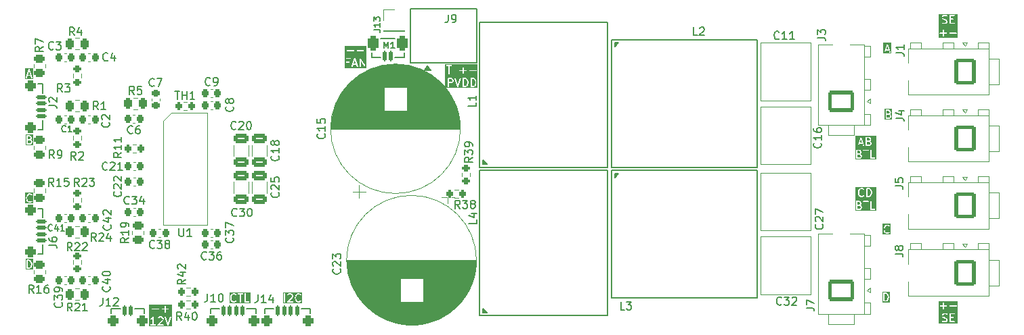
<source format=gbr>
%TF.GenerationSoftware,KiCad,Pcbnew,8.0.4*%
%TF.CreationDate,2024-08-11T01:12:06+02:00*%
%TF.ProjectId,PowerAmplifier,506f7765-7241-46d7-906c-69666965722e,rev?*%
%TF.SameCoordinates,Original*%
%TF.FileFunction,Legend,Top*%
%TF.FilePolarity,Positive*%
%FSLAX46Y46*%
G04 Gerber Fmt 4.6, Leading zero omitted, Abs format (unit mm)*
G04 Created by KiCad (PCBNEW 8.0.4) date 2024-08-11 01:12:06*
%MOMM*%
%LPD*%
G01*
G04 APERTURE LIST*
G04 Aperture macros list*
%AMRoundRect*
0 Rectangle with rounded corners*
0 $1 Rounding radius*
0 $2 $3 $4 $5 $6 $7 $8 $9 X,Y pos of 4 corners*
0 Add a 4 corners polygon primitive as box body*
4,1,4,$2,$3,$4,$5,$6,$7,$8,$9,$2,$3,0*
0 Add four circle primitives for the rounded corners*
1,1,$1+$1,$2,$3*
1,1,$1+$1,$4,$5*
1,1,$1+$1,$6,$7*
1,1,$1+$1,$8,$9*
0 Add four rect primitives between the rounded corners*
20,1,$1+$1,$2,$3,$4,$5,0*
20,1,$1+$1,$4,$5,$6,$7,0*
20,1,$1+$1,$6,$7,$8,$9,0*
20,1,$1+$1,$8,$9,$2,$3,0*%
G04 Aperture macros list end*
%ADD10C,0.150000*%
%ADD11C,0.120000*%
%ADD12RoundRect,0.200000X0.200000X0.275000X-0.200000X0.275000X-0.200000X-0.275000X0.200000X-0.275000X0*%
%ADD13RoundRect,0.200000X-0.275000X0.200000X-0.275000X-0.200000X0.275000X-0.200000X0.275000X0.200000X0*%
%ADD14RoundRect,0.200000X-0.200000X-0.275000X0.200000X-0.275000X0.200000X0.275000X-0.200000X0.275000X0*%
%ADD15RoundRect,0.250000X0.262500X0.450000X-0.262500X0.450000X-0.262500X-0.450000X0.262500X-0.450000X0*%
%ADD16C,3.180000*%
%ADD17RoundRect,0.250000X-1.070000X1.400000X-1.070000X-1.400000X1.070000X-1.400000X1.070000X1.400000X0*%
%ADD18O,2.640000X3.300000*%
%ADD19RoundRect,0.200000X0.275000X-0.200000X0.275000X0.200000X-0.275000X0.200000X-0.275000X-0.200000X0*%
%ADD20C,1.600000*%
%ADD21RoundRect,0.225000X0.225000X0.250000X-0.225000X0.250000X-0.225000X-0.250000X0.225000X-0.250000X0*%
%ADD22RoundRect,0.250000X0.450000X-0.262500X0.450000X0.262500X-0.450000X0.262500X-0.450000X-0.262500X0*%
%ADD23RoundRect,0.125000X-0.525000X0.125000X-0.525000X-0.125000X0.525000X-0.125000X0.525000X0.125000X0*%
%ADD24RoundRect,0.325000X-0.325000X0.375000X-0.325000X-0.375000X0.325000X-0.375000X0.325000X0.375000X0*%
%ADD25R,2.400000X2.400000*%
%ADD26C,2.400000*%
%ADD27RoundRect,0.225000X-0.225000X-0.250000X0.225000X-0.250000X0.225000X0.250000X-0.225000X0.250000X0*%
%ADD28RoundRect,0.125000X-0.125000X-0.525000X0.125000X-0.525000X0.125000X0.525000X-0.125000X0.525000X0*%
%ADD29RoundRect,0.325000X-0.375000X-0.325000X0.375000X-0.325000X0.375000X0.325000X-0.375000X0.325000X0*%
%ADD30RoundRect,0.250000X0.650000X-0.325000X0.650000X0.325000X-0.650000X0.325000X-0.650000X-0.325000X0*%
%ADD31RoundRect,0.250000X-0.450000X0.262500X-0.450000X-0.262500X0.450000X-0.262500X0.450000X0.262500X0*%
%ADD32R,1.700000X1.700000*%
%ADD33RoundRect,0.250000X1.400000X1.070000X-1.400000X1.070000X-1.400000X-1.070000X1.400000X-1.070000X0*%
%ADD34O,3.300000X2.640000*%
%ADD35RoundRect,0.250000X-0.650000X0.325000X-0.650000X-0.325000X0.650000X-0.325000X0.650000X0.325000X0*%
%ADD36C,2.600000*%
%ADD37RoundRect,0.225000X0.250000X-0.225000X0.250000X0.225000X-0.250000X0.225000X-0.250000X-0.225000X0*%
%ADD38R,1.600000X0.400000*%
%ADD39RoundRect,0.125000X0.125000X0.525000X-0.125000X0.525000X-0.125000X-0.525000X0.125000X-0.525000X0*%
%ADD40RoundRect,0.350000X0.350000X0.600000X-0.350000X0.600000X-0.350000X-0.600000X0.350000X-0.600000X0*%
%ADD41R,1.600000X1.600000*%
G04 APERTURE END LIST*
D10*
G36*
X198194193Y-108240930D02*
G01*
X197204365Y-108240930D01*
X197204365Y-107483390D01*
X197315476Y-107483390D01*
X197315476Y-107626247D01*
X197315727Y-107628800D01*
X197315565Y-107629893D01*
X197316374Y-107635366D01*
X197316917Y-107640879D01*
X197317339Y-107641900D01*
X197317715Y-107644437D01*
X197365334Y-107834913D01*
X197365719Y-107835992D01*
X197365758Y-107836532D01*
X197368085Y-107842613D01*
X197370281Y-107848759D01*
X197370603Y-107849194D01*
X197371013Y-107850264D01*
X197418632Y-107945502D01*
X197422595Y-107951798D01*
X197423353Y-107953628D01*
X197425042Y-107955686D01*
X197426464Y-107957945D01*
X197427962Y-107959244D01*
X197432681Y-107964994D01*
X197527919Y-108060233D01*
X197539284Y-108069561D01*
X197541774Y-108070592D01*
X197543809Y-108072357D01*
X197557235Y-108078351D01*
X197700091Y-108125970D01*
X197707346Y-108127619D01*
X197709177Y-108128378D01*
X197711830Y-108128639D01*
X197714428Y-108129230D01*
X197716402Y-108129089D01*
X197723809Y-108129819D01*
X197819047Y-108129819D01*
X197826452Y-108129089D01*
X197828427Y-108129230D01*
X197831024Y-108128639D01*
X197833679Y-108128378D01*
X197835510Y-108127619D01*
X197842764Y-108125970D01*
X197985621Y-108078351D01*
X197999046Y-108072357D01*
X198001081Y-108070591D01*
X198003572Y-108069560D01*
X198014938Y-108060232D01*
X198062556Y-108012613D01*
X198071884Y-108001247D01*
X198083082Y-107974211D01*
X198083082Y-107944948D01*
X198071883Y-107917912D01*
X198051190Y-107897219D01*
X198024154Y-107886021D01*
X197994891Y-107886021D01*
X197967855Y-107897220D01*
X197956489Y-107906548D01*
X197921390Y-107941647D01*
X197806877Y-107979819D01*
X197735979Y-107979819D01*
X197621466Y-107941648D01*
X197547353Y-107867534D01*
X197508859Y-107790547D01*
X197465476Y-107617013D01*
X197465476Y-107492624D01*
X197508859Y-107319090D01*
X197547353Y-107242103D01*
X197621466Y-107167990D01*
X197735979Y-107129819D01*
X197806877Y-107129819D01*
X197921390Y-107167990D01*
X197956490Y-107203090D01*
X197967855Y-107212417D01*
X197994891Y-107223616D01*
X198024154Y-107223616D01*
X198051190Y-107212417D01*
X198071883Y-107191724D01*
X198083082Y-107164688D01*
X198083082Y-107135425D01*
X198071883Y-107108389D01*
X198062556Y-107097024D01*
X198014937Y-107049405D01*
X198003572Y-107040078D01*
X198001081Y-107039046D01*
X197999046Y-107037281D01*
X197985621Y-107031287D01*
X197842764Y-106983668D01*
X197835510Y-106982018D01*
X197833679Y-106981260D01*
X197831024Y-106980998D01*
X197828427Y-106980408D01*
X197826452Y-106980548D01*
X197819047Y-106979819D01*
X197723809Y-106979819D01*
X197716402Y-106980548D01*
X197714428Y-106980408D01*
X197711830Y-106980998D01*
X197709177Y-106981260D01*
X197707346Y-106982018D01*
X197700091Y-106983668D01*
X197557235Y-107031287D01*
X197543809Y-107037281D01*
X197541774Y-107039045D01*
X197539284Y-107040077D01*
X197527919Y-107049405D01*
X197432681Y-107144643D01*
X197427962Y-107150392D01*
X197426464Y-107151692D01*
X197425042Y-107153951D01*
X197423354Y-107156008D01*
X197422596Y-107157835D01*
X197418632Y-107164135D01*
X197371013Y-107259373D01*
X197370603Y-107260442D01*
X197370281Y-107260878D01*
X197368085Y-107267023D01*
X197365758Y-107273105D01*
X197365719Y-107273644D01*
X197365334Y-107274724D01*
X197317715Y-107465200D01*
X197317339Y-107467736D01*
X197316917Y-107468758D01*
X197316374Y-107474270D01*
X197315565Y-107479744D01*
X197315727Y-107480836D01*
X197315476Y-107483390D01*
X197204365Y-107483390D01*
X197204365Y-106868708D01*
X198194193Y-106868708D01*
X198194193Y-108240930D01*
G37*
G36*
X194388057Y-98249152D02*
G01*
X194414551Y-98275646D01*
X194448809Y-98344162D01*
X194448809Y-98451609D01*
X194414550Y-98520125D01*
X194384143Y-98550533D01*
X194315628Y-98584791D01*
X194027381Y-98584791D01*
X194027381Y-98210981D01*
X194273544Y-98210981D01*
X194388057Y-98249152D01*
G37*
G36*
X194336525Y-97769049D02*
G01*
X194366932Y-97799456D01*
X194401190Y-97867972D01*
X194401190Y-97927800D01*
X194366932Y-97996316D01*
X194336525Y-98026723D01*
X194268009Y-98060981D01*
X194027381Y-98060981D01*
X194027381Y-97734791D01*
X194268009Y-97734791D01*
X194336525Y-97769049D01*
G37*
G36*
X195602343Y-96639208D02*
G01*
X195628837Y-96665702D01*
X195663095Y-96734218D01*
X195663095Y-96841665D01*
X195628836Y-96910181D01*
X195598429Y-96940589D01*
X195529914Y-96974847D01*
X195241667Y-96974847D01*
X195241667Y-96601037D01*
X195487830Y-96601037D01*
X195602343Y-96639208D01*
G37*
G36*
X195550811Y-96159105D02*
G01*
X195581218Y-96189512D01*
X195615476Y-96258028D01*
X195615476Y-96317856D01*
X195581218Y-96386372D01*
X195550811Y-96416779D01*
X195482295Y-96451037D01*
X195241667Y-96451037D01*
X195241667Y-96124847D01*
X195482295Y-96124847D01*
X195550811Y-96159105D01*
G37*
G36*
X194634038Y-96689132D02*
G01*
X194365962Y-96689132D01*
X194500000Y-96287017D01*
X194634038Y-96689132D01*
G37*
G36*
X196375146Y-98845902D02*
G01*
X193766270Y-98845902D01*
X193766270Y-97659791D01*
X193877381Y-97659791D01*
X193877381Y-98659791D01*
X193878822Y-98674423D01*
X193890021Y-98701459D01*
X193910713Y-98722151D01*
X193937749Y-98733350D01*
X193952381Y-98734791D01*
X194333333Y-98734791D01*
X194347965Y-98733350D01*
X194350454Y-98732318D01*
X194353142Y-98732128D01*
X194366874Y-98726873D01*
X194462112Y-98679254D01*
X194468411Y-98675289D01*
X194470239Y-98674532D01*
X194472295Y-98672844D01*
X194474555Y-98671422D01*
X194475855Y-98669922D01*
X194481605Y-98665204D01*
X194529223Y-98617585D01*
X194533941Y-98611835D01*
X194535440Y-98610536D01*
X194536861Y-98608277D01*
X194538551Y-98606219D01*
X194539308Y-98604389D01*
X194543272Y-98598093D01*
X194590891Y-98502855D01*
X194596146Y-98489124D01*
X194596337Y-98486434D01*
X194597368Y-98483946D01*
X194598809Y-98469314D01*
X194598809Y-98326457D01*
X194597368Y-98311825D01*
X194596337Y-98309336D01*
X194596146Y-98306647D01*
X194590891Y-98292916D01*
X194543272Y-98197678D01*
X194539307Y-98191378D01*
X194538550Y-98189551D01*
X194536861Y-98187494D01*
X194535440Y-98185235D01*
X194533941Y-98183935D01*
X194529223Y-98178186D01*
X194481604Y-98130567D01*
X194470239Y-98121240D01*
X194467748Y-98120208D01*
X194465713Y-98118443D01*
X194459645Y-98115734D01*
X194481604Y-98093776D01*
X194486322Y-98088026D01*
X194487821Y-98086727D01*
X194489242Y-98084467D01*
X194490931Y-98082411D01*
X194491688Y-98080583D01*
X194495653Y-98074284D01*
X194543272Y-97979046D01*
X194548527Y-97965315D01*
X194548718Y-97962625D01*
X194549749Y-97960137D01*
X194551190Y-97945505D01*
X194551190Y-97850267D01*
X194549749Y-97835635D01*
X194548718Y-97833146D01*
X194548527Y-97830457D01*
X194543272Y-97816726D01*
X194495653Y-97721488D01*
X194491688Y-97715188D01*
X194490931Y-97713361D01*
X194489242Y-97711304D01*
X194487821Y-97709045D01*
X194486322Y-97707745D01*
X194481604Y-97701996D01*
X194433985Y-97654377D01*
X194428235Y-97649658D01*
X194426936Y-97648160D01*
X194424676Y-97646738D01*
X194422753Y-97645159D01*
X194735965Y-97645159D01*
X194735965Y-97674423D01*
X194747164Y-97701459D01*
X194767856Y-97722151D01*
X194794892Y-97733350D01*
X194809524Y-97734791D01*
X195020238Y-97734791D01*
X195020238Y-98659791D01*
X195021679Y-98674423D01*
X195032878Y-98701459D01*
X195053570Y-98722151D01*
X195080606Y-98733350D01*
X195109870Y-98733350D01*
X195136906Y-98722151D01*
X195157598Y-98701459D01*
X195168797Y-98674423D01*
X195170238Y-98659791D01*
X195170238Y-97734791D01*
X195380952Y-97734791D01*
X195395584Y-97733350D01*
X195422620Y-97722151D01*
X195443312Y-97701459D01*
X195454511Y-97674423D01*
X195454511Y-97659791D01*
X195639286Y-97659791D01*
X195639286Y-98659791D01*
X195640727Y-98674423D01*
X195651926Y-98701459D01*
X195672618Y-98722151D01*
X195699654Y-98733350D01*
X195714286Y-98734791D01*
X196190476Y-98734791D01*
X196205108Y-98733350D01*
X196232144Y-98722151D01*
X196252836Y-98701459D01*
X196264035Y-98674423D01*
X196264035Y-98645159D01*
X196252836Y-98618123D01*
X196232144Y-98597431D01*
X196205108Y-98586232D01*
X196190476Y-98584791D01*
X195789286Y-98584791D01*
X195789286Y-97659791D01*
X195787845Y-97645159D01*
X195776646Y-97618123D01*
X195755954Y-97597431D01*
X195728918Y-97586232D01*
X195699654Y-97586232D01*
X195672618Y-97597431D01*
X195651926Y-97618123D01*
X195640727Y-97645159D01*
X195639286Y-97659791D01*
X195454511Y-97659791D01*
X195454511Y-97645159D01*
X195443312Y-97618123D01*
X195422620Y-97597431D01*
X195395584Y-97586232D01*
X195380952Y-97584791D01*
X194809524Y-97584791D01*
X194794892Y-97586232D01*
X194767856Y-97597431D01*
X194747164Y-97618123D01*
X194735965Y-97645159D01*
X194422753Y-97645159D01*
X194422620Y-97645050D01*
X194420792Y-97644292D01*
X194414493Y-97640328D01*
X194319255Y-97592709D01*
X194305523Y-97587454D01*
X194302835Y-97587263D01*
X194300346Y-97586232D01*
X194285714Y-97584791D01*
X193952381Y-97584791D01*
X193937749Y-97586232D01*
X193910713Y-97597431D01*
X193890021Y-97618123D01*
X193878822Y-97645159D01*
X193877381Y-97659791D01*
X193766270Y-97659791D01*
X193766270Y-97040467D01*
X194092256Y-97040467D01*
X194094331Y-97069657D01*
X194107417Y-97095830D01*
X194129524Y-97115004D01*
X194157287Y-97124258D01*
X194186477Y-97122183D01*
X194212650Y-97109097D01*
X194231824Y-97086990D01*
X194237818Y-97073564D01*
X194315962Y-96839132D01*
X194684038Y-96839132D01*
X194762182Y-97073564D01*
X194768176Y-97086989D01*
X194787350Y-97109096D01*
X194813523Y-97122183D01*
X194842713Y-97124258D01*
X194870475Y-97115004D01*
X194892583Y-97095830D01*
X194905669Y-97069656D01*
X194907744Y-97040466D01*
X194904484Y-97026130D01*
X194579057Y-96049847D01*
X195091667Y-96049847D01*
X195091667Y-97049847D01*
X195093108Y-97064479D01*
X195104307Y-97091515D01*
X195124999Y-97112207D01*
X195152035Y-97123406D01*
X195166667Y-97124847D01*
X195547619Y-97124847D01*
X195562251Y-97123406D01*
X195564740Y-97122374D01*
X195567428Y-97122184D01*
X195581160Y-97116929D01*
X195676398Y-97069310D01*
X195682697Y-97065345D01*
X195684525Y-97064588D01*
X195686581Y-97062900D01*
X195688841Y-97061478D01*
X195690141Y-97059978D01*
X195695891Y-97055260D01*
X195743509Y-97007641D01*
X195748227Y-97001891D01*
X195749726Y-97000592D01*
X195751147Y-96998333D01*
X195752837Y-96996275D01*
X195753594Y-96994445D01*
X195757558Y-96988149D01*
X195805177Y-96892911D01*
X195810432Y-96879180D01*
X195810623Y-96876490D01*
X195811654Y-96874002D01*
X195813095Y-96859370D01*
X195813095Y-96716513D01*
X195811654Y-96701881D01*
X195810623Y-96699392D01*
X195810432Y-96696703D01*
X195805177Y-96682972D01*
X195757558Y-96587734D01*
X195753593Y-96581434D01*
X195752836Y-96579607D01*
X195751147Y-96577550D01*
X195749726Y-96575291D01*
X195748227Y-96573991D01*
X195743509Y-96568242D01*
X195695890Y-96520623D01*
X195684525Y-96511296D01*
X195682034Y-96510264D01*
X195679999Y-96508499D01*
X195673931Y-96505790D01*
X195695890Y-96483832D01*
X195700608Y-96478082D01*
X195702107Y-96476783D01*
X195703528Y-96474523D01*
X195705217Y-96472467D01*
X195705974Y-96470639D01*
X195709939Y-96464340D01*
X195757558Y-96369102D01*
X195762813Y-96355371D01*
X195763004Y-96352681D01*
X195764035Y-96350193D01*
X195765476Y-96335561D01*
X195765476Y-96240323D01*
X195764035Y-96225691D01*
X195763004Y-96223202D01*
X195762813Y-96220513D01*
X195757558Y-96206782D01*
X195709939Y-96111544D01*
X195705974Y-96105244D01*
X195705217Y-96103417D01*
X195703528Y-96101360D01*
X195702107Y-96099101D01*
X195700608Y-96097801D01*
X195695890Y-96092052D01*
X195648271Y-96044433D01*
X195642521Y-96039714D01*
X195641222Y-96038216D01*
X195638962Y-96036794D01*
X195636906Y-96035106D01*
X195635078Y-96034348D01*
X195628779Y-96030384D01*
X195533541Y-95982765D01*
X195519809Y-95977510D01*
X195517121Y-95977319D01*
X195514632Y-95976288D01*
X195500000Y-95974847D01*
X195166667Y-95974847D01*
X195152035Y-95976288D01*
X195124999Y-95987487D01*
X195104307Y-96008179D01*
X195093108Y-96035215D01*
X195091667Y-96049847D01*
X194579057Y-96049847D01*
X194571151Y-96026130D01*
X194565157Y-96012704D01*
X194561645Y-96008655D01*
X194559250Y-96003864D01*
X194552146Y-95997702D01*
X194545983Y-95990597D01*
X194541189Y-95988200D01*
X194537142Y-95984690D01*
X194528220Y-95981716D01*
X194519810Y-95977511D01*
X194514465Y-95977131D01*
X194509380Y-95975436D01*
X194500000Y-95976102D01*
X194490620Y-95975436D01*
X194485534Y-95977131D01*
X194480190Y-95977511D01*
X194471782Y-95981715D01*
X194462857Y-95984690D01*
X194458806Y-95988203D01*
X194454017Y-95990598D01*
X194447858Y-95997698D01*
X194440750Y-96003864D01*
X194438353Y-96008657D01*
X194434843Y-96012705D01*
X194428849Y-96026130D01*
X194095516Y-97026130D01*
X194092256Y-97040467D01*
X193766270Y-97040467D01*
X193766270Y-95863736D01*
X196375146Y-95863736D01*
X196375146Y-98845902D01*
G37*
G36*
X197934038Y-84994104D02*
G01*
X197665962Y-84994104D01*
X197800000Y-84591989D01*
X197934038Y-84994104D01*
G37*
G36*
X198318855Y-85540341D02*
G01*
X197281145Y-85540341D01*
X197281145Y-85345439D01*
X197392256Y-85345439D01*
X197394331Y-85374629D01*
X197407417Y-85400802D01*
X197429524Y-85419976D01*
X197457287Y-85429230D01*
X197486477Y-85427155D01*
X197512650Y-85414069D01*
X197531824Y-85391962D01*
X197537818Y-85378536D01*
X197615962Y-85144104D01*
X197984038Y-85144104D01*
X198062182Y-85378536D01*
X198068176Y-85391961D01*
X198087350Y-85414068D01*
X198113523Y-85427155D01*
X198142713Y-85429230D01*
X198170475Y-85419976D01*
X198192583Y-85400802D01*
X198205669Y-85374628D01*
X198207744Y-85345438D01*
X198204484Y-85331102D01*
X197871151Y-84331102D01*
X197865157Y-84317676D01*
X197861645Y-84313627D01*
X197859250Y-84308836D01*
X197852146Y-84302674D01*
X197845983Y-84295569D01*
X197841189Y-84293172D01*
X197837142Y-84289662D01*
X197828220Y-84286688D01*
X197819810Y-84282483D01*
X197814465Y-84282103D01*
X197809380Y-84280408D01*
X197800000Y-84281074D01*
X197790620Y-84280408D01*
X197785534Y-84282103D01*
X197780190Y-84282483D01*
X197771782Y-84286687D01*
X197762857Y-84289662D01*
X197758806Y-84293175D01*
X197754017Y-84295570D01*
X197747858Y-84302670D01*
X197740750Y-84308836D01*
X197738353Y-84313629D01*
X197734843Y-84317677D01*
X197728849Y-84331102D01*
X197395516Y-85331102D01*
X197392256Y-85345439D01*
X197281145Y-85345439D01*
X197281145Y-84169297D01*
X198318855Y-84169297D01*
X198318855Y-85540341D01*
G37*
G36*
X198073771Y-93244180D02*
G01*
X198100265Y-93270674D01*
X198134523Y-93339190D01*
X198134523Y-93446637D01*
X198100264Y-93515153D01*
X198069857Y-93545561D01*
X198001342Y-93579819D01*
X197713095Y-93579819D01*
X197713095Y-93206009D01*
X197959258Y-93206009D01*
X198073771Y-93244180D01*
G37*
G36*
X198022239Y-92764077D02*
G01*
X198052646Y-92794484D01*
X198086904Y-92863000D01*
X198086904Y-92922828D01*
X198052646Y-92991344D01*
X198022239Y-93021751D01*
X197953723Y-93056009D01*
X197713095Y-93056009D01*
X197713095Y-92729819D01*
X197953723Y-92729819D01*
X198022239Y-92764077D01*
G37*
G36*
X198395634Y-93840930D02*
G01*
X197451984Y-93840930D01*
X197451984Y-92654819D01*
X197563095Y-92654819D01*
X197563095Y-93654819D01*
X197564536Y-93669451D01*
X197575735Y-93696487D01*
X197596427Y-93717179D01*
X197623463Y-93728378D01*
X197638095Y-93729819D01*
X198019047Y-93729819D01*
X198033679Y-93728378D01*
X198036168Y-93727346D01*
X198038856Y-93727156D01*
X198052588Y-93721901D01*
X198147826Y-93674282D01*
X198154125Y-93670317D01*
X198155953Y-93669560D01*
X198158009Y-93667872D01*
X198160269Y-93666450D01*
X198161569Y-93664950D01*
X198167319Y-93660232D01*
X198214937Y-93612613D01*
X198219655Y-93606863D01*
X198221154Y-93605564D01*
X198222575Y-93603305D01*
X198224265Y-93601247D01*
X198225022Y-93599417D01*
X198228986Y-93593121D01*
X198276605Y-93497883D01*
X198281860Y-93484152D01*
X198282051Y-93481462D01*
X198283082Y-93478974D01*
X198284523Y-93464342D01*
X198284523Y-93321485D01*
X198283082Y-93306853D01*
X198282051Y-93304364D01*
X198281860Y-93301675D01*
X198276605Y-93287944D01*
X198228986Y-93192706D01*
X198225021Y-93186406D01*
X198224264Y-93184579D01*
X198222575Y-93182522D01*
X198221154Y-93180263D01*
X198219655Y-93178963D01*
X198214937Y-93173214D01*
X198167318Y-93125595D01*
X198155953Y-93116268D01*
X198153462Y-93115236D01*
X198151427Y-93113471D01*
X198145359Y-93110762D01*
X198167318Y-93088804D01*
X198172036Y-93083054D01*
X198173535Y-93081755D01*
X198174956Y-93079495D01*
X198176645Y-93077439D01*
X198177402Y-93075611D01*
X198181367Y-93069312D01*
X198228986Y-92974074D01*
X198234241Y-92960343D01*
X198234432Y-92957653D01*
X198235463Y-92955165D01*
X198236904Y-92940533D01*
X198236904Y-92845295D01*
X198235463Y-92830663D01*
X198234432Y-92828174D01*
X198234241Y-92825485D01*
X198228986Y-92811754D01*
X198181367Y-92716516D01*
X198177402Y-92710216D01*
X198176645Y-92708389D01*
X198174956Y-92706332D01*
X198173535Y-92704073D01*
X198172036Y-92702773D01*
X198167318Y-92697024D01*
X198119699Y-92649405D01*
X198113949Y-92644686D01*
X198112650Y-92643188D01*
X198110390Y-92641766D01*
X198108334Y-92640078D01*
X198106506Y-92639320D01*
X198100207Y-92635356D01*
X198004969Y-92587737D01*
X197991237Y-92582482D01*
X197988549Y-92582291D01*
X197986060Y-92581260D01*
X197971428Y-92579819D01*
X197638095Y-92579819D01*
X197623463Y-92581260D01*
X197596427Y-92592459D01*
X197575735Y-92613151D01*
X197564536Y-92640187D01*
X197563095Y-92654819D01*
X197451984Y-92654819D01*
X197451984Y-92468708D01*
X198395634Y-92468708D01*
X198395634Y-93840930D01*
G37*
G36*
X197678533Y-115667990D02*
G01*
X197752646Y-115742103D01*
X197791139Y-115819090D01*
X197834523Y-115992624D01*
X197834523Y-116117013D01*
X197791139Y-116290547D01*
X197752645Y-116367534D01*
X197678533Y-116441647D01*
X197564020Y-116479819D01*
X197413095Y-116479819D01*
X197413095Y-115629819D01*
X197564020Y-115629819D01*
X197678533Y-115667990D01*
G37*
G36*
X198095634Y-116740930D02*
G01*
X197151984Y-116740930D01*
X197151984Y-115554819D01*
X197263095Y-115554819D01*
X197263095Y-116554819D01*
X197264536Y-116569451D01*
X197275735Y-116596487D01*
X197296427Y-116617179D01*
X197323463Y-116628378D01*
X197338095Y-116629819D01*
X197576190Y-116629819D01*
X197583595Y-116629089D01*
X197585570Y-116629230D01*
X197588167Y-116628639D01*
X197590822Y-116628378D01*
X197592653Y-116627619D01*
X197599907Y-116625970D01*
X197742764Y-116578351D01*
X197756189Y-116572357D01*
X197758224Y-116570591D01*
X197760715Y-116569560D01*
X197772080Y-116560233D01*
X197867319Y-116464993D01*
X197872036Y-116459244D01*
X197873535Y-116457945D01*
X197874956Y-116455686D01*
X197876646Y-116453628D01*
X197877403Y-116451798D01*
X197881367Y-116445502D01*
X197928986Y-116350264D01*
X197929395Y-116349194D01*
X197929718Y-116348759D01*
X197931910Y-116342622D01*
X197934241Y-116336533D01*
X197934279Y-116335992D01*
X197934665Y-116334913D01*
X197982284Y-116144437D01*
X197982659Y-116141900D01*
X197983082Y-116140879D01*
X197983624Y-116135366D01*
X197984434Y-116129893D01*
X197984271Y-116128800D01*
X197984523Y-116126247D01*
X197984523Y-115983390D01*
X197984271Y-115980836D01*
X197984434Y-115979744D01*
X197983624Y-115974270D01*
X197983082Y-115968758D01*
X197982659Y-115967736D01*
X197982284Y-115965200D01*
X197934665Y-115774724D01*
X197934279Y-115773644D01*
X197934241Y-115773104D01*
X197931910Y-115767014D01*
X197929718Y-115760878D01*
X197929395Y-115760442D01*
X197928986Y-115759373D01*
X197881367Y-115664135D01*
X197877404Y-115657840D01*
X197876646Y-115656008D01*
X197874954Y-115653946D01*
X197873535Y-115651692D01*
X197872038Y-115650393D01*
X197867318Y-115644643D01*
X197772080Y-115549405D01*
X197760715Y-115540078D01*
X197758224Y-115539046D01*
X197756189Y-115537281D01*
X197742764Y-115531287D01*
X197599907Y-115483668D01*
X197592653Y-115482018D01*
X197590822Y-115481260D01*
X197588167Y-115480998D01*
X197585570Y-115480408D01*
X197583595Y-115480548D01*
X197576190Y-115479819D01*
X197338095Y-115479819D01*
X197323463Y-115481260D01*
X197296427Y-115492459D01*
X197275735Y-115513151D01*
X197264536Y-115540187D01*
X197263095Y-115554819D01*
X197151984Y-115554819D01*
X197151984Y-115368708D01*
X198095634Y-115368708D01*
X198095634Y-116740930D01*
G37*
G36*
X90994193Y-104340930D02*
G01*
X90004365Y-104340930D01*
X90004365Y-103583390D01*
X90115476Y-103583390D01*
X90115476Y-103726247D01*
X90115727Y-103728800D01*
X90115565Y-103729893D01*
X90116374Y-103735366D01*
X90116917Y-103740879D01*
X90117339Y-103741900D01*
X90117715Y-103744437D01*
X90165334Y-103934913D01*
X90165719Y-103935992D01*
X90165758Y-103936532D01*
X90168085Y-103942613D01*
X90170281Y-103948759D01*
X90170603Y-103949194D01*
X90171013Y-103950264D01*
X90218632Y-104045502D01*
X90222595Y-104051798D01*
X90223353Y-104053628D01*
X90225042Y-104055686D01*
X90226464Y-104057945D01*
X90227962Y-104059244D01*
X90232681Y-104064994D01*
X90327919Y-104160233D01*
X90339284Y-104169561D01*
X90341774Y-104170592D01*
X90343809Y-104172357D01*
X90357235Y-104178351D01*
X90500091Y-104225970D01*
X90507346Y-104227619D01*
X90509177Y-104228378D01*
X90511830Y-104228639D01*
X90514428Y-104229230D01*
X90516402Y-104229089D01*
X90523809Y-104229819D01*
X90619047Y-104229819D01*
X90626452Y-104229089D01*
X90628427Y-104229230D01*
X90631024Y-104228639D01*
X90633679Y-104228378D01*
X90635510Y-104227619D01*
X90642764Y-104225970D01*
X90785621Y-104178351D01*
X90799046Y-104172357D01*
X90801081Y-104170591D01*
X90803572Y-104169560D01*
X90814938Y-104160232D01*
X90862556Y-104112613D01*
X90871884Y-104101247D01*
X90883082Y-104074211D01*
X90883082Y-104044948D01*
X90871883Y-104017912D01*
X90851190Y-103997219D01*
X90824154Y-103986021D01*
X90794891Y-103986021D01*
X90767855Y-103997220D01*
X90756489Y-104006548D01*
X90721390Y-104041647D01*
X90606877Y-104079819D01*
X90535979Y-104079819D01*
X90421466Y-104041648D01*
X90347353Y-103967534D01*
X90308859Y-103890547D01*
X90265476Y-103717013D01*
X90265476Y-103592624D01*
X90308859Y-103419090D01*
X90347353Y-103342103D01*
X90421466Y-103267990D01*
X90535979Y-103229819D01*
X90606877Y-103229819D01*
X90721390Y-103267990D01*
X90756490Y-103303090D01*
X90767855Y-103312417D01*
X90794891Y-103323616D01*
X90824154Y-103323616D01*
X90851190Y-103312417D01*
X90871883Y-103291724D01*
X90883082Y-103264688D01*
X90883082Y-103235425D01*
X90871883Y-103208389D01*
X90862556Y-103197024D01*
X90814937Y-103149405D01*
X90803572Y-103140078D01*
X90801081Y-103139046D01*
X90799046Y-103137281D01*
X90785621Y-103131287D01*
X90642764Y-103083668D01*
X90635510Y-103082018D01*
X90633679Y-103081260D01*
X90631024Y-103080998D01*
X90628427Y-103080408D01*
X90626452Y-103080548D01*
X90619047Y-103079819D01*
X90523809Y-103079819D01*
X90516402Y-103080548D01*
X90514428Y-103080408D01*
X90511830Y-103080998D01*
X90509177Y-103081260D01*
X90507346Y-103082018D01*
X90500091Y-103083668D01*
X90357235Y-103131287D01*
X90343809Y-103137281D01*
X90341774Y-103139045D01*
X90339284Y-103140077D01*
X90327919Y-103149405D01*
X90232681Y-103244643D01*
X90227962Y-103250392D01*
X90226464Y-103251692D01*
X90225042Y-103253951D01*
X90223354Y-103256008D01*
X90222596Y-103257835D01*
X90218632Y-103264135D01*
X90171013Y-103359373D01*
X90170603Y-103360442D01*
X90170281Y-103360878D01*
X90168085Y-103367023D01*
X90165758Y-103373105D01*
X90165719Y-103373644D01*
X90165334Y-103374724D01*
X90117715Y-103565200D01*
X90117339Y-103567736D01*
X90116917Y-103568758D01*
X90116374Y-103574270D01*
X90115565Y-103579744D01*
X90115727Y-103580836D01*
X90115476Y-103583390D01*
X90004365Y-103583390D01*
X90004365Y-102968708D01*
X90994193Y-102968708D01*
X90994193Y-104340930D01*
G37*
G36*
X118175146Y-116840930D02*
G01*
X115518651Y-116840930D01*
X115518651Y-116083390D01*
X115629762Y-116083390D01*
X115629762Y-116226247D01*
X115630013Y-116228800D01*
X115629851Y-116229893D01*
X115630660Y-116235366D01*
X115631203Y-116240879D01*
X115631625Y-116241900D01*
X115632001Y-116244437D01*
X115679620Y-116434913D01*
X115680005Y-116435992D01*
X115680044Y-116436532D01*
X115682371Y-116442613D01*
X115684567Y-116448759D01*
X115684889Y-116449194D01*
X115685299Y-116450264D01*
X115732918Y-116545502D01*
X115736881Y-116551798D01*
X115737639Y-116553628D01*
X115739328Y-116555686D01*
X115740750Y-116557945D01*
X115742248Y-116559244D01*
X115746967Y-116564994D01*
X115842205Y-116660233D01*
X115853570Y-116669561D01*
X115856060Y-116670592D01*
X115858095Y-116672357D01*
X115871521Y-116678351D01*
X116014377Y-116725970D01*
X116021632Y-116727619D01*
X116023463Y-116728378D01*
X116026116Y-116728639D01*
X116028714Y-116729230D01*
X116030688Y-116729089D01*
X116038095Y-116729819D01*
X116133333Y-116729819D01*
X116140738Y-116729089D01*
X116142713Y-116729230D01*
X116145310Y-116728639D01*
X116147965Y-116728378D01*
X116149796Y-116727619D01*
X116157050Y-116725970D01*
X116299907Y-116678351D01*
X116313332Y-116672357D01*
X116315367Y-116670591D01*
X116317858Y-116669560D01*
X116329224Y-116660232D01*
X116376842Y-116612613D01*
X116386170Y-116601247D01*
X116397368Y-116574211D01*
X116397368Y-116544948D01*
X116386169Y-116517912D01*
X116365476Y-116497219D01*
X116338440Y-116486021D01*
X116309177Y-116486021D01*
X116282141Y-116497220D01*
X116270775Y-116506548D01*
X116235676Y-116541647D01*
X116121163Y-116579819D01*
X116050265Y-116579819D01*
X115935752Y-116541648D01*
X115861639Y-116467534D01*
X115823145Y-116390547D01*
X115779762Y-116217013D01*
X115779762Y-116092624D01*
X115823145Y-115919090D01*
X115861639Y-115842103D01*
X115935752Y-115767990D01*
X116050265Y-115729819D01*
X116121163Y-115729819D01*
X116235676Y-115767990D01*
X116270776Y-115803090D01*
X116282141Y-115812417D01*
X116309177Y-115823616D01*
X116338440Y-115823616D01*
X116365476Y-115812417D01*
X116386169Y-115791724D01*
X116397368Y-115764688D01*
X116397368Y-115735425D01*
X116386169Y-115708389D01*
X116376842Y-115697024D01*
X116329223Y-115649405D01*
X116317991Y-115640187D01*
X116535965Y-115640187D01*
X116535965Y-115669451D01*
X116547164Y-115696487D01*
X116567856Y-115717179D01*
X116594892Y-115728378D01*
X116609524Y-115729819D01*
X116820238Y-115729819D01*
X116820238Y-116654819D01*
X116821679Y-116669451D01*
X116832878Y-116696487D01*
X116853570Y-116717179D01*
X116880606Y-116728378D01*
X116909870Y-116728378D01*
X116936906Y-116717179D01*
X116957598Y-116696487D01*
X116968797Y-116669451D01*
X116970238Y-116654819D01*
X116970238Y-115729819D01*
X117180952Y-115729819D01*
X117195584Y-115728378D01*
X117222620Y-115717179D01*
X117243312Y-115696487D01*
X117254511Y-115669451D01*
X117254511Y-115654819D01*
X117439286Y-115654819D01*
X117439286Y-116654819D01*
X117440727Y-116669451D01*
X117451926Y-116696487D01*
X117472618Y-116717179D01*
X117499654Y-116728378D01*
X117514286Y-116729819D01*
X117990476Y-116729819D01*
X118005108Y-116728378D01*
X118032144Y-116717179D01*
X118052836Y-116696487D01*
X118064035Y-116669451D01*
X118064035Y-116640187D01*
X118052836Y-116613151D01*
X118032144Y-116592459D01*
X118005108Y-116581260D01*
X117990476Y-116579819D01*
X117589286Y-116579819D01*
X117589286Y-115654819D01*
X117587845Y-115640187D01*
X117576646Y-115613151D01*
X117555954Y-115592459D01*
X117528918Y-115581260D01*
X117499654Y-115581260D01*
X117472618Y-115592459D01*
X117451926Y-115613151D01*
X117440727Y-115640187D01*
X117439286Y-115654819D01*
X117254511Y-115654819D01*
X117254511Y-115640187D01*
X117243312Y-115613151D01*
X117222620Y-115592459D01*
X117195584Y-115581260D01*
X117180952Y-115579819D01*
X116609524Y-115579819D01*
X116594892Y-115581260D01*
X116567856Y-115592459D01*
X116547164Y-115613151D01*
X116535965Y-115640187D01*
X116317991Y-115640187D01*
X116317858Y-115640078D01*
X116315367Y-115639046D01*
X116313332Y-115637281D01*
X116299907Y-115631287D01*
X116157050Y-115583668D01*
X116149796Y-115582018D01*
X116147965Y-115581260D01*
X116145310Y-115580998D01*
X116142713Y-115580408D01*
X116140738Y-115580548D01*
X116133333Y-115579819D01*
X116038095Y-115579819D01*
X116030688Y-115580548D01*
X116028714Y-115580408D01*
X116026116Y-115580998D01*
X116023463Y-115581260D01*
X116021632Y-115582018D01*
X116014377Y-115583668D01*
X115871521Y-115631287D01*
X115858095Y-115637281D01*
X115856060Y-115639045D01*
X115853570Y-115640077D01*
X115842205Y-115649405D01*
X115746967Y-115744643D01*
X115742248Y-115750392D01*
X115740750Y-115751692D01*
X115739328Y-115753951D01*
X115737640Y-115756008D01*
X115736882Y-115757835D01*
X115732918Y-115764135D01*
X115685299Y-115859373D01*
X115684889Y-115860442D01*
X115684567Y-115860878D01*
X115682371Y-115867023D01*
X115680044Y-115873105D01*
X115680005Y-115873644D01*
X115679620Y-115874724D01*
X115632001Y-116065200D01*
X115631625Y-116067736D01*
X115631203Y-116068758D01*
X115630660Y-116074270D01*
X115629851Y-116079744D01*
X115630013Y-116080836D01*
X115629762Y-116083390D01*
X115518651Y-116083390D01*
X115518651Y-115468708D01*
X118175146Y-115468708D01*
X118175146Y-116840930D01*
G37*
G36*
X90673771Y-96444180D02*
G01*
X90700265Y-96470674D01*
X90734523Y-96539190D01*
X90734523Y-96646637D01*
X90700264Y-96715153D01*
X90669857Y-96745561D01*
X90601342Y-96779819D01*
X90313095Y-96779819D01*
X90313095Y-96406009D01*
X90559258Y-96406009D01*
X90673771Y-96444180D01*
G37*
G36*
X90622239Y-95964077D02*
G01*
X90652646Y-95994484D01*
X90686904Y-96063000D01*
X90686904Y-96122828D01*
X90652646Y-96191344D01*
X90622239Y-96221751D01*
X90553723Y-96256009D01*
X90313095Y-96256009D01*
X90313095Y-95929819D01*
X90553723Y-95929819D01*
X90622239Y-95964077D01*
G37*
G36*
X90995634Y-97040930D02*
G01*
X90051984Y-97040930D01*
X90051984Y-95854819D01*
X90163095Y-95854819D01*
X90163095Y-96854819D01*
X90164536Y-96869451D01*
X90175735Y-96896487D01*
X90196427Y-96917179D01*
X90223463Y-96928378D01*
X90238095Y-96929819D01*
X90619047Y-96929819D01*
X90633679Y-96928378D01*
X90636168Y-96927346D01*
X90638856Y-96927156D01*
X90652588Y-96921901D01*
X90747826Y-96874282D01*
X90754125Y-96870317D01*
X90755953Y-96869560D01*
X90758009Y-96867872D01*
X90760269Y-96866450D01*
X90761569Y-96864950D01*
X90767319Y-96860232D01*
X90814937Y-96812613D01*
X90819655Y-96806863D01*
X90821154Y-96805564D01*
X90822575Y-96803305D01*
X90824265Y-96801247D01*
X90825022Y-96799417D01*
X90828986Y-96793121D01*
X90876605Y-96697883D01*
X90881860Y-96684152D01*
X90882051Y-96681462D01*
X90883082Y-96678974D01*
X90884523Y-96664342D01*
X90884523Y-96521485D01*
X90883082Y-96506853D01*
X90882051Y-96504364D01*
X90881860Y-96501675D01*
X90876605Y-96487944D01*
X90828986Y-96392706D01*
X90825021Y-96386406D01*
X90824264Y-96384579D01*
X90822575Y-96382522D01*
X90821154Y-96380263D01*
X90819655Y-96378963D01*
X90814937Y-96373214D01*
X90767318Y-96325595D01*
X90755953Y-96316268D01*
X90753462Y-96315236D01*
X90751427Y-96313471D01*
X90745359Y-96310762D01*
X90767318Y-96288804D01*
X90772036Y-96283054D01*
X90773535Y-96281755D01*
X90774956Y-96279495D01*
X90776645Y-96277439D01*
X90777402Y-96275611D01*
X90781367Y-96269312D01*
X90828986Y-96174074D01*
X90834241Y-96160343D01*
X90834432Y-96157653D01*
X90835463Y-96155165D01*
X90836904Y-96140533D01*
X90836904Y-96045295D01*
X90835463Y-96030663D01*
X90834432Y-96028174D01*
X90834241Y-96025485D01*
X90828986Y-96011754D01*
X90781367Y-95916516D01*
X90777402Y-95910216D01*
X90776645Y-95908389D01*
X90774956Y-95906332D01*
X90773535Y-95904073D01*
X90772036Y-95902773D01*
X90767318Y-95897024D01*
X90719699Y-95849405D01*
X90713949Y-95844686D01*
X90712650Y-95843188D01*
X90710390Y-95841766D01*
X90708334Y-95840078D01*
X90706506Y-95839320D01*
X90700207Y-95835356D01*
X90604969Y-95787737D01*
X90591237Y-95782482D01*
X90588549Y-95782291D01*
X90586060Y-95781260D01*
X90571428Y-95779819D01*
X90238095Y-95779819D01*
X90223463Y-95781260D01*
X90196427Y-95792459D01*
X90175735Y-95813151D01*
X90164536Y-95840187D01*
X90163095Y-95854819D01*
X90051984Y-95854819D01*
X90051984Y-95668708D01*
X90995634Y-95668708D01*
X90995634Y-97040930D01*
G37*
G36*
X131338800Y-86799076D02*
G01*
X131070724Y-86799076D01*
X131204762Y-86396961D01*
X131338800Y-86799076D01*
G37*
G36*
X132628968Y-87345719D02*
G01*
X129971032Y-87345719D01*
X129971032Y-86159791D01*
X130082143Y-86159791D01*
X130082143Y-87159791D01*
X130083584Y-87174423D01*
X130094783Y-87201459D01*
X130115475Y-87222151D01*
X130142511Y-87233350D01*
X130171775Y-87233350D01*
X130198811Y-87222151D01*
X130219503Y-87201459D01*
X130230702Y-87174423D01*
X130232143Y-87159791D01*
X130232143Y-87150411D01*
X130797018Y-87150411D01*
X130799093Y-87179601D01*
X130812179Y-87205774D01*
X130834286Y-87224948D01*
X130862049Y-87234202D01*
X130891239Y-87232127D01*
X130917412Y-87219041D01*
X130936586Y-87196934D01*
X130942580Y-87183508D01*
X131020724Y-86949076D01*
X131388800Y-86949076D01*
X131466944Y-87183508D01*
X131472938Y-87196933D01*
X131492112Y-87219040D01*
X131518285Y-87232127D01*
X131547475Y-87234202D01*
X131575237Y-87224948D01*
X131597345Y-87205774D01*
X131610431Y-87179600D01*
X131612506Y-87150410D01*
X131609246Y-87136074D01*
X131283819Y-86159791D01*
X131796429Y-86159791D01*
X131796429Y-87159791D01*
X131797870Y-87174423D01*
X131809069Y-87201459D01*
X131829761Y-87222151D01*
X131856797Y-87233350D01*
X131886061Y-87233350D01*
X131913097Y-87222151D01*
X131933789Y-87201459D01*
X131944988Y-87174423D01*
X131946429Y-87159791D01*
X131946429Y-86442207D01*
X132377739Y-87197002D01*
X132379928Y-87200086D01*
X132380497Y-87201459D01*
X132381894Y-87202856D01*
X132386249Y-87208991D01*
X132394137Y-87215099D01*
X132401189Y-87222151D01*
X132405607Y-87223981D01*
X132409387Y-87226908D01*
X132419008Y-87229532D01*
X132428225Y-87233350D01*
X132433006Y-87233350D01*
X132437618Y-87234608D01*
X132447515Y-87233350D01*
X132457489Y-87233350D01*
X132461904Y-87231520D01*
X132466648Y-87230918D01*
X132475312Y-87225967D01*
X132484525Y-87222151D01*
X132487903Y-87218772D01*
X132492057Y-87216399D01*
X132498166Y-87208509D01*
X132505217Y-87201459D01*
X132507046Y-87197042D01*
X132509974Y-87193262D01*
X132512598Y-87183638D01*
X132516416Y-87174423D01*
X132517152Y-87166940D01*
X132517674Y-87165030D01*
X132517486Y-87163554D01*
X132517857Y-87159791D01*
X132517857Y-86159791D01*
X132516416Y-86145159D01*
X132505217Y-86118123D01*
X132484525Y-86097431D01*
X132457489Y-86086232D01*
X132428225Y-86086232D01*
X132401189Y-86097431D01*
X132380497Y-86118123D01*
X132369298Y-86145159D01*
X132367857Y-86159791D01*
X132367857Y-86877374D01*
X131936547Y-86122581D01*
X131934358Y-86119497D01*
X131933789Y-86118123D01*
X131932389Y-86116723D01*
X131928037Y-86110591D01*
X131920147Y-86104481D01*
X131913097Y-86097431D01*
X131908680Y-86095601D01*
X131904900Y-86092674D01*
X131895276Y-86090049D01*
X131886061Y-86086232D01*
X131881280Y-86086232D01*
X131876668Y-86084974D01*
X131866771Y-86086232D01*
X131856797Y-86086232D01*
X131852381Y-86088061D01*
X131847638Y-86088664D01*
X131838973Y-86093614D01*
X131829761Y-86097431D01*
X131826382Y-86100809D01*
X131822229Y-86103183D01*
X131816119Y-86111072D01*
X131809069Y-86118123D01*
X131807239Y-86122539D01*
X131804312Y-86126320D01*
X131801687Y-86135943D01*
X131797870Y-86145159D01*
X131797133Y-86152641D01*
X131796612Y-86154552D01*
X131796799Y-86156027D01*
X131796429Y-86159791D01*
X131283819Y-86159791D01*
X131275913Y-86136074D01*
X131269919Y-86122648D01*
X131266407Y-86118599D01*
X131264012Y-86113808D01*
X131256908Y-86107646D01*
X131250745Y-86100541D01*
X131245951Y-86098144D01*
X131241904Y-86094634D01*
X131232982Y-86091660D01*
X131224572Y-86087455D01*
X131219227Y-86087075D01*
X131214142Y-86085380D01*
X131204762Y-86086046D01*
X131195382Y-86085380D01*
X131190296Y-86087075D01*
X131184952Y-86087455D01*
X131176544Y-86091659D01*
X131167619Y-86094634D01*
X131163568Y-86098147D01*
X131158779Y-86100542D01*
X131152620Y-86107642D01*
X131145512Y-86113808D01*
X131143115Y-86118601D01*
X131139605Y-86122649D01*
X131133611Y-86136074D01*
X130800278Y-87136074D01*
X130797018Y-87150411D01*
X130232143Y-87150411D01*
X130232143Y-86710981D01*
X130490476Y-86710981D01*
X130505108Y-86709540D01*
X130532144Y-86698341D01*
X130552836Y-86677649D01*
X130564035Y-86650613D01*
X130564035Y-86621349D01*
X130552836Y-86594313D01*
X130532144Y-86573621D01*
X130505108Y-86562422D01*
X130490476Y-86560981D01*
X130232143Y-86560981D01*
X130232143Y-86234791D01*
X130633333Y-86234791D01*
X130647965Y-86233350D01*
X130675001Y-86222151D01*
X130695693Y-86201459D01*
X130706892Y-86174423D01*
X130706892Y-86145159D01*
X130695693Y-86118123D01*
X130675001Y-86097431D01*
X130647965Y-86086232D01*
X130633333Y-86084791D01*
X130157143Y-86084791D01*
X130142511Y-86086232D01*
X130115475Y-86097431D01*
X130094783Y-86118123D01*
X130083584Y-86145159D01*
X130082143Y-86159791D01*
X129971032Y-86159791D01*
X129971032Y-85154262D01*
X130226441Y-85154262D01*
X130226441Y-85183526D01*
X130237640Y-85210562D01*
X130258332Y-85231254D01*
X130285368Y-85242453D01*
X130300000Y-85243894D01*
X130605952Y-85243894D01*
X130605952Y-85549847D01*
X130607393Y-85564479D01*
X130618592Y-85591515D01*
X130639284Y-85612207D01*
X130666320Y-85623406D01*
X130695584Y-85623406D01*
X130722620Y-85612207D01*
X130743312Y-85591515D01*
X130754511Y-85564479D01*
X130755952Y-85549847D01*
X130755952Y-85243894D01*
X131061905Y-85243894D01*
X131076537Y-85242453D01*
X131103573Y-85231254D01*
X131124265Y-85210562D01*
X131135464Y-85183526D01*
X131135464Y-85154262D01*
X131464536Y-85154262D01*
X131464536Y-85183526D01*
X131475735Y-85210562D01*
X131496427Y-85231254D01*
X131523463Y-85242453D01*
X131538095Y-85243894D01*
X132300000Y-85243894D01*
X132314632Y-85242453D01*
X132341668Y-85231254D01*
X132362360Y-85210562D01*
X132373559Y-85183526D01*
X132373559Y-85154262D01*
X132362360Y-85127226D01*
X132341668Y-85106534D01*
X132314632Y-85095335D01*
X132300000Y-85093894D01*
X131538095Y-85093894D01*
X131523463Y-85095335D01*
X131496427Y-85106534D01*
X131475735Y-85127226D01*
X131464536Y-85154262D01*
X131135464Y-85154262D01*
X131124265Y-85127226D01*
X131103573Y-85106534D01*
X131076537Y-85095335D01*
X131061905Y-85093894D01*
X130755952Y-85093894D01*
X130755952Y-84787942D01*
X130754511Y-84773310D01*
X130743312Y-84746274D01*
X130722620Y-84725582D01*
X130695584Y-84714383D01*
X130666320Y-84714383D01*
X130639284Y-84725582D01*
X130618592Y-84746274D01*
X130607393Y-84773310D01*
X130605952Y-84787942D01*
X130605952Y-85093894D01*
X130300000Y-85093894D01*
X130285368Y-85095335D01*
X130258332Y-85106534D01*
X130237640Y-85127226D01*
X130226441Y-85154262D01*
X129971032Y-85154262D01*
X129971032Y-84603272D01*
X132628968Y-84603272D01*
X132628968Y-87345719D01*
G37*
G36*
X194388057Y-104649152D02*
G01*
X194414551Y-104675646D01*
X194448809Y-104744162D01*
X194448809Y-104851609D01*
X194414550Y-104920125D01*
X194384143Y-104950533D01*
X194315628Y-104984791D01*
X194027381Y-104984791D01*
X194027381Y-104610981D01*
X194273544Y-104610981D01*
X194388057Y-104649152D01*
G37*
G36*
X194336525Y-104169049D02*
G01*
X194366932Y-104199456D01*
X194401190Y-104267972D01*
X194401190Y-104327800D01*
X194366932Y-104396316D01*
X194336525Y-104426723D01*
X194268009Y-104460981D01*
X194027381Y-104460981D01*
X194027381Y-104134791D01*
X194268009Y-104134791D01*
X194336525Y-104169049D01*
G37*
G36*
X195578533Y-102563018D02*
G01*
X195652646Y-102637131D01*
X195691139Y-102714118D01*
X195734523Y-102887652D01*
X195734523Y-103012041D01*
X195691139Y-103185575D01*
X195652645Y-103262562D01*
X195578533Y-103336675D01*
X195464020Y-103374847D01*
X195313095Y-103374847D01*
X195313095Y-102524847D01*
X195464020Y-102524847D01*
X195578533Y-102563018D01*
G37*
G36*
X196375146Y-105245902D02*
G01*
X193766270Y-105245902D01*
X193766270Y-104059791D01*
X193877381Y-104059791D01*
X193877381Y-105059791D01*
X193878822Y-105074423D01*
X193890021Y-105101459D01*
X193910713Y-105122151D01*
X193937749Y-105133350D01*
X193952381Y-105134791D01*
X194333333Y-105134791D01*
X194347965Y-105133350D01*
X194350454Y-105132318D01*
X194353142Y-105132128D01*
X194366874Y-105126873D01*
X194462112Y-105079254D01*
X194468411Y-105075289D01*
X194470239Y-105074532D01*
X194472295Y-105072844D01*
X194474555Y-105071422D01*
X194475855Y-105069922D01*
X194481605Y-105065204D01*
X194529223Y-105017585D01*
X194533941Y-105011835D01*
X194535440Y-105010536D01*
X194536861Y-105008277D01*
X194538551Y-105006219D01*
X194539308Y-105004389D01*
X194543272Y-104998093D01*
X194590891Y-104902855D01*
X194596146Y-104889124D01*
X194596337Y-104886434D01*
X194597368Y-104883946D01*
X194598809Y-104869314D01*
X194598809Y-104726457D01*
X194597368Y-104711825D01*
X194596337Y-104709336D01*
X194596146Y-104706647D01*
X194590891Y-104692916D01*
X194543272Y-104597678D01*
X194539307Y-104591378D01*
X194538550Y-104589551D01*
X194536861Y-104587494D01*
X194535440Y-104585235D01*
X194533941Y-104583935D01*
X194529223Y-104578186D01*
X194481604Y-104530567D01*
X194470239Y-104521240D01*
X194467748Y-104520208D01*
X194465713Y-104518443D01*
X194459645Y-104515734D01*
X194481604Y-104493776D01*
X194486322Y-104488026D01*
X194487821Y-104486727D01*
X194489242Y-104484467D01*
X194490931Y-104482411D01*
X194491688Y-104480583D01*
X194495653Y-104474284D01*
X194543272Y-104379046D01*
X194548527Y-104365315D01*
X194548718Y-104362625D01*
X194549749Y-104360137D01*
X194551190Y-104345505D01*
X194551190Y-104250267D01*
X194549749Y-104235635D01*
X194548718Y-104233146D01*
X194548527Y-104230457D01*
X194543272Y-104216726D01*
X194495653Y-104121488D01*
X194491688Y-104115188D01*
X194490931Y-104113361D01*
X194489242Y-104111304D01*
X194487821Y-104109045D01*
X194486322Y-104107745D01*
X194481604Y-104101996D01*
X194433985Y-104054377D01*
X194428235Y-104049658D01*
X194426936Y-104048160D01*
X194424676Y-104046738D01*
X194422753Y-104045159D01*
X194735965Y-104045159D01*
X194735965Y-104074423D01*
X194747164Y-104101459D01*
X194767856Y-104122151D01*
X194794892Y-104133350D01*
X194809524Y-104134791D01*
X195020238Y-104134791D01*
X195020238Y-105059791D01*
X195021679Y-105074423D01*
X195032878Y-105101459D01*
X195053570Y-105122151D01*
X195080606Y-105133350D01*
X195109870Y-105133350D01*
X195136906Y-105122151D01*
X195157598Y-105101459D01*
X195168797Y-105074423D01*
X195170238Y-105059791D01*
X195170238Y-104134791D01*
X195380952Y-104134791D01*
X195395584Y-104133350D01*
X195422620Y-104122151D01*
X195443312Y-104101459D01*
X195454511Y-104074423D01*
X195454511Y-104059791D01*
X195639286Y-104059791D01*
X195639286Y-105059791D01*
X195640727Y-105074423D01*
X195651926Y-105101459D01*
X195672618Y-105122151D01*
X195699654Y-105133350D01*
X195714286Y-105134791D01*
X196190476Y-105134791D01*
X196205108Y-105133350D01*
X196232144Y-105122151D01*
X196252836Y-105101459D01*
X196264035Y-105074423D01*
X196264035Y-105045159D01*
X196252836Y-105018123D01*
X196232144Y-104997431D01*
X196205108Y-104986232D01*
X196190476Y-104984791D01*
X195789286Y-104984791D01*
X195789286Y-104059791D01*
X195787845Y-104045159D01*
X195776646Y-104018123D01*
X195755954Y-103997431D01*
X195728918Y-103986232D01*
X195699654Y-103986232D01*
X195672618Y-103997431D01*
X195651926Y-104018123D01*
X195640727Y-104045159D01*
X195639286Y-104059791D01*
X195454511Y-104059791D01*
X195454511Y-104045159D01*
X195443312Y-104018123D01*
X195422620Y-103997431D01*
X195395584Y-103986232D01*
X195380952Y-103984791D01*
X194809524Y-103984791D01*
X194794892Y-103986232D01*
X194767856Y-103997431D01*
X194747164Y-104018123D01*
X194735965Y-104045159D01*
X194422753Y-104045159D01*
X194422620Y-104045050D01*
X194420792Y-104044292D01*
X194414493Y-104040328D01*
X194319255Y-103992709D01*
X194305523Y-103987454D01*
X194302835Y-103987263D01*
X194300346Y-103986232D01*
X194285714Y-103984791D01*
X193952381Y-103984791D01*
X193937749Y-103986232D01*
X193910713Y-103997431D01*
X193890021Y-104018123D01*
X193878822Y-104045159D01*
X193877381Y-104059791D01*
X193766270Y-104059791D01*
X193766270Y-102878418D01*
X194115476Y-102878418D01*
X194115476Y-103021275D01*
X194115727Y-103023828D01*
X194115565Y-103024921D01*
X194116374Y-103030394D01*
X194116917Y-103035907D01*
X194117339Y-103036928D01*
X194117715Y-103039465D01*
X194165334Y-103229941D01*
X194165719Y-103231020D01*
X194165758Y-103231560D01*
X194168085Y-103237641D01*
X194170281Y-103243787D01*
X194170603Y-103244222D01*
X194171013Y-103245292D01*
X194218632Y-103340530D01*
X194222595Y-103346826D01*
X194223353Y-103348656D01*
X194225042Y-103350714D01*
X194226464Y-103352973D01*
X194227962Y-103354272D01*
X194232681Y-103360022D01*
X194327919Y-103455261D01*
X194339284Y-103464589D01*
X194341774Y-103465620D01*
X194343809Y-103467385D01*
X194357235Y-103473379D01*
X194500091Y-103520998D01*
X194507346Y-103522647D01*
X194509177Y-103523406D01*
X194511830Y-103523667D01*
X194514428Y-103524258D01*
X194516402Y-103524117D01*
X194523809Y-103524847D01*
X194619047Y-103524847D01*
X194626452Y-103524117D01*
X194628427Y-103524258D01*
X194631024Y-103523667D01*
X194633679Y-103523406D01*
X194635510Y-103522647D01*
X194642764Y-103520998D01*
X194785621Y-103473379D01*
X194799046Y-103467385D01*
X194801081Y-103465619D01*
X194803572Y-103464588D01*
X194814938Y-103455260D01*
X194862556Y-103407641D01*
X194871884Y-103396275D01*
X194883082Y-103369239D01*
X194883082Y-103339976D01*
X194871883Y-103312940D01*
X194851190Y-103292247D01*
X194824154Y-103281049D01*
X194794891Y-103281049D01*
X194767855Y-103292248D01*
X194756489Y-103301576D01*
X194721390Y-103336675D01*
X194606877Y-103374847D01*
X194535979Y-103374847D01*
X194421466Y-103336676D01*
X194347353Y-103262562D01*
X194308859Y-103185575D01*
X194265476Y-103012041D01*
X194265476Y-102887652D01*
X194308859Y-102714118D01*
X194347353Y-102637131D01*
X194421466Y-102563018D01*
X194535979Y-102524847D01*
X194606877Y-102524847D01*
X194721390Y-102563018D01*
X194756490Y-102598118D01*
X194767855Y-102607445D01*
X194794891Y-102618644D01*
X194824154Y-102618644D01*
X194851190Y-102607445D01*
X194871883Y-102586752D01*
X194883082Y-102559716D01*
X194883082Y-102530453D01*
X194871883Y-102503417D01*
X194862556Y-102492052D01*
X194820351Y-102449847D01*
X195163095Y-102449847D01*
X195163095Y-103449847D01*
X195164536Y-103464479D01*
X195175735Y-103491515D01*
X195196427Y-103512207D01*
X195223463Y-103523406D01*
X195238095Y-103524847D01*
X195476190Y-103524847D01*
X195483595Y-103524117D01*
X195485570Y-103524258D01*
X195488167Y-103523667D01*
X195490822Y-103523406D01*
X195492653Y-103522647D01*
X195499907Y-103520998D01*
X195642764Y-103473379D01*
X195656189Y-103467385D01*
X195658224Y-103465619D01*
X195660715Y-103464588D01*
X195672080Y-103455261D01*
X195767319Y-103360021D01*
X195772036Y-103354272D01*
X195773535Y-103352973D01*
X195774956Y-103350714D01*
X195776646Y-103348656D01*
X195777403Y-103346826D01*
X195781367Y-103340530D01*
X195828986Y-103245292D01*
X195829395Y-103244222D01*
X195829718Y-103243787D01*
X195831910Y-103237650D01*
X195834241Y-103231561D01*
X195834279Y-103231020D01*
X195834665Y-103229941D01*
X195882284Y-103039465D01*
X195882659Y-103036928D01*
X195883082Y-103035907D01*
X195883624Y-103030394D01*
X195884434Y-103024921D01*
X195884271Y-103023828D01*
X195884523Y-103021275D01*
X195884523Y-102878418D01*
X195884271Y-102875864D01*
X195884434Y-102874772D01*
X195883624Y-102869298D01*
X195883082Y-102863786D01*
X195882659Y-102862764D01*
X195882284Y-102860228D01*
X195834665Y-102669752D01*
X195834279Y-102668672D01*
X195834241Y-102668132D01*
X195831910Y-102662042D01*
X195829718Y-102655906D01*
X195829395Y-102655470D01*
X195828986Y-102654401D01*
X195781367Y-102559163D01*
X195777404Y-102552868D01*
X195776646Y-102551036D01*
X195774954Y-102548974D01*
X195773535Y-102546720D01*
X195772038Y-102545421D01*
X195767318Y-102539671D01*
X195672080Y-102444433D01*
X195660715Y-102435106D01*
X195658224Y-102434074D01*
X195656189Y-102432309D01*
X195642764Y-102426315D01*
X195499907Y-102378696D01*
X195492653Y-102377046D01*
X195490822Y-102376288D01*
X195488167Y-102376026D01*
X195485570Y-102375436D01*
X195483595Y-102375576D01*
X195476190Y-102374847D01*
X195238095Y-102374847D01*
X195223463Y-102376288D01*
X195196427Y-102387487D01*
X195175735Y-102408179D01*
X195164536Y-102435215D01*
X195163095Y-102449847D01*
X194820351Y-102449847D01*
X194814937Y-102444433D01*
X194803572Y-102435106D01*
X194801081Y-102434074D01*
X194799046Y-102432309D01*
X194785621Y-102426315D01*
X194642764Y-102378696D01*
X194635510Y-102377046D01*
X194633679Y-102376288D01*
X194631024Y-102376026D01*
X194628427Y-102375436D01*
X194626452Y-102375576D01*
X194619047Y-102374847D01*
X194523809Y-102374847D01*
X194516402Y-102375576D01*
X194514428Y-102375436D01*
X194511830Y-102376026D01*
X194509177Y-102376288D01*
X194507346Y-102377046D01*
X194500091Y-102378696D01*
X194357235Y-102426315D01*
X194343809Y-102432309D01*
X194341774Y-102434073D01*
X194339284Y-102435105D01*
X194327919Y-102444433D01*
X194232681Y-102539671D01*
X194227962Y-102545420D01*
X194226464Y-102546720D01*
X194225042Y-102548979D01*
X194223354Y-102551036D01*
X194222596Y-102552863D01*
X194218632Y-102559163D01*
X194171013Y-102654401D01*
X194170603Y-102655470D01*
X194170281Y-102655906D01*
X194168085Y-102662051D01*
X194165758Y-102668133D01*
X194165719Y-102668672D01*
X194165334Y-102669752D01*
X194117715Y-102860228D01*
X194117339Y-102862764D01*
X194116917Y-102863786D01*
X194116374Y-102869298D01*
X194115565Y-102874772D01*
X194115727Y-102875864D01*
X194115476Y-102878418D01*
X193766270Y-102878418D01*
X193766270Y-102263736D01*
X196375146Y-102263736D01*
X196375146Y-105245902D01*
G37*
G36*
X206584670Y-83544461D02*
G01*
X204215330Y-83544461D01*
X204215330Y-82964206D01*
X204326441Y-82964206D01*
X204326441Y-82993470D01*
X204337640Y-83020506D01*
X204358332Y-83041198D01*
X204385368Y-83052397D01*
X204400000Y-83053838D01*
X204705952Y-83053838D01*
X204705952Y-83359791D01*
X204707393Y-83374423D01*
X204718592Y-83401459D01*
X204739284Y-83422151D01*
X204766320Y-83433350D01*
X204795584Y-83433350D01*
X204822620Y-83422151D01*
X204843312Y-83401459D01*
X204854511Y-83374423D01*
X204855952Y-83359791D01*
X204855952Y-83053838D01*
X205161905Y-83053838D01*
X205176537Y-83052397D01*
X205203573Y-83041198D01*
X205224265Y-83020506D01*
X205235464Y-82993470D01*
X205235464Y-82964206D01*
X205564536Y-82964206D01*
X205564536Y-82993470D01*
X205575735Y-83020506D01*
X205596427Y-83041198D01*
X205623463Y-83052397D01*
X205638095Y-83053838D01*
X206400000Y-83053838D01*
X206414632Y-83052397D01*
X206441668Y-83041198D01*
X206462360Y-83020506D01*
X206473559Y-82993470D01*
X206473559Y-82964206D01*
X206462360Y-82937170D01*
X206441668Y-82916478D01*
X206414632Y-82905279D01*
X206400000Y-82903838D01*
X205638095Y-82903838D01*
X205623463Y-82905279D01*
X205596427Y-82916478D01*
X205575735Y-82937170D01*
X205564536Y-82964206D01*
X205235464Y-82964206D01*
X205224265Y-82937170D01*
X205203573Y-82916478D01*
X205176537Y-82905279D01*
X205161905Y-82903838D01*
X204855952Y-82903838D01*
X204855952Y-82597886D01*
X204854511Y-82583254D01*
X204843312Y-82556218D01*
X204822620Y-82535526D01*
X204795584Y-82524327D01*
X204766320Y-82524327D01*
X204739284Y-82535526D01*
X204718592Y-82556218D01*
X204707393Y-82583254D01*
X204705952Y-82597886D01*
X204705952Y-82903838D01*
X204400000Y-82903838D01*
X204385368Y-82905279D01*
X204358332Y-82916478D01*
X204337640Y-82937170D01*
X204326441Y-82964206D01*
X204215330Y-82964206D01*
X204215330Y-80940323D01*
X204586905Y-80940323D01*
X204586905Y-81035561D01*
X204588346Y-81050193D01*
X204589377Y-81052682D01*
X204589568Y-81055370D01*
X204594823Y-81069102D01*
X204642442Y-81164340D01*
X204646406Y-81170639D01*
X204647164Y-81172467D01*
X204648852Y-81174523D01*
X204650274Y-81176783D01*
X204651772Y-81178082D01*
X204656491Y-81183832D01*
X204704110Y-81231451D01*
X204709859Y-81236169D01*
X204711159Y-81237668D01*
X204713418Y-81239089D01*
X204715475Y-81240778D01*
X204717302Y-81241535D01*
X204723602Y-81245500D01*
X204818840Y-81293119D01*
X204819909Y-81293528D01*
X204820345Y-81293851D01*
X204826481Y-81296043D01*
X204832571Y-81298374D01*
X204833111Y-81298412D01*
X204834191Y-81298798D01*
X205016681Y-81344420D01*
X205093668Y-81382914D01*
X205124075Y-81413321D01*
X205158333Y-81481837D01*
X205158333Y-81541665D01*
X205124074Y-81610181D01*
X205093667Y-81640589D01*
X205025152Y-81674847D01*
X204816932Y-81674847D01*
X204685622Y-81631077D01*
X204671285Y-81627817D01*
X204642095Y-81629892D01*
X204615922Y-81642978D01*
X204596748Y-81665085D01*
X204587494Y-81692848D01*
X204589569Y-81722038D01*
X204602655Y-81748211D01*
X204624762Y-81767385D01*
X204638188Y-81773379D01*
X204781044Y-81820998D01*
X204788299Y-81822647D01*
X204790130Y-81823406D01*
X204792783Y-81823667D01*
X204795381Y-81824258D01*
X204797355Y-81824117D01*
X204804762Y-81824847D01*
X205042857Y-81824847D01*
X205057489Y-81823406D01*
X205059978Y-81822374D01*
X205062666Y-81822184D01*
X205076398Y-81816929D01*
X205171636Y-81769310D01*
X205177935Y-81765345D01*
X205179763Y-81764588D01*
X205181819Y-81762900D01*
X205184079Y-81761478D01*
X205185379Y-81759978D01*
X205191129Y-81755260D01*
X205238747Y-81707641D01*
X205243465Y-81701891D01*
X205244964Y-81700592D01*
X205246385Y-81698333D01*
X205248075Y-81696275D01*
X205248832Y-81694445D01*
X205252796Y-81688149D01*
X205300415Y-81592911D01*
X205305670Y-81579180D01*
X205305861Y-81576490D01*
X205306892Y-81574002D01*
X205308333Y-81559370D01*
X205308333Y-81464132D01*
X205306892Y-81449500D01*
X205305861Y-81447011D01*
X205305670Y-81444322D01*
X205300415Y-81430591D01*
X205252796Y-81335353D01*
X205248831Y-81329053D01*
X205248074Y-81327226D01*
X205246385Y-81325169D01*
X205244964Y-81322910D01*
X205243465Y-81321610D01*
X205238747Y-81315861D01*
X205191128Y-81268242D01*
X205185378Y-81263523D01*
X205184079Y-81262025D01*
X205181819Y-81260603D01*
X205179763Y-81258915D01*
X205177935Y-81258157D01*
X205171636Y-81254193D01*
X205076398Y-81206574D01*
X205075328Y-81206164D01*
X205074893Y-81205842D01*
X205068747Y-81203646D01*
X205062666Y-81201319D01*
X205062126Y-81201280D01*
X205061047Y-81200895D01*
X204878557Y-81155272D01*
X204801570Y-81116779D01*
X204771163Y-81086372D01*
X204736905Y-81017856D01*
X204736905Y-80958028D01*
X204771163Y-80889512D01*
X204801570Y-80859105D01*
X204870086Y-80824847D01*
X205078306Y-80824847D01*
X205209615Y-80868617D01*
X205223952Y-80871877D01*
X205253142Y-80869802D01*
X205279316Y-80856716D01*
X205298490Y-80834608D01*
X205307744Y-80806846D01*
X205305669Y-80777656D01*
X205292582Y-80751483D01*
X205290696Y-80749847D01*
X205586905Y-80749847D01*
X205586905Y-81749847D01*
X205588346Y-81764479D01*
X205599545Y-81791515D01*
X205620237Y-81812207D01*
X205647273Y-81823406D01*
X205661905Y-81824847D01*
X206138095Y-81824847D01*
X206152727Y-81823406D01*
X206179763Y-81812207D01*
X206200455Y-81791515D01*
X206211654Y-81764479D01*
X206211654Y-81735215D01*
X206200455Y-81708179D01*
X206179763Y-81687487D01*
X206152727Y-81676288D01*
X206138095Y-81674847D01*
X205736905Y-81674847D01*
X205736905Y-81301037D01*
X205995238Y-81301037D01*
X206009870Y-81299596D01*
X206036906Y-81288397D01*
X206057598Y-81267705D01*
X206068797Y-81240669D01*
X206068797Y-81211405D01*
X206057598Y-81184369D01*
X206036906Y-81163677D01*
X206009870Y-81152478D01*
X205995238Y-81151037D01*
X205736905Y-81151037D01*
X205736905Y-80824847D01*
X206138095Y-80824847D01*
X206152727Y-80823406D01*
X206179763Y-80812207D01*
X206200455Y-80791515D01*
X206211654Y-80764479D01*
X206211654Y-80735215D01*
X206200455Y-80708179D01*
X206179763Y-80687487D01*
X206152727Y-80676288D01*
X206138095Y-80674847D01*
X205661905Y-80674847D01*
X205647273Y-80676288D01*
X205620237Y-80687487D01*
X205599545Y-80708179D01*
X205588346Y-80735215D01*
X205586905Y-80749847D01*
X205290696Y-80749847D01*
X205270475Y-80732309D01*
X205257050Y-80726315D01*
X205114193Y-80678696D01*
X205106939Y-80677046D01*
X205105108Y-80676288D01*
X205102453Y-80676026D01*
X205099856Y-80675436D01*
X205097881Y-80675576D01*
X205090476Y-80674847D01*
X204852381Y-80674847D01*
X204837749Y-80676288D01*
X204835260Y-80677318D01*
X204832571Y-80677510D01*
X204818840Y-80682765D01*
X204723602Y-80730384D01*
X204717302Y-80734348D01*
X204715475Y-80735106D01*
X204713418Y-80736794D01*
X204711159Y-80738216D01*
X204709859Y-80739714D01*
X204704110Y-80744433D01*
X204656491Y-80792052D01*
X204651772Y-80797801D01*
X204650274Y-80799101D01*
X204648852Y-80801360D01*
X204647164Y-80803417D01*
X204646406Y-80805244D01*
X204642442Y-80811544D01*
X204594823Y-80906782D01*
X204589568Y-80920514D01*
X204589377Y-80923201D01*
X204588346Y-80925691D01*
X204586905Y-80940323D01*
X204215330Y-80940323D01*
X204215330Y-80563736D01*
X206584670Y-80563736D01*
X206584670Y-83544461D01*
G37*
G36*
X145107105Y-88772962D02*
G01*
X145181218Y-88847075D01*
X145219711Y-88924062D01*
X145263095Y-89097596D01*
X145263095Y-89221985D01*
X145219711Y-89395519D01*
X145181217Y-89472506D01*
X145107105Y-89546619D01*
X144992592Y-89584791D01*
X144841667Y-89584791D01*
X144841667Y-88734791D01*
X144992592Y-88734791D01*
X145107105Y-88772962D01*
G37*
G36*
X146107105Y-88772962D02*
G01*
X146181218Y-88847075D01*
X146219711Y-88924062D01*
X146263095Y-89097596D01*
X146263095Y-89221985D01*
X146219711Y-89395519D01*
X146181217Y-89472506D01*
X146107105Y-89546619D01*
X145992592Y-89584791D01*
X145841667Y-89584791D01*
X145841667Y-88734791D01*
X145992592Y-88734791D01*
X146107105Y-88772962D01*
G37*
G36*
X143341287Y-88769049D02*
G01*
X143371694Y-88799456D01*
X143405952Y-88867972D01*
X143405952Y-88975419D01*
X143371694Y-89043935D01*
X143341287Y-89074342D01*
X143272771Y-89108600D01*
X142984524Y-89108600D01*
X142984524Y-88734791D01*
X143272771Y-88734791D01*
X143341287Y-88769049D01*
G37*
G36*
X146546575Y-89845902D02*
G01*
X142510568Y-89845902D01*
X142510568Y-88659791D01*
X142834524Y-88659791D01*
X142834524Y-89659791D01*
X142835965Y-89674423D01*
X142847164Y-89701459D01*
X142867856Y-89722151D01*
X142894892Y-89733350D01*
X142924156Y-89733350D01*
X142951192Y-89722151D01*
X142971884Y-89701459D01*
X142983083Y-89674423D01*
X142984524Y-89659791D01*
X142984524Y-89258600D01*
X143290476Y-89258600D01*
X143305108Y-89257159D01*
X143307597Y-89256127D01*
X143310285Y-89255937D01*
X143324017Y-89250682D01*
X143419255Y-89203063D01*
X143425554Y-89199098D01*
X143427382Y-89198341D01*
X143429438Y-89196652D01*
X143431698Y-89195231D01*
X143432997Y-89193732D01*
X143438747Y-89189014D01*
X143486366Y-89141395D01*
X143491084Y-89135645D01*
X143492583Y-89134346D01*
X143494004Y-89132086D01*
X143495693Y-89130030D01*
X143496450Y-89128202D01*
X143500415Y-89121903D01*
X143548034Y-89026665D01*
X143553289Y-89012934D01*
X143553480Y-89010244D01*
X143554511Y-89007756D01*
X143555952Y-88993124D01*
X143555952Y-88850267D01*
X143554511Y-88835635D01*
X143553480Y-88833146D01*
X143553289Y-88830457D01*
X143548034Y-88816726D01*
X143500415Y-88721488D01*
X143496450Y-88715188D01*
X143495693Y-88713361D01*
X143494004Y-88711304D01*
X143492583Y-88709045D01*
X143491084Y-88707745D01*
X143486366Y-88701996D01*
X143453541Y-88669171D01*
X143692256Y-88669171D01*
X143695516Y-88683508D01*
X144028849Y-89683508D01*
X144034843Y-89696933D01*
X144038353Y-89700980D01*
X144040750Y-89705774D01*
X144047858Y-89711939D01*
X144054017Y-89719040D01*
X144058806Y-89721434D01*
X144062857Y-89724948D01*
X144071782Y-89727922D01*
X144080190Y-89732127D01*
X144085534Y-89732506D01*
X144090620Y-89734202D01*
X144100000Y-89733535D01*
X144109380Y-89734202D01*
X144114465Y-89732506D01*
X144119810Y-89732127D01*
X144128220Y-89727921D01*
X144137142Y-89724948D01*
X144141189Y-89721437D01*
X144145983Y-89719041D01*
X144152146Y-89711935D01*
X144159250Y-89705774D01*
X144161645Y-89700982D01*
X144165157Y-89696934D01*
X144171151Y-89683508D01*
X144504484Y-88683508D01*
X144507744Y-88669172D01*
X144507077Y-88659791D01*
X144691667Y-88659791D01*
X144691667Y-89659791D01*
X144693108Y-89674423D01*
X144704307Y-89701459D01*
X144724999Y-89722151D01*
X144752035Y-89733350D01*
X144766667Y-89734791D01*
X145004762Y-89734791D01*
X145012167Y-89734061D01*
X145014142Y-89734202D01*
X145016739Y-89733611D01*
X145019394Y-89733350D01*
X145021225Y-89732591D01*
X145028479Y-89730942D01*
X145171336Y-89683323D01*
X145184761Y-89677329D01*
X145186796Y-89675563D01*
X145189287Y-89674532D01*
X145200652Y-89665205D01*
X145295891Y-89569965D01*
X145300608Y-89564216D01*
X145302107Y-89562917D01*
X145303528Y-89560658D01*
X145305218Y-89558600D01*
X145305975Y-89556770D01*
X145309939Y-89550474D01*
X145357558Y-89455236D01*
X145357967Y-89454166D01*
X145358290Y-89453731D01*
X145360482Y-89447594D01*
X145362813Y-89441505D01*
X145362851Y-89440964D01*
X145363237Y-89439885D01*
X145410856Y-89249409D01*
X145411231Y-89246872D01*
X145411654Y-89245851D01*
X145412196Y-89240338D01*
X145413006Y-89234865D01*
X145412843Y-89233772D01*
X145413095Y-89231219D01*
X145413095Y-89088362D01*
X145412843Y-89085808D01*
X145413006Y-89084716D01*
X145412196Y-89079242D01*
X145411654Y-89073730D01*
X145411231Y-89072708D01*
X145410856Y-89070172D01*
X145363237Y-88879696D01*
X145362851Y-88878616D01*
X145362813Y-88878076D01*
X145360482Y-88871986D01*
X145358290Y-88865850D01*
X145357967Y-88865414D01*
X145357558Y-88864345D01*
X145309939Y-88769107D01*
X145305976Y-88762812D01*
X145305218Y-88760980D01*
X145303526Y-88758918D01*
X145302107Y-88756664D01*
X145300610Y-88755365D01*
X145295890Y-88749615D01*
X145206066Y-88659791D01*
X145691667Y-88659791D01*
X145691667Y-89659791D01*
X145693108Y-89674423D01*
X145704307Y-89701459D01*
X145724999Y-89722151D01*
X145752035Y-89733350D01*
X145766667Y-89734791D01*
X146004762Y-89734791D01*
X146012167Y-89734061D01*
X146014142Y-89734202D01*
X146016739Y-89733611D01*
X146019394Y-89733350D01*
X146021225Y-89732591D01*
X146028479Y-89730942D01*
X146171336Y-89683323D01*
X146184761Y-89677329D01*
X146186796Y-89675563D01*
X146189287Y-89674532D01*
X146200652Y-89665205D01*
X146295891Y-89569965D01*
X146300608Y-89564216D01*
X146302107Y-89562917D01*
X146303528Y-89560658D01*
X146305218Y-89558600D01*
X146305975Y-89556770D01*
X146309939Y-89550474D01*
X146357558Y-89455236D01*
X146357967Y-89454166D01*
X146358290Y-89453731D01*
X146360482Y-89447594D01*
X146362813Y-89441505D01*
X146362851Y-89440964D01*
X146363237Y-89439885D01*
X146410856Y-89249409D01*
X146411231Y-89246872D01*
X146411654Y-89245851D01*
X146412196Y-89240338D01*
X146413006Y-89234865D01*
X146412843Y-89233772D01*
X146413095Y-89231219D01*
X146413095Y-89088362D01*
X146412843Y-89085808D01*
X146413006Y-89084716D01*
X146412196Y-89079242D01*
X146411654Y-89073730D01*
X146411231Y-89072708D01*
X146410856Y-89070172D01*
X146363237Y-88879696D01*
X146362851Y-88878616D01*
X146362813Y-88878076D01*
X146360482Y-88871986D01*
X146358290Y-88865850D01*
X146357967Y-88865414D01*
X146357558Y-88864345D01*
X146309939Y-88769107D01*
X146305976Y-88762812D01*
X146305218Y-88760980D01*
X146303526Y-88758918D01*
X146302107Y-88756664D01*
X146300610Y-88755365D01*
X146295890Y-88749615D01*
X146200652Y-88654377D01*
X146189287Y-88645050D01*
X146186796Y-88644018D01*
X146184761Y-88642253D01*
X146171336Y-88636259D01*
X146028479Y-88588640D01*
X146021225Y-88586990D01*
X146019394Y-88586232D01*
X146016739Y-88585970D01*
X146014142Y-88585380D01*
X146012167Y-88585520D01*
X146004762Y-88584791D01*
X145766667Y-88584791D01*
X145752035Y-88586232D01*
X145724999Y-88597431D01*
X145704307Y-88618123D01*
X145693108Y-88645159D01*
X145691667Y-88659791D01*
X145206066Y-88659791D01*
X145200652Y-88654377D01*
X145189287Y-88645050D01*
X145186796Y-88644018D01*
X145184761Y-88642253D01*
X145171336Y-88636259D01*
X145028479Y-88588640D01*
X145021225Y-88586990D01*
X145019394Y-88586232D01*
X145016739Y-88585970D01*
X145014142Y-88585380D01*
X145012167Y-88585520D01*
X145004762Y-88584791D01*
X144766667Y-88584791D01*
X144752035Y-88586232D01*
X144724999Y-88597431D01*
X144704307Y-88618123D01*
X144693108Y-88645159D01*
X144691667Y-88659791D01*
X144507077Y-88659791D01*
X144505669Y-88639982D01*
X144492583Y-88613808D01*
X144470475Y-88594634D01*
X144442713Y-88585380D01*
X144413523Y-88587455D01*
X144387350Y-88600542D01*
X144368176Y-88622649D01*
X144362182Y-88636074D01*
X144100000Y-89422620D01*
X143837818Y-88636074D01*
X143831824Y-88622648D01*
X143812650Y-88600541D01*
X143786477Y-88587455D01*
X143757287Y-88585380D01*
X143729524Y-88594634D01*
X143707417Y-88613808D01*
X143694331Y-88639981D01*
X143692256Y-88669171D01*
X143453541Y-88669171D01*
X143438747Y-88654377D01*
X143432997Y-88649658D01*
X143431698Y-88648160D01*
X143429438Y-88646738D01*
X143427382Y-88645050D01*
X143425554Y-88644292D01*
X143419255Y-88640328D01*
X143324017Y-88592709D01*
X143310285Y-88587454D01*
X143307597Y-88587263D01*
X143305108Y-88586232D01*
X143290476Y-88584791D01*
X142909524Y-88584791D01*
X142894892Y-88586232D01*
X142867856Y-88597431D01*
X142847164Y-88618123D01*
X142835965Y-88645159D01*
X142834524Y-88659791D01*
X142510568Y-88659791D01*
X142510568Y-87035215D01*
X142621679Y-87035215D01*
X142621679Y-87064479D01*
X142632878Y-87091515D01*
X142653570Y-87112207D01*
X142680606Y-87123406D01*
X142695238Y-87124847D01*
X142905952Y-87124847D01*
X142905952Y-88049847D01*
X142907393Y-88064479D01*
X142918592Y-88091515D01*
X142939284Y-88112207D01*
X142966320Y-88123406D01*
X142995584Y-88123406D01*
X143022620Y-88112207D01*
X143043312Y-88091515D01*
X143054511Y-88064479D01*
X143055952Y-88049847D01*
X143055952Y-87654262D01*
X144288346Y-87654262D01*
X144288346Y-87683526D01*
X144299545Y-87710562D01*
X144320237Y-87731254D01*
X144347273Y-87742453D01*
X144361905Y-87743894D01*
X144667857Y-87743894D01*
X144667857Y-88049847D01*
X144669298Y-88064479D01*
X144680497Y-88091515D01*
X144701189Y-88112207D01*
X144728225Y-88123406D01*
X144757489Y-88123406D01*
X144784525Y-88112207D01*
X144805217Y-88091515D01*
X144816416Y-88064479D01*
X144817857Y-88049847D01*
X144817857Y-87743894D01*
X145123810Y-87743894D01*
X145138442Y-87742453D01*
X145165478Y-87731254D01*
X145186170Y-87710562D01*
X145197369Y-87683526D01*
X145197369Y-87654262D01*
X145526441Y-87654262D01*
X145526441Y-87683526D01*
X145537640Y-87710562D01*
X145558332Y-87731254D01*
X145585368Y-87742453D01*
X145600000Y-87743894D01*
X146361905Y-87743894D01*
X146376537Y-87742453D01*
X146403573Y-87731254D01*
X146424265Y-87710562D01*
X146435464Y-87683526D01*
X146435464Y-87654262D01*
X146424265Y-87627226D01*
X146403573Y-87606534D01*
X146376537Y-87595335D01*
X146361905Y-87593894D01*
X145600000Y-87593894D01*
X145585368Y-87595335D01*
X145558332Y-87606534D01*
X145537640Y-87627226D01*
X145526441Y-87654262D01*
X145197369Y-87654262D01*
X145186170Y-87627226D01*
X145165478Y-87606534D01*
X145138442Y-87595335D01*
X145123810Y-87593894D01*
X144817857Y-87593894D01*
X144817857Y-87287942D01*
X144816416Y-87273310D01*
X144805217Y-87246274D01*
X144784525Y-87225582D01*
X144757489Y-87214383D01*
X144728225Y-87214383D01*
X144701189Y-87225582D01*
X144680497Y-87246274D01*
X144669298Y-87273310D01*
X144667857Y-87287942D01*
X144667857Y-87593894D01*
X144361905Y-87593894D01*
X144347273Y-87595335D01*
X144320237Y-87606534D01*
X144299545Y-87627226D01*
X144288346Y-87654262D01*
X143055952Y-87654262D01*
X143055952Y-87124847D01*
X143266666Y-87124847D01*
X143281298Y-87123406D01*
X143308334Y-87112207D01*
X143329026Y-87091515D01*
X143340225Y-87064479D01*
X143340225Y-87035215D01*
X143329026Y-87008179D01*
X143308334Y-86987487D01*
X143281298Y-86976288D01*
X143266666Y-86974847D01*
X142695238Y-86974847D01*
X142680606Y-86976288D01*
X142653570Y-86987487D01*
X142632878Y-87008179D01*
X142621679Y-87035215D01*
X142510568Y-87035215D01*
X142510568Y-86863736D01*
X146546575Y-86863736D01*
X146546575Y-89845902D01*
G37*
G36*
X90634038Y-88194104D02*
G01*
X90365962Y-88194104D01*
X90500000Y-87791989D01*
X90634038Y-88194104D01*
G37*
G36*
X91018855Y-88740341D02*
G01*
X89981145Y-88740341D01*
X89981145Y-88545439D01*
X90092256Y-88545439D01*
X90094331Y-88574629D01*
X90107417Y-88600802D01*
X90129524Y-88619976D01*
X90157287Y-88629230D01*
X90186477Y-88627155D01*
X90212650Y-88614069D01*
X90231824Y-88591962D01*
X90237818Y-88578536D01*
X90315962Y-88344104D01*
X90684038Y-88344104D01*
X90762182Y-88578536D01*
X90768176Y-88591961D01*
X90787350Y-88614068D01*
X90813523Y-88627155D01*
X90842713Y-88629230D01*
X90870475Y-88619976D01*
X90892583Y-88600802D01*
X90905669Y-88574628D01*
X90907744Y-88545438D01*
X90904484Y-88531102D01*
X90571151Y-87531102D01*
X90565157Y-87517676D01*
X90561645Y-87513627D01*
X90559250Y-87508836D01*
X90552146Y-87502674D01*
X90545983Y-87495569D01*
X90541189Y-87493172D01*
X90537142Y-87489662D01*
X90528220Y-87486688D01*
X90519810Y-87482483D01*
X90514465Y-87482103D01*
X90509380Y-87480408D01*
X90500000Y-87481074D01*
X90490620Y-87480408D01*
X90485534Y-87482103D01*
X90480190Y-87482483D01*
X90471782Y-87486687D01*
X90462857Y-87489662D01*
X90458806Y-87493175D01*
X90454017Y-87495570D01*
X90447858Y-87502670D01*
X90440750Y-87508836D01*
X90438353Y-87513629D01*
X90434843Y-87517677D01*
X90428849Y-87531102D01*
X90095516Y-88531102D01*
X90092256Y-88545439D01*
X89981145Y-88545439D01*
X89981145Y-87369297D01*
X91018855Y-87369297D01*
X91018855Y-88740341D01*
G37*
G36*
X206584670Y-119345902D02*
G01*
X204215330Y-119345902D01*
X204215330Y-118350267D01*
X204586905Y-118350267D01*
X204586905Y-118445505D01*
X204588346Y-118460137D01*
X204589377Y-118462626D01*
X204589568Y-118465314D01*
X204594823Y-118479046D01*
X204642442Y-118574284D01*
X204646406Y-118580583D01*
X204647164Y-118582411D01*
X204648852Y-118584467D01*
X204650274Y-118586727D01*
X204651772Y-118588026D01*
X204656491Y-118593776D01*
X204704110Y-118641395D01*
X204709859Y-118646113D01*
X204711159Y-118647612D01*
X204713418Y-118649033D01*
X204715475Y-118650722D01*
X204717302Y-118651479D01*
X204723602Y-118655444D01*
X204818840Y-118703063D01*
X204819909Y-118703472D01*
X204820345Y-118703795D01*
X204826481Y-118705987D01*
X204832571Y-118708318D01*
X204833111Y-118708356D01*
X204834191Y-118708742D01*
X205016681Y-118754364D01*
X205093668Y-118792858D01*
X205124075Y-118823265D01*
X205158333Y-118891781D01*
X205158333Y-118951609D01*
X205124074Y-119020125D01*
X205093667Y-119050533D01*
X205025152Y-119084791D01*
X204816932Y-119084791D01*
X204685622Y-119041021D01*
X204671285Y-119037761D01*
X204642095Y-119039836D01*
X204615922Y-119052922D01*
X204596748Y-119075029D01*
X204587494Y-119102792D01*
X204589569Y-119131982D01*
X204602655Y-119158155D01*
X204624762Y-119177329D01*
X204638188Y-119183323D01*
X204781044Y-119230942D01*
X204788299Y-119232591D01*
X204790130Y-119233350D01*
X204792783Y-119233611D01*
X204795381Y-119234202D01*
X204797355Y-119234061D01*
X204804762Y-119234791D01*
X205042857Y-119234791D01*
X205057489Y-119233350D01*
X205059978Y-119232318D01*
X205062666Y-119232128D01*
X205076398Y-119226873D01*
X205171636Y-119179254D01*
X205177935Y-119175289D01*
X205179763Y-119174532D01*
X205181819Y-119172844D01*
X205184079Y-119171422D01*
X205185379Y-119169922D01*
X205191129Y-119165204D01*
X205238747Y-119117585D01*
X205243465Y-119111835D01*
X205244964Y-119110536D01*
X205246385Y-119108277D01*
X205248075Y-119106219D01*
X205248832Y-119104389D01*
X205252796Y-119098093D01*
X205300415Y-119002855D01*
X205305670Y-118989124D01*
X205305861Y-118986434D01*
X205306892Y-118983946D01*
X205308333Y-118969314D01*
X205308333Y-118874076D01*
X205306892Y-118859444D01*
X205305861Y-118856955D01*
X205305670Y-118854266D01*
X205300415Y-118840535D01*
X205252796Y-118745297D01*
X205248831Y-118738997D01*
X205248074Y-118737170D01*
X205246385Y-118735113D01*
X205244964Y-118732854D01*
X205243465Y-118731554D01*
X205238747Y-118725805D01*
X205191128Y-118678186D01*
X205185378Y-118673467D01*
X205184079Y-118671969D01*
X205181819Y-118670547D01*
X205179763Y-118668859D01*
X205177935Y-118668101D01*
X205171636Y-118664137D01*
X205076398Y-118616518D01*
X205075328Y-118616108D01*
X205074893Y-118615786D01*
X205068747Y-118613590D01*
X205062666Y-118611263D01*
X205062126Y-118611224D01*
X205061047Y-118610839D01*
X204878557Y-118565216D01*
X204801570Y-118526723D01*
X204771163Y-118496316D01*
X204736905Y-118427800D01*
X204736905Y-118367972D01*
X204771163Y-118299456D01*
X204801570Y-118269049D01*
X204870086Y-118234791D01*
X205078306Y-118234791D01*
X205209615Y-118278561D01*
X205223952Y-118281821D01*
X205253142Y-118279746D01*
X205279316Y-118266660D01*
X205298490Y-118244552D01*
X205307744Y-118216790D01*
X205305669Y-118187600D01*
X205292582Y-118161427D01*
X205290696Y-118159791D01*
X205586905Y-118159791D01*
X205586905Y-119159791D01*
X205588346Y-119174423D01*
X205599545Y-119201459D01*
X205620237Y-119222151D01*
X205647273Y-119233350D01*
X205661905Y-119234791D01*
X206138095Y-119234791D01*
X206152727Y-119233350D01*
X206179763Y-119222151D01*
X206200455Y-119201459D01*
X206211654Y-119174423D01*
X206211654Y-119145159D01*
X206200455Y-119118123D01*
X206179763Y-119097431D01*
X206152727Y-119086232D01*
X206138095Y-119084791D01*
X205736905Y-119084791D01*
X205736905Y-118710981D01*
X205995238Y-118710981D01*
X206009870Y-118709540D01*
X206036906Y-118698341D01*
X206057598Y-118677649D01*
X206068797Y-118650613D01*
X206068797Y-118621349D01*
X206057598Y-118594313D01*
X206036906Y-118573621D01*
X206009870Y-118562422D01*
X205995238Y-118560981D01*
X205736905Y-118560981D01*
X205736905Y-118234791D01*
X206138095Y-118234791D01*
X206152727Y-118233350D01*
X206179763Y-118222151D01*
X206200455Y-118201459D01*
X206211654Y-118174423D01*
X206211654Y-118145159D01*
X206200455Y-118118123D01*
X206179763Y-118097431D01*
X206152727Y-118086232D01*
X206138095Y-118084791D01*
X205661905Y-118084791D01*
X205647273Y-118086232D01*
X205620237Y-118097431D01*
X205599545Y-118118123D01*
X205588346Y-118145159D01*
X205586905Y-118159791D01*
X205290696Y-118159791D01*
X205270475Y-118142253D01*
X205257050Y-118136259D01*
X205114193Y-118088640D01*
X205106939Y-118086990D01*
X205105108Y-118086232D01*
X205102453Y-118085970D01*
X205099856Y-118085380D01*
X205097881Y-118085520D01*
X205090476Y-118084791D01*
X204852381Y-118084791D01*
X204837749Y-118086232D01*
X204835260Y-118087262D01*
X204832571Y-118087454D01*
X204818840Y-118092709D01*
X204723602Y-118140328D01*
X204717302Y-118144292D01*
X204715475Y-118145050D01*
X204713418Y-118146738D01*
X204711159Y-118148160D01*
X204709859Y-118149658D01*
X204704110Y-118154377D01*
X204656491Y-118201996D01*
X204651772Y-118207745D01*
X204650274Y-118209045D01*
X204648852Y-118211304D01*
X204647164Y-118213361D01*
X204646406Y-118215188D01*
X204642442Y-118221488D01*
X204594823Y-118316726D01*
X204589568Y-118330458D01*
X204589377Y-118333145D01*
X204588346Y-118335635D01*
X204586905Y-118350267D01*
X204215330Y-118350267D01*
X204215330Y-117154262D01*
X204326441Y-117154262D01*
X204326441Y-117183526D01*
X204337640Y-117210562D01*
X204358332Y-117231254D01*
X204385368Y-117242453D01*
X204400000Y-117243894D01*
X204705952Y-117243894D01*
X204705952Y-117549847D01*
X204707393Y-117564479D01*
X204718592Y-117591515D01*
X204739284Y-117612207D01*
X204766320Y-117623406D01*
X204795584Y-117623406D01*
X204822620Y-117612207D01*
X204843312Y-117591515D01*
X204854511Y-117564479D01*
X204855952Y-117549847D01*
X204855952Y-117243894D01*
X205161905Y-117243894D01*
X205176537Y-117242453D01*
X205203573Y-117231254D01*
X205224265Y-117210562D01*
X205235464Y-117183526D01*
X205235464Y-117154262D01*
X205564536Y-117154262D01*
X205564536Y-117183526D01*
X205575735Y-117210562D01*
X205596427Y-117231254D01*
X205623463Y-117242453D01*
X205638095Y-117243894D01*
X206400000Y-117243894D01*
X206414632Y-117242453D01*
X206441668Y-117231254D01*
X206462360Y-117210562D01*
X206473559Y-117183526D01*
X206473559Y-117154262D01*
X206462360Y-117127226D01*
X206441668Y-117106534D01*
X206414632Y-117095335D01*
X206400000Y-117093894D01*
X205638095Y-117093894D01*
X205623463Y-117095335D01*
X205596427Y-117106534D01*
X205575735Y-117127226D01*
X205564536Y-117154262D01*
X205235464Y-117154262D01*
X205224265Y-117127226D01*
X205203573Y-117106534D01*
X205176537Y-117095335D01*
X205161905Y-117093894D01*
X204855952Y-117093894D01*
X204855952Y-116787942D01*
X204854511Y-116773310D01*
X204843312Y-116746274D01*
X204822620Y-116725582D01*
X204795584Y-116714383D01*
X204766320Y-116714383D01*
X204739284Y-116725582D01*
X204718592Y-116746274D01*
X204707393Y-116773310D01*
X204705952Y-116787942D01*
X204705952Y-117093894D01*
X204400000Y-117093894D01*
X204385368Y-117095335D01*
X204358332Y-117106534D01*
X204337640Y-117127226D01*
X204326441Y-117154262D01*
X204215330Y-117154262D01*
X204215330Y-116603272D01*
X206584670Y-116603272D01*
X206584670Y-119345902D01*
G37*
G36*
X108371236Y-119745902D02*
G01*
X105524002Y-119745902D01*
X105524002Y-118836124D01*
X105635113Y-118836124D01*
X105637187Y-118865314D01*
X105650274Y-118891489D01*
X105672382Y-118910662D01*
X105700143Y-118919916D01*
X105729333Y-118917842D01*
X105743065Y-118912587D01*
X105838303Y-118864968D01*
X105844602Y-118861003D01*
X105846430Y-118860246D01*
X105848486Y-118858557D01*
X105850746Y-118857136D01*
X105852045Y-118855637D01*
X105857795Y-118850919D01*
X105920238Y-118788476D01*
X105920238Y-119484791D01*
X105709524Y-119484791D01*
X105694892Y-119486232D01*
X105667856Y-119497431D01*
X105647164Y-119518123D01*
X105635965Y-119545159D01*
X105635965Y-119574423D01*
X105647164Y-119601459D01*
X105667856Y-119622151D01*
X105694892Y-119633350D01*
X105709524Y-119634791D01*
X106280952Y-119634791D01*
X106295584Y-119633350D01*
X106322620Y-119622151D01*
X106343312Y-119601459D01*
X106354511Y-119574423D01*
X106354511Y-119545159D01*
X106540727Y-119545159D01*
X106540727Y-119574423D01*
X106551926Y-119601459D01*
X106572618Y-119622151D01*
X106599654Y-119633350D01*
X106614286Y-119634791D01*
X107233333Y-119634791D01*
X107247965Y-119633350D01*
X107275001Y-119622151D01*
X107295693Y-119601459D01*
X107306892Y-119574423D01*
X107306892Y-119545159D01*
X107295693Y-119518123D01*
X107275001Y-119497431D01*
X107247965Y-119486232D01*
X107233333Y-119484791D01*
X106795352Y-119484791D01*
X107238747Y-119041395D01*
X107248075Y-119030030D01*
X107249106Y-119027539D01*
X107250871Y-119025505D01*
X107256865Y-119012079D01*
X107304484Y-118869223D01*
X107306133Y-118861967D01*
X107306892Y-118860137D01*
X107307153Y-118857483D01*
X107307744Y-118854886D01*
X107307603Y-118852911D01*
X107308333Y-118845505D01*
X107308333Y-118750267D01*
X107306892Y-118735635D01*
X107305861Y-118733146D01*
X107305670Y-118730457D01*
X107300415Y-118716726D01*
X107252796Y-118621488D01*
X107248831Y-118615188D01*
X107248074Y-118613361D01*
X107246385Y-118611304D01*
X107244964Y-118609045D01*
X107243465Y-118607745D01*
X107238747Y-118601996D01*
X107205922Y-118569171D01*
X107444637Y-118569171D01*
X107447897Y-118583508D01*
X107781230Y-119583508D01*
X107787224Y-119596933D01*
X107790734Y-119600980D01*
X107793131Y-119605774D01*
X107800239Y-119611939D01*
X107806398Y-119619040D01*
X107811187Y-119621434D01*
X107815238Y-119624948D01*
X107824163Y-119627922D01*
X107832571Y-119632127D01*
X107837915Y-119632506D01*
X107843001Y-119634202D01*
X107852381Y-119633535D01*
X107861761Y-119634202D01*
X107866846Y-119632506D01*
X107872191Y-119632127D01*
X107880601Y-119627921D01*
X107889523Y-119624948D01*
X107893570Y-119621437D01*
X107898364Y-119619041D01*
X107904527Y-119611935D01*
X107911631Y-119605774D01*
X107914026Y-119600982D01*
X107917538Y-119596934D01*
X107923532Y-119583508D01*
X108256865Y-118583508D01*
X108260125Y-118569172D01*
X108258050Y-118539982D01*
X108244964Y-118513808D01*
X108222856Y-118494634D01*
X108195094Y-118485380D01*
X108165904Y-118487455D01*
X108139731Y-118500542D01*
X108120557Y-118522649D01*
X108114563Y-118536074D01*
X107852381Y-119322620D01*
X107590199Y-118536074D01*
X107584205Y-118522648D01*
X107565031Y-118500541D01*
X107538858Y-118487455D01*
X107509668Y-118485380D01*
X107481905Y-118494634D01*
X107459798Y-118513808D01*
X107446712Y-118539981D01*
X107444637Y-118569171D01*
X107205922Y-118569171D01*
X107191128Y-118554377D01*
X107185378Y-118549658D01*
X107184079Y-118548160D01*
X107181819Y-118546738D01*
X107179763Y-118545050D01*
X107177935Y-118544292D01*
X107171636Y-118540328D01*
X107076398Y-118492709D01*
X107062666Y-118487454D01*
X107059978Y-118487263D01*
X107057489Y-118486232D01*
X107042857Y-118484791D01*
X106804762Y-118484791D01*
X106790130Y-118486232D01*
X106787641Y-118487262D01*
X106784952Y-118487454D01*
X106771221Y-118492709D01*
X106675983Y-118540328D01*
X106669683Y-118544292D01*
X106667856Y-118545050D01*
X106665799Y-118546738D01*
X106663540Y-118548160D01*
X106662240Y-118549658D01*
X106656491Y-118554377D01*
X106608872Y-118601996D01*
X106599545Y-118613361D01*
X106588346Y-118640398D01*
X106588346Y-118669660D01*
X106599545Y-118696697D01*
X106620237Y-118717389D01*
X106647274Y-118728588D01*
X106676536Y-118728588D01*
X106703573Y-118717389D01*
X106714938Y-118708062D01*
X106753951Y-118669049D01*
X106822467Y-118634791D01*
X107025152Y-118634791D01*
X107093668Y-118669049D01*
X107124075Y-118699456D01*
X107158333Y-118767972D01*
X107158333Y-118833335D01*
X107120161Y-118947848D01*
X106561253Y-119506758D01*
X106551926Y-119518123D01*
X106540727Y-119545159D01*
X106354511Y-119545159D01*
X106343312Y-119518123D01*
X106322620Y-119497431D01*
X106295584Y-119486232D01*
X106280952Y-119484791D01*
X106070238Y-119484791D01*
X106070238Y-118559791D01*
X106070232Y-118559738D01*
X106070238Y-118559712D01*
X106070222Y-118559635D01*
X106068797Y-118545159D01*
X106065955Y-118538298D01*
X106064499Y-118531017D01*
X106060409Y-118524910D01*
X106057598Y-118518123D01*
X106052349Y-118512874D01*
X106048216Y-118506702D01*
X106042099Y-118502624D01*
X106036906Y-118497431D01*
X106030046Y-118494589D01*
X106023867Y-118490470D01*
X106016658Y-118489044D01*
X106009870Y-118486232D01*
X106002443Y-118486232D01*
X105995159Y-118484791D01*
X105987954Y-118486232D01*
X105980606Y-118486232D01*
X105973745Y-118489073D01*
X105966465Y-118490530D01*
X105960359Y-118494618D01*
X105953570Y-118497431D01*
X105948319Y-118502681D01*
X105942150Y-118506813D01*
X105932929Y-118518071D01*
X105932878Y-118518123D01*
X105932868Y-118518145D01*
X105932834Y-118518188D01*
X105841714Y-118654868D01*
X105760335Y-118736247D01*
X105675983Y-118778423D01*
X105663540Y-118786255D01*
X105644367Y-118808363D01*
X105635113Y-118836124D01*
X105524002Y-118836124D01*
X105524002Y-117554262D01*
X105826441Y-117554262D01*
X105826441Y-117583526D01*
X105837640Y-117610562D01*
X105858332Y-117631254D01*
X105885368Y-117642453D01*
X105900000Y-117643894D01*
X106661905Y-117643894D01*
X106676537Y-117642453D01*
X106703573Y-117631254D01*
X106724265Y-117610562D01*
X106735464Y-117583526D01*
X106735464Y-117554262D01*
X107064536Y-117554262D01*
X107064536Y-117583526D01*
X107075735Y-117610562D01*
X107096427Y-117631254D01*
X107123463Y-117642453D01*
X107138095Y-117643894D01*
X107444047Y-117643894D01*
X107444047Y-117949847D01*
X107445488Y-117964479D01*
X107456687Y-117991515D01*
X107477379Y-118012207D01*
X107504415Y-118023406D01*
X107533679Y-118023406D01*
X107560715Y-118012207D01*
X107581407Y-117991515D01*
X107592606Y-117964479D01*
X107594047Y-117949847D01*
X107594047Y-117643894D01*
X107900000Y-117643894D01*
X107914632Y-117642453D01*
X107941668Y-117631254D01*
X107962360Y-117610562D01*
X107973559Y-117583526D01*
X107973559Y-117554262D01*
X107962360Y-117527226D01*
X107941668Y-117506534D01*
X107914632Y-117495335D01*
X107900000Y-117493894D01*
X107594047Y-117493894D01*
X107594047Y-117187942D01*
X107592606Y-117173310D01*
X107581407Y-117146274D01*
X107560715Y-117125582D01*
X107533679Y-117114383D01*
X107504415Y-117114383D01*
X107477379Y-117125582D01*
X107456687Y-117146274D01*
X107445488Y-117173310D01*
X107444047Y-117187942D01*
X107444047Y-117493894D01*
X107138095Y-117493894D01*
X107123463Y-117495335D01*
X107096427Y-117506534D01*
X107075735Y-117527226D01*
X107064536Y-117554262D01*
X106735464Y-117554262D01*
X106724265Y-117527226D01*
X106703573Y-117506534D01*
X106676537Y-117495335D01*
X106661905Y-117493894D01*
X105900000Y-117493894D01*
X105885368Y-117495335D01*
X105858332Y-117506534D01*
X105837640Y-117527226D01*
X105826441Y-117554262D01*
X105524002Y-117554262D01*
X105524002Y-117003272D01*
X108371236Y-117003272D01*
X108371236Y-119745902D01*
G37*
G36*
X124608479Y-116840930D02*
G01*
X122237699Y-116840930D01*
X122237699Y-115654819D01*
X122348810Y-115654819D01*
X122348810Y-116654819D01*
X122350251Y-116669451D01*
X122361450Y-116696487D01*
X122382142Y-116717179D01*
X122409178Y-116728378D01*
X122438442Y-116728378D01*
X122465478Y-116717179D01*
X122486170Y-116696487D01*
X122497369Y-116669451D01*
X122498810Y-116654819D01*
X122498810Y-116640187D01*
X122731203Y-116640187D01*
X122731203Y-116669451D01*
X122742402Y-116696487D01*
X122763094Y-116717179D01*
X122790130Y-116728378D01*
X122804762Y-116729819D01*
X123423809Y-116729819D01*
X123438441Y-116728378D01*
X123465477Y-116717179D01*
X123486169Y-116696487D01*
X123497368Y-116669451D01*
X123497368Y-116640187D01*
X123486169Y-116613151D01*
X123465477Y-116592459D01*
X123438441Y-116581260D01*
X123423809Y-116579819D01*
X122985828Y-116579819D01*
X123429223Y-116136423D01*
X123438551Y-116125058D01*
X123439582Y-116122567D01*
X123441347Y-116120533D01*
X123447341Y-116107107D01*
X123455247Y-116083390D01*
X123729762Y-116083390D01*
X123729762Y-116226247D01*
X123730013Y-116228800D01*
X123729851Y-116229893D01*
X123730660Y-116235366D01*
X123731203Y-116240879D01*
X123731625Y-116241900D01*
X123732001Y-116244437D01*
X123779620Y-116434913D01*
X123780005Y-116435992D01*
X123780044Y-116436532D01*
X123782371Y-116442613D01*
X123784567Y-116448759D01*
X123784889Y-116449194D01*
X123785299Y-116450264D01*
X123832918Y-116545502D01*
X123836881Y-116551798D01*
X123837639Y-116553628D01*
X123839328Y-116555686D01*
X123840750Y-116557945D01*
X123842248Y-116559244D01*
X123846967Y-116564994D01*
X123942205Y-116660233D01*
X123953570Y-116669561D01*
X123956060Y-116670592D01*
X123958095Y-116672357D01*
X123971521Y-116678351D01*
X124114377Y-116725970D01*
X124121632Y-116727619D01*
X124123463Y-116728378D01*
X124126116Y-116728639D01*
X124128714Y-116729230D01*
X124130688Y-116729089D01*
X124138095Y-116729819D01*
X124233333Y-116729819D01*
X124240738Y-116729089D01*
X124242713Y-116729230D01*
X124245310Y-116728639D01*
X124247965Y-116728378D01*
X124249796Y-116727619D01*
X124257050Y-116725970D01*
X124399907Y-116678351D01*
X124413332Y-116672357D01*
X124415367Y-116670591D01*
X124417858Y-116669560D01*
X124429224Y-116660232D01*
X124476842Y-116612613D01*
X124486170Y-116601247D01*
X124497368Y-116574211D01*
X124497368Y-116544948D01*
X124486169Y-116517912D01*
X124465476Y-116497219D01*
X124438440Y-116486021D01*
X124409177Y-116486021D01*
X124382141Y-116497220D01*
X124370775Y-116506548D01*
X124335676Y-116541647D01*
X124221163Y-116579819D01*
X124150265Y-116579819D01*
X124035752Y-116541648D01*
X123961639Y-116467534D01*
X123923145Y-116390547D01*
X123879762Y-116217013D01*
X123879762Y-116092624D01*
X123923145Y-115919090D01*
X123961639Y-115842103D01*
X124035752Y-115767990D01*
X124150265Y-115729819D01*
X124221163Y-115729819D01*
X124335676Y-115767990D01*
X124370776Y-115803090D01*
X124382141Y-115812417D01*
X124409177Y-115823616D01*
X124438440Y-115823616D01*
X124465476Y-115812417D01*
X124486169Y-115791724D01*
X124497368Y-115764688D01*
X124497368Y-115735425D01*
X124486169Y-115708389D01*
X124476842Y-115697024D01*
X124429223Y-115649405D01*
X124417858Y-115640078D01*
X124415367Y-115639046D01*
X124413332Y-115637281D01*
X124399907Y-115631287D01*
X124257050Y-115583668D01*
X124249796Y-115582018D01*
X124247965Y-115581260D01*
X124245310Y-115580998D01*
X124242713Y-115580408D01*
X124240738Y-115580548D01*
X124233333Y-115579819D01*
X124138095Y-115579819D01*
X124130688Y-115580548D01*
X124128714Y-115580408D01*
X124126116Y-115580998D01*
X124123463Y-115581260D01*
X124121632Y-115582018D01*
X124114377Y-115583668D01*
X123971521Y-115631287D01*
X123958095Y-115637281D01*
X123956060Y-115639045D01*
X123953570Y-115640077D01*
X123942205Y-115649405D01*
X123846967Y-115744643D01*
X123842248Y-115750392D01*
X123840750Y-115751692D01*
X123839328Y-115753951D01*
X123837640Y-115756008D01*
X123836882Y-115757835D01*
X123832918Y-115764135D01*
X123785299Y-115859373D01*
X123784889Y-115860442D01*
X123784567Y-115860878D01*
X123782371Y-115867023D01*
X123780044Y-115873105D01*
X123780005Y-115873644D01*
X123779620Y-115874724D01*
X123732001Y-116065200D01*
X123731625Y-116067736D01*
X123731203Y-116068758D01*
X123730660Y-116074270D01*
X123729851Y-116079744D01*
X123730013Y-116080836D01*
X123729762Y-116083390D01*
X123455247Y-116083390D01*
X123494960Y-115964251D01*
X123496609Y-115956995D01*
X123497368Y-115955165D01*
X123497629Y-115952511D01*
X123498220Y-115949914D01*
X123498079Y-115947939D01*
X123498809Y-115940533D01*
X123498809Y-115845295D01*
X123497368Y-115830663D01*
X123496337Y-115828174D01*
X123496146Y-115825485D01*
X123490891Y-115811754D01*
X123443272Y-115716516D01*
X123439307Y-115710216D01*
X123438550Y-115708389D01*
X123436861Y-115706332D01*
X123435440Y-115704073D01*
X123433941Y-115702773D01*
X123429223Y-115697024D01*
X123381604Y-115649405D01*
X123375854Y-115644686D01*
X123374555Y-115643188D01*
X123372295Y-115641766D01*
X123370239Y-115640078D01*
X123368411Y-115639320D01*
X123362112Y-115635356D01*
X123266874Y-115587737D01*
X123253142Y-115582482D01*
X123250454Y-115582291D01*
X123247965Y-115581260D01*
X123233333Y-115579819D01*
X122995238Y-115579819D01*
X122980606Y-115581260D01*
X122978117Y-115582290D01*
X122975428Y-115582482D01*
X122961697Y-115587737D01*
X122866459Y-115635356D01*
X122860159Y-115639320D01*
X122858332Y-115640078D01*
X122856275Y-115641766D01*
X122854016Y-115643188D01*
X122852716Y-115644686D01*
X122846967Y-115649405D01*
X122799348Y-115697024D01*
X122790021Y-115708389D01*
X122778822Y-115735426D01*
X122778822Y-115764688D01*
X122790021Y-115791725D01*
X122810713Y-115812417D01*
X122837750Y-115823616D01*
X122867012Y-115823616D01*
X122894049Y-115812417D01*
X122905414Y-115803090D01*
X122944427Y-115764077D01*
X123012943Y-115729819D01*
X123215628Y-115729819D01*
X123284144Y-115764077D01*
X123314551Y-115794484D01*
X123348809Y-115863000D01*
X123348809Y-115928363D01*
X123310637Y-116042876D01*
X122751729Y-116601786D01*
X122742402Y-116613151D01*
X122731203Y-116640187D01*
X122498810Y-116640187D01*
X122498810Y-115654819D01*
X122497369Y-115640187D01*
X122486170Y-115613151D01*
X122465478Y-115592459D01*
X122438442Y-115581260D01*
X122409178Y-115581260D01*
X122382142Y-115592459D01*
X122361450Y-115613151D01*
X122350251Y-115640187D01*
X122348810Y-115654819D01*
X122237699Y-115654819D01*
X122237699Y-115468708D01*
X124608479Y-115468708D01*
X124608479Y-116840930D01*
G37*
G36*
X90578533Y-111567990D02*
G01*
X90652646Y-111642103D01*
X90691139Y-111719090D01*
X90734523Y-111892624D01*
X90734523Y-112017013D01*
X90691139Y-112190547D01*
X90652645Y-112267534D01*
X90578533Y-112341647D01*
X90464020Y-112379819D01*
X90313095Y-112379819D01*
X90313095Y-111529819D01*
X90464020Y-111529819D01*
X90578533Y-111567990D01*
G37*
G36*
X90995634Y-112640930D02*
G01*
X90051984Y-112640930D01*
X90051984Y-111454819D01*
X90163095Y-111454819D01*
X90163095Y-112454819D01*
X90164536Y-112469451D01*
X90175735Y-112496487D01*
X90196427Y-112517179D01*
X90223463Y-112528378D01*
X90238095Y-112529819D01*
X90476190Y-112529819D01*
X90483595Y-112529089D01*
X90485570Y-112529230D01*
X90488167Y-112528639D01*
X90490822Y-112528378D01*
X90492653Y-112527619D01*
X90499907Y-112525970D01*
X90642764Y-112478351D01*
X90656189Y-112472357D01*
X90658224Y-112470591D01*
X90660715Y-112469560D01*
X90672080Y-112460233D01*
X90767319Y-112364993D01*
X90772036Y-112359244D01*
X90773535Y-112357945D01*
X90774956Y-112355686D01*
X90776646Y-112353628D01*
X90777403Y-112351798D01*
X90781367Y-112345502D01*
X90828986Y-112250264D01*
X90829395Y-112249194D01*
X90829718Y-112248759D01*
X90831910Y-112242622D01*
X90834241Y-112236533D01*
X90834279Y-112235992D01*
X90834665Y-112234913D01*
X90882284Y-112044437D01*
X90882659Y-112041900D01*
X90883082Y-112040879D01*
X90883624Y-112035366D01*
X90884434Y-112029893D01*
X90884271Y-112028800D01*
X90884523Y-112026247D01*
X90884523Y-111883390D01*
X90884271Y-111880836D01*
X90884434Y-111879744D01*
X90883624Y-111874270D01*
X90883082Y-111868758D01*
X90882659Y-111867736D01*
X90882284Y-111865200D01*
X90834665Y-111674724D01*
X90834279Y-111673644D01*
X90834241Y-111673104D01*
X90831910Y-111667014D01*
X90829718Y-111660878D01*
X90829395Y-111660442D01*
X90828986Y-111659373D01*
X90781367Y-111564135D01*
X90777404Y-111557840D01*
X90776646Y-111556008D01*
X90774954Y-111553946D01*
X90773535Y-111551692D01*
X90772038Y-111550393D01*
X90767318Y-111544643D01*
X90672080Y-111449405D01*
X90660715Y-111440078D01*
X90658224Y-111439046D01*
X90656189Y-111437281D01*
X90642764Y-111431287D01*
X90499907Y-111383668D01*
X90492653Y-111382018D01*
X90490822Y-111381260D01*
X90488167Y-111380998D01*
X90485570Y-111380408D01*
X90483595Y-111380548D01*
X90476190Y-111379819D01*
X90238095Y-111379819D01*
X90223463Y-111381260D01*
X90196427Y-111392459D01*
X90175735Y-111413151D01*
X90164536Y-111440187D01*
X90163095Y-111454819D01*
X90051984Y-111454819D01*
X90051984Y-111268708D01*
X90995634Y-111268708D01*
X90995634Y-112640930D01*
G37*
X108714286Y-90254819D02*
X109285714Y-90254819D01*
X109000000Y-91254819D02*
X109000000Y-90254819D01*
X109619048Y-91254819D02*
X109619048Y-90254819D01*
X109619048Y-90731009D02*
X110190476Y-90731009D01*
X110190476Y-91254819D02*
X110190476Y-90254819D01*
X111190476Y-91254819D02*
X110619048Y-91254819D01*
X110904762Y-91254819D02*
X110904762Y-90254819D01*
X110904762Y-90254819D02*
X110809524Y-90397676D01*
X110809524Y-90397676D02*
X110714286Y-90492914D01*
X110714286Y-90492914D02*
X110619048Y-90540533D01*
X96757142Y-102154819D02*
X96423809Y-101678628D01*
X96185714Y-102154819D02*
X96185714Y-101154819D01*
X96185714Y-101154819D02*
X96566666Y-101154819D01*
X96566666Y-101154819D02*
X96661904Y-101202438D01*
X96661904Y-101202438D02*
X96709523Y-101250057D01*
X96709523Y-101250057D02*
X96757142Y-101345295D01*
X96757142Y-101345295D02*
X96757142Y-101488152D01*
X96757142Y-101488152D02*
X96709523Y-101583390D01*
X96709523Y-101583390D02*
X96661904Y-101631009D01*
X96661904Y-101631009D02*
X96566666Y-101678628D01*
X96566666Y-101678628D02*
X96185714Y-101678628D01*
X97138095Y-101250057D02*
X97185714Y-101202438D01*
X97185714Y-101202438D02*
X97280952Y-101154819D01*
X97280952Y-101154819D02*
X97519047Y-101154819D01*
X97519047Y-101154819D02*
X97614285Y-101202438D01*
X97614285Y-101202438D02*
X97661904Y-101250057D01*
X97661904Y-101250057D02*
X97709523Y-101345295D01*
X97709523Y-101345295D02*
X97709523Y-101440533D01*
X97709523Y-101440533D02*
X97661904Y-101583390D01*
X97661904Y-101583390D02*
X97090476Y-102154819D01*
X97090476Y-102154819D02*
X97709523Y-102154819D01*
X98042857Y-101154819D02*
X98661904Y-101154819D01*
X98661904Y-101154819D02*
X98328571Y-101535771D01*
X98328571Y-101535771D02*
X98471428Y-101535771D01*
X98471428Y-101535771D02*
X98566666Y-101583390D01*
X98566666Y-101583390D02*
X98614285Y-101631009D01*
X98614285Y-101631009D02*
X98661904Y-101726247D01*
X98661904Y-101726247D02*
X98661904Y-101964342D01*
X98661904Y-101964342D02*
X98614285Y-102059580D01*
X98614285Y-102059580D02*
X98566666Y-102107200D01*
X98566666Y-102107200D02*
X98471428Y-102154819D01*
X98471428Y-102154819D02*
X98185714Y-102154819D01*
X98185714Y-102154819D02*
X98090476Y-102107200D01*
X98090476Y-102107200D02*
X98042857Y-102059580D01*
X144357142Y-104954819D02*
X144023809Y-104478628D01*
X143785714Y-104954819D02*
X143785714Y-103954819D01*
X143785714Y-103954819D02*
X144166666Y-103954819D01*
X144166666Y-103954819D02*
X144261904Y-104002438D01*
X144261904Y-104002438D02*
X144309523Y-104050057D01*
X144309523Y-104050057D02*
X144357142Y-104145295D01*
X144357142Y-104145295D02*
X144357142Y-104288152D01*
X144357142Y-104288152D02*
X144309523Y-104383390D01*
X144309523Y-104383390D02*
X144261904Y-104431009D01*
X144261904Y-104431009D02*
X144166666Y-104478628D01*
X144166666Y-104478628D02*
X143785714Y-104478628D01*
X144690476Y-103954819D02*
X145309523Y-103954819D01*
X145309523Y-103954819D02*
X144976190Y-104335771D01*
X144976190Y-104335771D02*
X145119047Y-104335771D01*
X145119047Y-104335771D02*
X145214285Y-104383390D01*
X145214285Y-104383390D02*
X145261904Y-104431009D01*
X145261904Y-104431009D02*
X145309523Y-104526247D01*
X145309523Y-104526247D02*
X145309523Y-104764342D01*
X145309523Y-104764342D02*
X145261904Y-104859580D01*
X145261904Y-104859580D02*
X145214285Y-104907200D01*
X145214285Y-104907200D02*
X145119047Y-104954819D01*
X145119047Y-104954819D02*
X144833333Y-104954819D01*
X144833333Y-104954819D02*
X144738095Y-104907200D01*
X144738095Y-104907200D02*
X144690476Y-104859580D01*
X145880952Y-104383390D02*
X145785714Y-104335771D01*
X145785714Y-104335771D02*
X145738095Y-104288152D01*
X145738095Y-104288152D02*
X145690476Y-104192914D01*
X145690476Y-104192914D02*
X145690476Y-104145295D01*
X145690476Y-104145295D02*
X145738095Y-104050057D01*
X145738095Y-104050057D02*
X145785714Y-104002438D01*
X145785714Y-104002438D02*
X145880952Y-103954819D01*
X145880952Y-103954819D02*
X146071428Y-103954819D01*
X146071428Y-103954819D02*
X146166666Y-104002438D01*
X146166666Y-104002438D02*
X146214285Y-104050057D01*
X146214285Y-104050057D02*
X146261904Y-104145295D01*
X146261904Y-104145295D02*
X146261904Y-104192914D01*
X146261904Y-104192914D02*
X146214285Y-104288152D01*
X146214285Y-104288152D02*
X146166666Y-104335771D01*
X146166666Y-104335771D02*
X146071428Y-104383390D01*
X146071428Y-104383390D02*
X145880952Y-104383390D01*
X145880952Y-104383390D02*
X145785714Y-104431009D01*
X145785714Y-104431009D02*
X145738095Y-104478628D01*
X145738095Y-104478628D02*
X145690476Y-104573866D01*
X145690476Y-104573866D02*
X145690476Y-104764342D01*
X145690476Y-104764342D02*
X145738095Y-104859580D01*
X145738095Y-104859580D02*
X145785714Y-104907200D01*
X145785714Y-104907200D02*
X145880952Y-104954819D01*
X145880952Y-104954819D02*
X146071428Y-104954819D01*
X146071428Y-104954819D02*
X146166666Y-104907200D01*
X146166666Y-104907200D02*
X146214285Y-104859580D01*
X146214285Y-104859580D02*
X146261904Y-104764342D01*
X146261904Y-104764342D02*
X146261904Y-104573866D01*
X146261904Y-104573866D02*
X146214285Y-104478628D01*
X146214285Y-104478628D02*
X146166666Y-104431009D01*
X146166666Y-104431009D02*
X146071428Y-104383390D01*
X95857142Y-117804819D02*
X95523809Y-117328628D01*
X95285714Y-117804819D02*
X95285714Y-116804819D01*
X95285714Y-116804819D02*
X95666666Y-116804819D01*
X95666666Y-116804819D02*
X95761904Y-116852438D01*
X95761904Y-116852438D02*
X95809523Y-116900057D01*
X95809523Y-116900057D02*
X95857142Y-116995295D01*
X95857142Y-116995295D02*
X95857142Y-117138152D01*
X95857142Y-117138152D02*
X95809523Y-117233390D01*
X95809523Y-117233390D02*
X95761904Y-117281009D01*
X95761904Y-117281009D02*
X95666666Y-117328628D01*
X95666666Y-117328628D02*
X95285714Y-117328628D01*
X96238095Y-116900057D02*
X96285714Y-116852438D01*
X96285714Y-116852438D02*
X96380952Y-116804819D01*
X96380952Y-116804819D02*
X96619047Y-116804819D01*
X96619047Y-116804819D02*
X96714285Y-116852438D01*
X96714285Y-116852438D02*
X96761904Y-116900057D01*
X96761904Y-116900057D02*
X96809523Y-116995295D01*
X96809523Y-116995295D02*
X96809523Y-117090533D01*
X96809523Y-117090533D02*
X96761904Y-117233390D01*
X96761904Y-117233390D02*
X96190476Y-117804819D01*
X96190476Y-117804819D02*
X96809523Y-117804819D01*
X97761904Y-117804819D02*
X97190476Y-117804819D01*
X97476190Y-117804819D02*
X97476190Y-116804819D01*
X97476190Y-116804819D02*
X97380952Y-116947676D01*
X97380952Y-116947676D02*
X97285714Y-117042914D01*
X97285714Y-117042914D02*
X97190476Y-117090533D01*
X198854819Y-93633333D02*
X199569104Y-93633333D01*
X199569104Y-93633333D02*
X199711961Y-93680952D01*
X199711961Y-93680952D02*
X199807200Y-93776190D01*
X199807200Y-93776190D02*
X199854819Y-93919047D01*
X199854819Y-93919047D02*
X199854819Y-94014285D01*
X199188152Y-92728571D02*
X199854819Y-92728571D01*
X198807200Y-92966666D02*
X199521485Y-93204761D01*
X199521485Y-93204761D02*
X199521485Y-92585714D01*
X98857142Y-109054819D02*
X98523809Y-108578628D01*
X98285714Y-109054819D02*
X98285714Y-108054819D01*
X98285714Y-108054819D02*
X98666666Y-108054819D01*
X98666666Y-108054819D02*
X98761904Y-108102438D01*
X98761904Y-108102438D02*
X98809523Y-108150057D01*
X98809523Y-108150057D02*
X98857142Y-108245295D01*
X98857142Y-108245295D02*
X98857142Y-108388152D01*
X98857142Y-108388152D02*
X98809523Y-108483390D01*
X98809523Y-108483390D02*
X98761904Y-108531009D01*
X98761904Y-108531009D02*
X98666666Y-108578628D01*
X98666666Y-108578628D02*
X98285714Y-108578628D01*
X99238095Y-108150057D02*
X99285714Y-108102438D01*
X99285714Y-108102438D02*
X99380952Y-108054819D01*
X99380952Y-108054819D02*
X99619047Y-108054819D01*
X99619047Y-108054819D02*
X99714285Y-108102438D01*
X99714285Y-108102438D02*
X99761904Y-108150057D01*
X99761904Y-108150057D02*
X99809523Y-108245295D01*
X99809523Y-108245295D02*
X99809523Y-108340533D01*
X99809523Y-108340533D02*
X99761904Y-108483390D01*
X99761904Y-108483390D02*
X99190476Y-109054819D01*
X99190476Y-109054819D02*
X99809523Y-109054819D01*
X100666666Y-108388152D02*
X100666666Y-109054819D01*
X100428571Y-108007200D02*
X100190476Y-108721485D01*
X100190476Y-108721485D02*
X100809523Y-108721485D01*
X95857142Y-110254819D02*
X95523809Y-109778628D01*
X95285714Y-110254819D02*
X95285714Y-109254819D01*
X95285714Y-109254819D02*
X95666666Y-109254819D01*
X95666666Y-109254819D02*
X95761904Y-109302438D01*
X95761904Y-109302438D02*
X95809523Y-109350057D01*
X95809523Y-109350057D02*
X95857142Y-109445295D01*
X95857142Y-109445295D02*
X95857142Y-109588152D01*
X95857142Y-109588152D02*
X95809523Y-109683390D01*
X95809523Y-109683390D02*
X95761904Y-109731009D01*
X95761904Y-109731009D02*
X95666666Y-109778628D01*
X95666666Y-109778628D02*
X95285714Y-109778628D01*
X96238095Y-109350057D02*
X96285714Y-109302438D01*
X96285714Y-109302438D02*
X96380952Y-109254819D01*
X96380952Y-109254819D02*
X96619047Y-109254819D01*
X96619047Y-109254819D02*
X96714285Y-109302438D01*
X96714285Y-109302438D02*
X96761904Y-109350057D01*
X96761904Y-109350057D02*
X96809523Y-109445295D01*
X96809523Y-109445295D02*
X96809523Y-109540533D01*
X96809523Y-109540533D02*
X96761904Y-109683390D01*
X96761904Y-109683390D02*
X96190476Y-110254819D01*
X96190476Y-110254819D02*
X96809523Y-110254819D01*
X97190476Y-109350057D02*
X97238095Y-109302438D01*
X97238095Y-109302438D02*
X97333333Y-109254819D01*
X97333333Y-109254819D02*
X97571428Y-109254819D01*
X97571428Y-109254819D02*
X97666666Y-109302438D01*
X97666666Y-109302438D02*
X97714285Y-109350057D01*
X97714285Y-109350057D02*
X97761904Y-109445295D01*
X97761904Y-109445295D02*
X97761904Y-109540533D01*
X97761904Y-109540533D02*
X97714285Y-109683390D01*
X97714285Y-109683390D02*
X97142857Y-110254819D01*
X97142857Y-110254819D02*
X97761904Y-110254819D01*
X189459580Y-96742857D02*
X189507200Y-96790476D01*
X189507200Y-96790476D02*
X189554819Y-96933333D01*
X189554819Y-96933333D02*
X189554819Y-97028571D01*
X189554819Y-97028571D02*
X189507200Y-97171428D01*
X189507200Y-97171428D02*
X189411961Y-97266666D01*
X189411961Y-97266666D02*
X189316723Y-97314285D01*
X189316723Y-97314285D02*
X189126247Y-97361904D01*
X189126247Y-97361904D02*
X188983390Y-97361904D01*
X188983390Y-97361904D02*
X188792914Y-97314285D01*
X188792914Y-97314285D02*
X188697676Y-97266666D01*
X188697676Y-97266666D02*
X188602438Y-97171428D01*
X188602438Y-97171428D02*
X188554819Y-97028571D01*
X188554819Y-97028571D02*
X188554819Y-96933333D01*
X188554819Y-96933333D02*
X188602438Y-96790476D01*
X188602438Y-96790476D02*
X188650057Y-96742857D01*
X189554819Y-95790476D02*
X189554819Y-96361904D01*
X189554819Y-96076190D02*
X188554819Y-96076190D01*
X188554819Y-96076190D02*
X188697676Y-96171428D01*
X188697676Y-96171428D02*
X188792914Y-96266666D01*
X188792914Y-96266666D02*
X188840533Y-96361904D01*
X188554819Y-94933333D02*
X188554819Y-95123809D01*
X188554819Y-95123809D02*
X188602438Y-95219047D01*
X188602438Y-95219047D02*
X188650057Y-95266666D01*
X188650057Y-95266666D02*
X188792914Y-95361904D01*
X188792914Y-95361904D02*
X188983390Y-95409523D01*
X188983390Y-95409523D02*
X189364342Y-95409523D01*
X189364342Y-95409523D02*
X189459580Y-95361904D01*
X189459580Y-95361904D02*
X189507200Y-95314285D01*
X189507200Y-95314285D02*
X189554819Y-95219047D01*
X189554819Y-95219047D02*
X189554819Y-95028571D01*
X189554819Y-95028571D02*
X189507200Y-94933333D01*
X189507200Y-94933333D02*
X189459580Y-94885714D01*
X189459580Y-94885714D02*
X189364342Y-94838095D01*
X189364342Y-94838095D02*
X189126247Y-94838095D01*
X189126247Y-94838095D02*
X189031009Y-94885714D01*
X189031009Y-94885714D02*
X188983390Y-94933333D01*
X188983390Y-94933333D02*
X188935771Y-95028571D01*
X188935771Y-95028571D02*
X188935771Y-95219047D01*
X188935771Y-95219047D02*
X188983390Y-95314285D01*
X188983390Y-95314285D02*
X189031009Y-95361904D01*
X189031009Y-95361904D02*
X189126247Y-95409523D01*
X94559580Y-116742857D02*
X94607200Y-116790476D01*
X94607200Y-116790476D02*
X94654819Y-116933333D01*
X94654819Y-116933333D02*
X94654819Y-117028571D01*
X94654819Y-117028571D02*
X94607200Y-117171428D01*
X94607200Y-117171428D02*
X94511961Y-117266666D01*
X94511961Y-117266666D02*
X94416723Y-117314285D01*
X94416723Y-117314285D02*
X94226247Y-117361904D01*
X94226247Y-117361904D02*
X94083390Y-117361904D01*
X94083390Y-117361904D02*
X93892914Y-117314285D01*
X93892914Y-117314285D02*
X93797676Y-117266666D01*
X93797676Y-117266666D02*
X93702438Y-117171428D01*
X93702438Y-117171428D02*
X93654819Y-117028571D01*
X93654819Y-117028571D02*
X93654819Y-116933333D01*
X93654819Y-116933333D02*
X93702438Y-116790476D01*
X93702438Y-116790476D02*
X93750057Y-116742857D01*
X93654819Y-116409523D02*
X93654819Y-115790476D01*
X93654819Y-115790476D02*
X94035771Y-116123809D01*
X94035771Y-116123809D02*
X94035771Y-115980952D01*
X94035771Y-115980952D02*
X94083390Y-115885714D01*
X94083390Y-115885714D02*
X94131009Y-115838095D01*
X94131009Y-115838095D02*
X94226247Y-115790476D01*
X94226247Y-115790476D02*
X94464342Y-115790476D01*
X94464342Y-115790476D02*
X94559580Y-115838095D01*
X94559580Y-115838095D02*
X94607200Y-115885714D01*
X94607200Y-115885714D02*
X94654819Y-115980952D01*
X94654819Y-115980952D02*
X94654819Y-116266666D01*
X94654819Y-116266666D02*
X94607200Y-116361904D01*
X94607200Y-116361904D02*
X94559580Y-116409523D01*
X94654819Y-115314285D02*
X94654819Y-115123809D01*
X94654819Y-115123809D02*
X94607200Y-115028571D01*
X94607200Y-115028571D02*
X94559580Y-114980952D01*
X94559580Y-114980952D02*
X94416723Y-114885714D01*
X94416723Y-114885714D02*
X94226247Y-114838095D01*
X94226247Y-114838095D02*
X93845295Y-114838095D01*
X93845295Y-114838095D02*
X93750057Y-114885714D01*
X93750057Y-114885714D02*
X93702438Y-114933333D01*
X93702438Y-114933333D02*
X93654819Y-115028571D01*
X93654819Y-115028571D02*
X93654819Y-115219047D01*
X93654819Y-115219047D02*
X93702438Y-115314285D01*
X93702438Y-115314285D02*
X93750057Y-115361904D01*
X93750057Y-115361904D02*
X93845295Y-115409523D01*
X93845295Y-115409523D02*
X94083390Y-115409523D01*
X94083390Y-115409523D02*
X94178628Y-115361904D01*
X94178628Y-115361904D02*
X94226247Y-115314285D01*
X94226247Y-115314285D02*
X94273866Y-115219047D01*
X94273866Y-115219047D02*
X94273866Y-115028571D01*
X94273866Y-115028571D02*
X94226247Y-114933333D01*
X94226247Y-114933333D02*
X94178628Y-114885714D01*
X94178628Y-114885714D02*
X94083390Y-114838095D01*
X112657142Y-111289580D02*
X112609523Y-111337200D01*
X112609523Y-111337200D02*
X112466666Y-111384819D01*
X112466666Y-111384819D02*
X112371428Y-111384819D01*
X112371428Y-111384819D02*
X112228571Y-111337200D01*
X112228571Y-111337200D02*
X112133333Y-111241961D01*
X112133333Y-111241961D02*
X112085714Y-111146723D01*
X112085714Y-111146723D02*
X112038095Y-110956247D01*
X112038095Y-110956247D02*
X112038095Y-110813390D01*
X112038095Y-110813390D02*
X112085714Y-110622914D01*
X112085714Y-110622914D02*
X112133333Y-110527676D01*
X112133333Y-110527676D02*
X112228571Y-110432438D01*
X112228571Y-110432438D02*
X112371428Y-110384819D01*
X112371428Y-110384819D02*
X112466666Y-110384819D01*
X112466666Y-110384819D02*
X112609523Y-110432438D01*
X112609523Y-110432438D02*
X112657142Y-110480057D01*
X112990476Y-110384819D02*
X113609523Y-110384819D01*
X113609523Y-110384819D02*
X113276190Y-110765771D01*
X113276190Y-110765771D02*
X113419047Y-110765771D01*
X113419047Y-110765771D02*
X113514285Y-110813390D01*
X113514285Y-110813390D02*
X113561904Y-110861009D01*
X113561904Y-110861009D02*
X113609523Y-110956247D01*
X113609523Y-110956247D02*
X113609523Y-111194342D01*
X113609523Y-111194342D02*
X113561904Y-111289580D01*
X113561904Y-111289580D02*
X113514285Y-111337200D01*
X113514285Y-111337200D02*
X113419047Y-111384819D01*
X113419047Y-111384819D02*
X113133333Y-111384819D01*
X113133333Y-111384819D02*
X113038095Y-111337200D01*
X113038095Y-111337200D02*
X112990476Y-111289580D01*
X114466666Y-110384819D02*
X114276190Y-110384819D01*
X114276190Y-110384819D02*
X114180952Y-110432438D01*
X114180952Y-110432438D02*
X114133333Y-110480057D01*
X114133333Y-110480057D02*
X114038095Y-110622914D01*
X114038095Y-110622914D02*
X113990476Y-110813390D01*
X113990476Y-110813390D02*
X113990476Y-111194342D01*
X113990476Y-111194342D02*
X114038095Y-111289580D01*
X114038095Y-111289580D02*
X114085714Y-111337200D01*
X114085714Y-111337200D02*
X114180952Y-111384819D01*
X114180952Y-111384819D02*
X114371428Y-111384819D01*
X114371428Y-111384819D02*
X114466666Y-111337200D01*
X114466666Y-111337200D02*
X114514285Y-111289580D01*
X114514285Y-111289580D02*
X114561904Y-111194342D01*
X114561904Y-111194342D02*
X114561904Y-110956247D01*
X114561904Y-110956247D02*
X114514285Y-110861009D01*
X114514285Y-110861009D02*
X114466666Y-110813390D01*
X114466666Y-110813390D02*
X114371428Y-110765771D01*
X114371428Y-110765771D02*
X114180952Y-110765771D01*
X114180952Y-110765771D02*
X114085714Y-110813390D01*
X114085714Y-110813390D02*
X114038095Y-110861009D01*
X114038095Y-110861009D02*
X113990476Y-110956247D01*
X93633333Y-98654819D02*
X93300000Y-98178628D01*
X93061905Y-98654819D02*
X93061905Y-97654819D01*
X93061905Y-97654819D02*
X93442857Y-97654819D01*
X93442857Y-97654819D02*
X93538095Y-97702438D01*
X93538095Y-97702438D02*
X93585714Y-97750057D01*
X93585714Y-97750057D02*
X93633333Y-97845295D01*
X93633333Y-97845295D02*
X93633333Y-97988152D01*
X93633333Y-97988152D02*
X93585714Y-98083390D01*
X93585714Y-98083390D02*
X93538095Y-98131009D01*
X93538095Y-98131009D02*
X93442857Y-98178628D01*
X93442857Y-98178628D02*
X93061905Y-98178628D01*
X94109524Y-98654819D02*
X94300000Y-98654819D01*
X94300000Y-98654819D02*
X94395238Y-98607200D01*
X94395238Y-98607200D02*
X94442857Y-98559580D01*
X94442857Y-98559580D02*
X94538095Y-98416723D01*
X94538095Y-98416723D02*
X94585714Y-98226247D01*
X94585714Y-98226247D02*
X94585714Y-97845295D01*
X94585714Y-97845295D02*
X94538095Y-97750057D01*
X94538095Y-97750057D02*
X94490476Y-97702438D01*
X94490476Y-97702438D02*
X94395238Y-97654819D01*
X94395238Y-97654819D02*
X94204762Y-97654819D01*
X94204762Y-97654819D02*
X94109524Y-97702438D01*
X94109524Y-97702438D02*
X94061905Y-97750057D01*
X94061905Y-97750057D02*
X94014286Y-97845295D01*
X94014286Y-97845295D02*
X94014286Y-98083390D01*
X94014286Y-98083390D02*
X94061905Y-98178628D01*
X94061905Y-98178628D02*
X94109524Y-98226247D01*
X94109524Y-98226247D02*
X94204762Y-98273866D01*
X94204762Y-98273866D02*
X94395238Y-98273866D01*
X94395238Y-98273866D02*
X94490476Y-98226247D01*
X94490476Y-98226247D02*
X94538095Y-98178628D01*
X94538095Y-98178628D02*
X94585714Y-98083390D01*
X115959580Y-92166666D02*
X116007200Y-92214285D01*
X116007200Y-92214285D02*
X116054819Y-92357142D01*
X116054819Y-92357142D02*
X116054819Y-92452380D01*
X116054819Y-92452380D02*
X116007200Y-92595237D01*
X116007200Y-92595237D02*
X115911961Y-92690475D01*
X115911961Y-92690475D02*
X115816723Y-92738094D01*
X115816723Y-92738094D02*
X115626247Y-92785713D01*
X115626247Y-92785713D02*
X115483390Y-92785713D01*
X115483390Y-92785713D02*
X115292914Y-92738094D01*
X115292914Y-92738094D02*
X115197676Y-92690475D01*
X115197676Y-92690475D02*
X115102438Y-92595237D01*
X115102438Y-92595237D02*
X115054819Y-92452380D01*
X115054819Y-92452380D02*
X115054819Y-92357142D01*
X115054819Y-92357142D02*
X115102438Y-92214285D01*
X115102438Y-92214285D02*
X115150057Y-92166666D01*
X115483390Y-91595237D02*
X115435771Y-91690475D01*
X115435771Y-91690475D02*
X115388152Y-91738094D01*
X115388152Y-91738094D02*
X115292914Y-91785713D01*
X115292914Y-91785713D02*
X115245295Y-91785713D01*
X115245295Y-91785713D02*
X115150057Y-91738094D01*
X115150057Y-91738094D02*
X115102438Y-91690475D01*
X115102438Y-91690475D02*
X115054819Y-91595237D01*
X115054819Y-91595237D02*
X115054819Y-91404761D01*
X115054819Y-91404761D02*
X115102438Y-91309523D01*
X115102438Y-91309523D02*
X115150057Y-91261904D01*
X115150057Y-91261904D02*
X115245295Y-91214285D01*
X115245295Y-91214285D02*
X115292914Y-91214285D01*
X115292914Y-91214285D02*
X115388152Y-91261904D01*
X115388152Y-91261904D02*
X115435771Y-91309523D01*
X115435771Y-91309523D02*
X115483390Y-91404761D01*
X115483390Y-91404761D02*
X115483390Y-91595237D01*
X115483390Y-91595237D02*
X115531009Y-91690475D01*
X115531009Y-91690475D02*
X115578628Y-91738094D01*
X115578628Y-91738094D02*
X115673866Y-91785713D01*
X115673866Y-91785713D02*
X115864342Y-91785713D01*
X115864342Y-91785713D02*
X115959580Y-91738094D01*
X115959580Y-91738094D02*
X116007200Y-91690475D01*
X116007200Y-91690475D02*
X116054819Y-91595237D01*
X116054819Y-91595237D02*
X116054819Y-91404761D01*
X116054819Y-91404761D02*
X116007200Y-91309523D01*
X116007200Y-91309523D02*
X115959580Y-91261904D01*
X115959580Y-91261904D02*
X115864342Y-91214285D01*
X115864342Y-91214285D02*
X115673866Y-91214285D01*
X115673866Y-91214285D02*
X115578628Y-91261904D01*
X115578628Y-91261904D02*
X115531009Y-91309523D01*
X115531009Y-91309523D02*
X115483390Y-91404761D01*
X92954819Y-92033333D02*
X93669104Y-92033333D01*
X93669104Y-92033333D02*
X93811961Y-92080952D01*
X93811961Y-92080952D02*
X93907200Y-92176190D01*
X93907200Y-92176190D02*
X93954819Y-92319047D01*
X93954819Y-92319047D02*
X93954819Y-92414285D01*
X93050057Y-91604761D02*
X93002438Y-91557142D01*
X93002438Y-91557142D02*
X92954819Y-91461904D01*
X92954819Y-91461904D02*
X92954819Y-91223809D01*
X92954819Y-91223809D02*
X93002438Y-91128571D01*
X93002438Y-91128571D02*
X93050057Y-91080952D01*
X93050057Y-91080952D02*
X93145295Y-91033333D01*
X93145295Y-91033333D02*
X93240533Y-91033333D01*
X93240533Y-91033333D02*
X93383390Y-91080952D01*
X93383390Y-91080952D02*
X93954819Y-91652380D01*
X93954819Y-91652380D02*
X93954819Y-91033333D01*
X102954819Y-108642857D02*
X102478628Y-108976190D01*
X102954819Y-109214285D02*
X101954819Y-109214285D01*
X101954819Y-109214285D02*
X101954819Y-108833333D01*
X101954819Y-108833333D02*
X102002438Y-108738095D01*
X102002438Y-108738095D02*
X102050057Y-108690476D01*
X102050057Y-108690476D02*
X102145295Y-108642857D01*
X102145295Y-108642857D02*
X102288152Y-108642857D01*
X102288152Y-108642857D02*
X102383390Y-108690476D01*
X102383390Y-108690476D02*
X102431009Y-108738095D01*
X102431009Y-108738095D02*
X102478628Y-108833333D01*
X102478628Y-108833333D02*
X102478628Y-109214285D01*
X102954819Y-107690476D02*
X102954819Y-108261904D01*
X102954819Y-107976190D02*
X101954819Y-107976190D01*
X101954819Y-107976190D02*
X102097676Y-108071428D01*
X102097676Y-108071428D02*
X102192914Y-108166666D01*
X102192914Y-108166666D02*
X102240533Y-108261904D01*
X102954819Y-107214285D02*
X102954819Y-107023809D01*
X102954819Y-107023809D02*
X102907200Y-106928571D01*
X102907200Y-106928571D02*
X102859580Y-106880952D01*
X102859580Y-106880952D02*
X102716723Y-106785714D01*
X102716723Y-106785714D02*
X102526247Y-106738095D01*
X102526247Y-106738095D02*
X102145295Y-106738095D01*
X102145295Y-106738095D02*
X102050057Y-106785714D01*
X102050057Y-106785714D02*
X102002438Y-106833333D01*
X102002438Y-106833333D02*
X101954819Y-106928571D01*
X101954819Y-106928571D02*
X101954819Y-107119047D01*
X101954819Y-107119047D02*
X102002438Y-107214285D01*
X102002438Y-107214285D02*
X102050057Y-107261904D01*
X102050057Y-107261904D02*
X102145295Y-107309523D01*
X102145295Y-107309523D02*
X102383390Y-107309523D01*
X102383390Y-107309523D02*
X102478628Y-107261904D01*
X102478628Y-107261904D02*
X102526247Y-107214285D01*
X102526247Y-107214285D02*
X102573866Y-107119047D01*
X102573866Y-107119047D02*
X102573866Y-106928571D01*
X102573866Y-106928571D02*
X102526247Y-106833333D01*
X102526247Y-106833333D02*
X102478628Y-106785714D01*
X102478628Y-106785714D02*
X102383390Y-106738095D01*
X145954819Y-98542857D02*
X145478628Y-98876190D01*
X145954819Y-99114285D02*
X144954819Y-99114285D01*
X144954819Y-99114285D02*
X144954819Y-98733333D01*
X144954819Y-98733333D02*
X145002438Y-98638095D01*
X145002438Y-98638095D02*
X145050057Y-98590476D01*
X145050057Y-98590476D02*
X145145295Y-98542857D01*
X145145295Y-98542857D02*
X145288152Y-98542857D01*
X145288152Y-98542857D02*
X145383390Y-98590476D01*
X145383390Y-98590476D02*
X145431009Y-98638095D01*
X145431009Y-98638095D02*
X145478628Y-98733333D01*
X145478628Y-98733333D02*
X145478628Y-99114285D01*
X144954819Y-98209523D02*
X144954819Y-97590476D01*
X144954819Y-97590476D02*
X145335771Y-97923809D01*
X145335771Y-97923809D02*
X145335771Y-97780952D01*
X145335771Y-97780952D02*
X145383390Y-97685714D01*
X145383390Y-97685714D02*
X145431009Y-97638095D01*
X145431009Y-97638095D02*
X145526247Y-97590476D01*
X145526247Y-97590476D02*
X145764342Y-97590476D01*
X145764342Y-97590476D02*
X145859580Y-97638095D01*
X145859580Y-97638095D02*
X145907200Y-97685714D01*
X145907200Y-97685714D02*
X145954819Y-97780952D01*
X145954819Y-97780952D02*
X145954819Y-98066666D01*
X145954819Y-98066666D02*
X145907200Y-98161904D01*
X145907200Y-98161904D02*
X145859580Y-98209523D01*
X145954819Y-97114285D02*
X145954819Y-96923809D01*
X145954819Y-96923809D02*
X145907200Y-96828571D01*
X145907200Y-96828571D02*
X145859580Y-96780952D01*
X145859580Y-96780952D02*
X145716723Y-96685714D01*
X145716723Y-96685714D02*
X145526247Y-96638095D01*
X145526247Y-96638095D02*
X145145295Y-96638095D01*
X145145295Y-96638095D02*
X145050057Y-96685714D01*
X145050057Y-96685714D02*
X145002438Y-96733333D01*
X145002438Y-96733333D02*
X144954819Y-96828571D01*
X144954819Y-96828571D02*
X144954819Y-97019047D01*
X144954819Y-97019047D02*
X145002438Y-97114285D01*
X145002438Y-97114285D02*
X145050057Y-97161904D01*
X145050057Y-97161904D02*
X145145295Y-97209523D01*
X145145295Y-97209523D02*
X145383390Y-97209523D01*
X145383390Y-97209523D02*
X145478628Y-97161904D01*
X145478628Y-97161904D02*
X145526247Y-97114285D01*
X145526247Y-97114285D02*
X145573866Y-97019047D01*
X145573866Y-97019047D02*
X145573866Y-96828571D01*
X145573866Y-96828571D02*
X145526247Y-96733333D01*
X145526247Y-96733333D02*
X145478628Y-96685714D01*
X145478628Y-96685714D02*
X145383390Y-96638095D01*
X92954819Y-109533333D02*
X93669104Y-109533333D01*
X93669104Y-109533333D02*
X93811961Y-109580952D01*
X93811961Y-109580952D02*
X93907200Y-109676190D01*
X93907200Y-109676190D02*
X93954819Y-109819047D01*
X93954819Y-109819047D02*
X93954819Y-109914285D01*
X92954819Y-108628571D02*
X92954819Y-108819047D01*
X92954819Y-108819047D02*
X93002438Y-108914285D01*
X93002438Y-108914285D02*
X93050057Y-108961904D01*
X93050057Y-108961904D02*
X93192914Y-109057142D01*
X93192914Y-109057142D02*
X93383390Y-109104761D01*
X93383390Y-109104761D02*
X93764342Y-109104761D01*
X93764342Y-109104761D02*
X93859580Y-109057142D01*
X93859580Y-109057142D02*
X93907200Y-109009523D01*
X93907200Y-109009523D02*
X93954819Y-108914285D01*
X93954819Y-108914285D02*
X93954819Y-108723809D01*
X93954819Y-108723809D02*
X93907200Y-108628571D01*
X93907200Y-108628571D02*
X93859580Y-108580952D01*
X93859580Y-108580952D02*
X93764342Y-108533333D01*
X93764342Y-108533333D02*
X93526247Y-108533333D01*
X93526247Y-108533333D02*
X93431009Y-108580952D01*
X93431009Y-108580952D02*
X93383390Y-108628571D01*
X93383390Y-108628571D02*
X93335771Y-108723809D01*
X93335771Y-108723809D02*
X93335771Y-108914285D01*
X93335771Y-108914285D02*
X93383390Y-109009523D01*
X93383390Y-109009523D02*
X93431009Y-109057142D01*
X93431009Y-109057142D02*
X93526247Y-109104761D01*
X93533333Y-84959580D02*
X93485714Y-85007200D01*
X93485714Y-85007200D02*
X93342857Y-85054819D01*
X93342857Y-85054819D02*
X93247619Y-85054819D01*
X93247619Y-85054819D02*
X93104762Y-85007200D01*
X93104762Y-85007200D02*
X93009524Y-84911961D01*
X93009524Y-84911961D02*
X92961905Y-84816723D01*
X92961905Y-84816723D02*
X92914286Y-84626247D01*
X92914286Y-84626247D02*
X92914286Y-84483390D01*
X92914286Y-84483390D02*
X92961905Y-84292914D01*
X92961905Y-84292914D02*
X93009524Y-84197676D01*
X93009524Y-84197676D02*
X93104762Y-84102438D01*
X93104762Y-84102438D02*
X93247619Y-84054819D01*
X93247619Y-84054819D02*
X93342857Y-84054819D01*
X93342857Y-84054819D02*
X93485714Y-84102438D01*
X93485714Y-84102438D02*
X93533333Y-84150057D01*
X93866667Y-84054819D02*
X94485714Y-84054819D01*
X94485714Y-84054819D02*
X94152381Y-84435771D01*
X94152381Y-84435771D02*
X94295238Y-84435771D01*
X94295238Y-84435771D02*
X94390476Y-84483390D01*
X94390476Y-84483390D02*
X94438095Y-84531009D01*
X94438095Y-84531009D02*
X94485714Y-84626247D01*
X94485714Y-84626247D02*
X94485714Y-84864342D01*
X94485714Y-84864342D02*
X94438095Y-84959580D01*
X94438095Y-84959580D02*
X94390476Y-85007200D01*
X94390476Y-85007200D02*
X94295238Y-85054819D01*
X94295238Y-85054819D02*
X94009524Y-85054819D01*
X94009524Y-85054819D02*
X93914286Y-85007200D01*
X93914286Y-85007200D02*
X93866667Y-84959580D01*
X127409580Y-95605612D02*
X127457200Y-95653231D01*
X127457200Y-95653231D02*
X127504819Y-95796088D01*
X127504819Y-95796088D02*
X127504819Y-95891326D01*
X127504819Y-95891326D02*
X127457200Y-96034183D01*
X127457200Y-96034183D02*
X127361961Y-96129421D01*
X127361961Y-96129421D02*
X127266723Y-96177040D01*
X127266723Y-96177040D02*
X127076247Y-96224659D01*
X127076247Y-96224659D02*
X126933390Y-96224659D01*
X126933390Y-96224659D02*
X126742914Y-96177040D01*
X126742914Y-96177040D02*
X126647676Y-96129421D01*
X126647676Y-96129421D02*
X126552438Y-96034183D01*
X126552438Y-96034183D02*
X126504819Y-95891326D01*
X126504819Y-95891326D02*
X126504819Y-95796088D01*
X126504819Y-95796088D02*
X126552438Y-95653231D01*
X126552438Y-95653231D02*
X126600057Y-95605612D01*
X127504819Y-94653231D02*
X127504819Y-95224659D01*
X127504819Y-94938945D02*
X126504819Y-94938945D01*
X126504819Y-94938945D02*
X126647676Y-95034183D01*
X126647676Y-95034183D02*
X126742914Y-95129421D01*
X126742914Y-95129421D02*
X126790533Y-95224659D01*
X126504819Y-93748469D02*
X126504819Y-94224659D01*
X126504819Y-94224659D02*
X126981009Y-94272278D01*
X126981009Y-94272278D02*
X126933390Y-94224659D01*
X126933390Y-94224659D02*
X126885771Y-94129421D01*
X126885771Y-94129421D02*
X126885771Y-93891326D01*
X126885771Y-93891326D02*
X126933390Y-93796088D01*
X126933390Y-93796088D02*
X126981009Y-93748469D01*
X126981009Y-93748469D02*
X127076247Y-93700850D01*
X127076247Y-93700850D02*
X127314342Y-93700850D01*
X127314342Y-93700850D02*
X127409580Y-93748469D01*
X127409580Y-93748469D02*
X127457200Y-93796088D01*
X127457200Y-93796088D02*
X127504819Y-93891326D01*
X127504819Y-93891326D02*
X127504819Y-94129421D01*
X127504819Y-94129421D02*
X127457200Y-94224659D01*
X127457200Y-94224659D02*
X127409580Y-94272278D01*
X164933333Y-117654819D02*
X164457143Y-117654819D01*
X164457143Y-117654819D02*
X164457143Y-116654819D01*
X165171429Y-116654819D02*
X165790476Y-116654819D01*
X165790476Y-116654819D02*
X165457143Y-117035771D01*
X165457143Y-117035771D02*
X165600000Y-117035771D01*
X165600000Y-117035771D02*
X165695238Y-117083390D01*
X165695238Y-117083390D02*
X165742857Y-117131009D01*
X165742857Y-117131009D02*
X165790476Y-117226247D01*
X165790476Y-117226247D02*
X165790476Y-117464342D01*
X165790476Y-117464342D02*
X165742857Y-117559580D01*
X165742857Y-117559580D02*
X165695238Y-117607200D01*
X165695238Y-117607200D02*
X165600000Y-117654819D01*
X165600000Y-117654819D02*
X165314286Y-117654819D01*
X165314286Y-117654819D02*
X165219048Y-117607200D01*
X165219048Y-117607200D02*
X165171429Y-117559580D01*
X93385714Y-107686104D02*
X93347618Y-107724200D01*
X93347618Y-107724200D02*
X93233333Y-107762295D01*
X93233333Y-107762295D02*
X93157142Y-107762295D01*
X93157142Y-107762295D02*
X93042856Y-107724200D01*
X93042856Y-107724200D02*
X92966666Y-107648009D01*
X92966666Y-107648009D02*
X92928571Y-107571819D01*
X92928571Y-107571819D02*
X92890475Y-107419438D01*
X92890475Y-107419438D02*
X92890475Y-107305152D01*
X92890475Y-107305152D02*
X92928571Y-107152771D01*
X92928571Y-107152771D02*
X92966666Y-107076580D01*
X92966666Y-107076580D02*
X93042856Y-107000390D01*
X93042856Y-107000390D02*
X93157142Y-106962295D01*
X93157142Y-106962295D02*
X93233333Y-106962295D01*
X93233333Y-106962295D02*
X93347618Y-107000390D01*
X93347618Y-107000390D02*
X93385714Y-107038485D01*
X94071428Y-107228961D02*
X94071428Y-107762295D01*
X93880952Y-106924200D02*
X93690475Y-107495628D01*
X93690475Y-107495628D02*
X94185714Y-107495628D01*
X94909523Y-107762295D02*
X94452380Y-107762295D01*
X94680952Y-107762295D02*
X94680952Y-106962295D01*
X94680952Y-106962295D02*
X94604761Y-107076580D01*
X94604761Y-107076580D02*
X94528571Y-107152771D01*
X94528571Y-107152771D02*
X94452380Y-107190866D01*
X189659580Y-106942857D02*
X189707200Y-106990476D01*
X189707200Y-106990476D02*
X189754819Y-107133333D01*
X189754819Y-107133333D02*
X189754819Y-107228571D01*
X189754819Y-107228571D02*
X189707200Y-107371428D01*
X189707200Y-107371428D02*
X189611961Y-107466666D01*
X189611961Y-107466666D02*
X189516723Y-107514285D01*
X189516723Y-107514285D02*
X189326247Y-107561904D01*
X189326247Y-107561904D02*
X189183390Y-107561904D01*
X189183390Y-107561904D02*
X188992914Y-107514285D01*
X188992914Y-107514285D02*
X188897676Y-107466666D01*
X188897676Y-107466666D02*
X188802438Y-107371428D01*
X188802438Y-107371428D02*
X188754819Y-107228571D01*
X188754819Y-107228571D02*
X188754819Y-107133333D01*
X188754819Y-107133333D02*
X188802438Y-106990476D01*
X188802438Y-106990476D02*
X188850057Y-106942857D01*
X188850057Y-106561904D02*
X188802438Y-106514285D01*
X188802438Y-106514285D02*
X188754819Y-106419047D01*
X188754819Y-106419047D02*
X188754819Y-106180952D01*
X188754819Y-106180952D02*
X188802438Y-106085714D01*
X188802438Y-106085714D02*
X188850057Y-106038095D01*
X188850057Y-106038095D02*
X188945295Y-105990476D01*
X188945295Y-105990476D02*
X189040533Y-105990476D01*
X189040533Y-105990476D02*
X189183390Y-106038095D01*
X189183390Y-106038095D02*
X189754819Y-106609523D01*
X189754819Y-106609523D02*
X189754819Y-105990476D01*
X188754819Y-105657142D02*
X188754819Y-104990476D01*
X188754819Y-104990476D02*
X189754819Y-105419047D01*
X95066667Y-95286104D02*
X95028571Y-95324200D01*
X95028571Y-95324200D02*
X94914286Y-95362295D01*
X94914286Y-95362295D02*
X94838095Y-95362295D01*
X94838095Y-95362295D02*
X94723809Y-95324200D01*
X94723809Y-95324200D02*
X94647619Y-95248009D01*
X94647619Y-95248009D02*
X94609524Y-95171819D01*
X94609524Y-95171819D02*
X94571428Y-95019438D01*
X94571428Y-95019438D02*
X94571428Y-94905152D01*
X94571428Y-94905152D02*
X94609524Y-94752771D01*
X94609524Y-94752771D02*
X94647619Y-94676580D01*
X94647619Y-94676580D02*
X94723809Y-94600390D01*
X94723809Y-94600390D02*
X94838095Y-94562295D01*
X94838095Y-94562295D02*
X94914286Y-94562295D01*
X94914286Y-94562295D02*
X95028571Y-94600390D01*
X95028571Y-94600390D02*
X95066667Y-94638485D01*
X95828571Y-95362295D02*
X95371428Y-95362295D01*
X95600000Y-95362295D02*
X95600000Y-94562295D01*
X95600000Y-94562295D02*
X95523809Y-94676580D01*
X95523809Y-94676580D02*
X95447619Y-94752771D01*
X95447619Y-94752771D02*
X95371428Y-94790866D01*
X99133333Y-92554819D02*
X98800000Y-92078628D01*
X98561905Y-92554819D02*
X98561905Y-91554819D01*
X98561905Y-91554819D02*
X98942857Y-91554819D01*
X98942857Y-91554819D02*
X99038095Y-91602438D01*
X99038095Y-91602438D02*
X99085714Y-91650057D01*
X99085714Y-91650057D02*
X99133333Y-91745295D01*
X99133333Y-91745295D02*
X99133333Y-91888152D01*
X99133333Y-91888152D02*
X99085714Y-91983390D01*
X99085714Y-91983390D02*
X99038095Y-92031009D01*
X99038095Y-92031009D02*
X98942857Y-92078628D01*
X98942857Y-92078628D02*
X98561905Y-92078628D01*
X100085714Y-92554819D02*
X99514286Y-92554819D01*
X99800000Y-92554819D02*
X99800000Y-91554819D01*
X99800000Y-91554819D02*
X99704762Y-91697676D01*
X99704762Y-91697676D02*
X99609524Y-91792914D01*
X99609524Y-91792914D02*
X99514286Y-91840533D01*
X184557142Y-116959580D02*
X184509523Y-117007200D01*
X184509523Y-117007200D02*
X184366666Y-117054819D01*
X184366666Y-117054819D02*
X184271428Y-117054819D01*
X184271428Y-117054819D02*
X184128571Y-117007200D01*
X184128571Y-117007200D02*
X184033333Y-116911961D01*
X184033333Y-116911961D02*
X183985714Y-116816723D01*
X183985714Y-116816723D02*
X183938095Y-116626247D01*
X183938095Y-116626247D02*
X183938095Y-116483390D01*
X183938095Y-116483390D02*
X183985714Y-116292914D01*
X183985714Y-116292914D02*
X184033333Y-116197676D01*
X184033333Y-116197676D02*
X184128571Y-116102438D01*
X184128571Y-116102438D02*
X184271428Y-116054819D01*
X184271428Y-116054819D02*
X184366666Y-116054819D01*
X184366666Y-116054819D02*
X184509523Y-116102438D01*
X184509523Y-116102438D02*
X184557142Y-116150057D01*
X184890476Y-116054819D02*
X185509523Y-116054819D01*
X185509523Y-116054819D02*
X185176190Y-116435771D01*
X185176190Y-116435771D02*
X185319047Y-116435771D01*
X185319047Y-116435771D02*
X185414285Y-116483390D01*
X185414285Y-116483390D02*
X185461904Y-116531009D01*
X185461904Y-116531009D02*
X185509523Y-116626247D01*
X185509523Y-116626247D02*
X185509523Y-116864342D01*
X185509523Y-116864342D02*
X185461904Y-116959580D01*
X185461904Y-116959580D02*
X185414285Y-117007200D01*
X185414285Y-117007200D02*
X185319047Y-117054819D01*
X185319047Y-117054819D02*
X185033333Y-117054819D01*
X185033333Y-117054819D02*
X184938095Y-117007200D01*
X184938095Y-117007200D02*
X184890476Y-116959580D01*
X185890476Y-116150057D02*
X185938095Y-116102438D01*
X185938095Y-116102438D02*
X186033333Y-116054819D01*
X186033333Y-116054819D02*
X186271428Y-116054819D01*
X186271428Y-116054819D02*
X186366666Y-116102438D01*
X186366666Y-116102438D02*
X186414285Y-116150057D01*
X186414285Y-116150057D02*
X186461904Y-116245295D01*
X186461904Y-116245295D02*
X186461904Y-116340533D01*
X186461904Y-116340533D02*
X186414285Y-116483390D01*
X186414285Y-116483390D02*
X185842857Y-117054819D01*
X185842857Y-117054819D02*
X186461904Y-117054819D01*
X101959580Y-102842857D02*
X102007200Y-102890476D01*
X102007200Y-102890476D02*
X102054819Y-103033333D01*
X102054819Y-103033333D02*
X102054819Y-103128571D01*
X102054819Y-103128571D02*
X102007200Y-103271428D01*
X102007200Y-103271428D02*
X101911961Y-103366666D01*
X101911961Y-103366666D02*
X101816723Y-103414285D01*
X101816723Y-103414285D02*
X101626247Y-103461904D01*
X101626247Y-103461904D02*
X101483390Y-103461904D01*
X101483390Y-103461904D02*
X101292914Y-103414285D01*
X101292914Y-103414285D02*
X101197676Y-103366666D01*
X101197676Y-103366666D02*
X101102438Y-103271428D01*
X101102438Y-103271428D02*
X101054819Y-103128571D01*
X101054819Y-103128571D02*
X101054819Y-103033333D01*
X101054819Y-103033333D02*
X101102438Y-102890476D01*
X101102438Y-102890476D02*
X101150057Y-102842857D01*
X101150057Y-102461904D02*
X101102438Y-102414285D01*
X101102438Y-102414285D02*
X101054819Y-102319047D01*
X101054819Y-102319047D02*
X101054819Y-102080952D01*
X101054819Y-102080952D02*
X101102438Y-101985714D01*
X101102438Y-101985714D02*
X101150057Y-101938095D01*
X101150057Y-101938095D02*
X101245295Y-101890476D01*
X101245295Y-101890476D02*
X101340533Y-101890476D01*
X101340533Y-101890476D02*
X101483390Y-101938095D01*
X101483390Y-101938095D02*
X102054819Y-102509523D01*
X102054819Y-102509523D02*
X102054819Y-101890476D01*
X101150057Y-101509523D02*
X101102438Y-101461904D01*
X101102438Y-101461904D02*
X101054819Y-101366666D01*
X101054819Y-101366666D02*
X101054819Y-101128571D01*
X101054819Y-101128571D02*
X101102438Y-101033333D01*
X101102438Y-101033333D02*
X101150057Y-100985714D01*
X101150057Y-100985714D02*
X101245295Y-100938095D01*
X101245295Y-100938095D02*
X101340533Y-100938095D01*
X101340533Y-100938095D02*
X101483390Y-100985714D01*
X101483390Y-100985714D02*
X102054819Y-101557142D01*
X102054819Y-101557142D02*
X102054819Y-100938095D01*
X129359580Y-112542857D02*
X129407200Y-112590476D01*
X129407200Y-112590476D02*
X129454819Y-112733333D01*
X129454819Y-112733333D02*
X129454819Y-112828571D01*
X129454819Y-112828571D02*
X129407200Y-112971428D01*
X129407200Y-112971428D02*
X129311961Y-113066666D01*
X129311961Y-113066666D02*
X129216723Y-113114285D01*
X129216723Y-113114285D02*
X129026247Y-113161904D01*
X129026247Y-113161904D02*
X128883390Y-113161904D01*
X128883390Y-113161904D02*
X128692914Y-113114285D01*
X128692914Y-113114285D02*
X128597676Y-113066666D01*
X128597676Y-113066666D02*
X128502438Y-112971428D01*
X128502438Y-112971428D02*
X128454819Y-112828571D01*
X128454819Y-112828571D02*
X128454819Y-112733333D01*
X128454819Y-112733333D02*
X128502438Y-112590476D01*
X128502438Y-112590476D02*
X128550057Y-112542857D01*
X128550057Y-112161904D02*
X128502438Y-112114285D01*
X128502438Y-112114285D02*
X128454819Y-112019047D01*
X128454819Y-112019047D02*
X128454819Y-111780952D01*
X128454819Y-111780952D02*
X128502438Y-111685714D01*
X128502438Y-111685714D02*
X128550057Y-111638095D01*
X128550057Y-111638095D02*
X128645295Y-111590476D01*
X128645295Y-111590476D02*
X128740533Y-111590476D01*
X128740533Y-111590476D02*
X128883390Y-111638095D01*
X128883390Y-111638095D02*
X129454819Y-112209523D01*
X129454819Y-112209523D02*
X129454819Y-111590476D01*
X128454819Y-111257142D02*
X128454819Y-110638095D01*
X128454819Y-110638095D02*
X128835771Y-110971428D01*
X128835771Y-110971428D02*
X128835771Y-110828571D01*
X128835771Y-110828571D02*
X128883390Y-110733333D01*
X128883390Y-110733333D02*
X128931009Y-110685714D01*
X128931009Y-110685714D02*
X129026247Y-110638095D01*
X129026247Y-110638095D02*
X129264342Y-110638095D01*
X129264342Y-110638095D02*
X129359580Y-110685714D01*
X129359580Y-110685714D02*
X129407200Y-110733333D01*
X129407200Y-110733333D02*
X129454819Y-110828571D01*
X129454819Y-110828571D02*
X129454819Y-111114285D01*
X129454819Y-111114285D02*
X129407200Y-111209523D01*
X129407200Y-111209523D02*
X129359580Y-111257142D01*
X94633333Y-90354819D02*
X94300000Y-89878628D01*
X94061905Y-90354819D02*
X94061905Y-89354819D01*
X94061905Y-89354819D02*
X94442857Y-89354819D01*
X94442857Y-89354819D02*
X94538095Y-89402438D01*
X94538095Y-89402438D02*
X94585714Y-89450057D01*
X94585714Y-89450057D02*
X94633333Y-89545295D01*
X94633333Y-89545295D02*
X94633333Y-89688152D01*
X94633333Y-89688152D02*
X94585714Y-89783390D01*
X94585714Y-89783390D02*
X94538095Y-89831009D01*
X94538095Y-89831009D02*
X94442857Y-89878628D01*
X94442857Y-89878628D02*
X94061905Y-89878628D01*
X94966667Y-89354819D02*
X95585714Y-89354819D01*
X95585714Y-89354819D02*
X95252381Y-89735771D01*
X95252381Y-89735771D02*
X95395238Y-89735771D01*
X95395238Y-89735771D02*
X95490476Y-89783390D01*
X95490476Y-89783390D02*
X95538095Y-89831009D01*
X95538095Y-89831009D02*
X95585714Y-89926247D01*
X95585714Y-89926247D02*
X95585714Y-90164342D01*
X95585714Y-90164342D02*
X95538095Y-90259580D01*
X95538095Y-90259580D02*
X95490476Y-90307200D01*
X95490476Y-90307200D02*
X95395238Y-90354819D01*
X95395238Y-90354819D02*
X95109524Y-90354819D01*
X95109524Y-90354819D02*
X95014286Y-90307200D01*
X95014286Y-90307200D02*
X94966667Y-90259580D01*
X119090476Y-115754819D02*
X119090476Y-116469104D01*
X119090476Y-116469104D02*
X119042857Y-116611961D01*
X119042857Y-116611961D02*
X118947619Y-116707200D01*
X118947619Y-116707200D02*
X118804762Y-116754819D01*
X118804762Y-116754819D02*
X118709524Y-116754819D01*
X120090476Y-116754819D02*
X119519048Y-116754819D01*
X119804762Y-116754819D02*
X119804762Y-115754819D01*
X119804762Y-115754819D02*
X119709524Y-115897676D01*
X119709524Y-115897676D02*
X119614286Y-115992914D01*
X119614286Y-115992914D02*
X119519048Y-116040533D01*
X120947619Y-116088152D02*
X120947619Y-116754819D01*
X120709524Y-115707200D02*
X120471429Y-116421485D01*
X120471429Y-116421485D02*
X121090476Y-116421485D01*
X121659580Y-102942857D02*
X121707200Y-102990476D01*
X121707200Y-102990476D02*
X121754819Y-103133333D01*
X121754819Y-103133333D02*
X121754819Y-103228571D01*
X121754819Y-103228571D02*
X121707200Y-103371428D01*
X121707200Y-103371428D02*
X121611961Y-103466666D01*
X121611961Y-103466666D02*
X121516723Y-103514285D01*
X121516723Y-103514285D02*
X121326247Y-103561904D01*
X121326247Y-103561904D02*
X121183390Y-103561904D01*
X121183390Y-103561904D02*
X120992914Y-103514285D01*
X120992914Y-103514285D02*
X120897676Y-103466666D01*
X120897676Y-103466666D02*
X120802438Y-103371428D01*
X120802438Y-103371428D02*
X120754819Y-103228571D01*
X120754819Y-103228571D02*
X120754819Y-103133333D01*
X120754819Y-103133333D02*
X120802438Y-102990476D01*
X120802438Y-102990476D02*
X120850057Y-102942857D01*
X120850057Y-102561904D02*
X120802438Y-102514285D01*
X120802438Y-102514285D02*
X120754819Y-102419047D01*
X120754819Y-102419047D02*
X120754819Y-102180952D01*
X120754819Y-102180952D02*
X120802438Y-102085714D01*
X120802438Y-102085714D02*
X120850057Y-102038095D01*
X120850057Y-102038095D02*
X120945295Y-101990476D01*
X120945295Y-101990476D02*
X121040533Y-101990476D01*
X121040533Y-101990476D02*
X121183390Y-102038095D01*
X121183390Y-102038095D02*
X121754819Y-102609523D01*
X121754819Y-102609523D02*
X121754819Y-101990476D01*
X120754819Y-101085714D02*
X120754819Y-101561904D01*
X120754819Y-101561904D02*
X121231009Y-101609523D01*
X121231009Y-101609523D02*
X121183390Y-101561904D01*
X121183390Y-101561904D02*
X121135771Y-101466666D01*
X121135771Y-101466666D02*
X121135771Y-101228571D01*
X121135771Y-101228571D02*
X121183390Y-101133333D01*
X121183390Y-101133333D02*
X121231009Y-101085714D01*
X121231009Y-101085714D02*
X121326247Y-101038095D01*
X121326247Y-101038095D02*
X121564342Y-101038095D01*
X121564342Y-101038095D02*
X121659580Y-101085714D01*
X121659580Y-101085714D02*
X121707200Y-101133333D01*
X121707200Y-101133333D02*
X121754819Y-101228571D01*
X121754819Y-101228571D02*
X121754819Y-101466666D01*
X121754819Y-101466666D02*
X121707200Y-101561904D01*
X121707200Y-101561904D02*
X121659580Y-101609523D01*
X115959580Y-108642857D02*
X116007200Y-108690476D01*
X116007200Y-108690476D02*
X116054819Y-108833333D01*
X116054819Y-108833333D02*
X116054819Y-108928571D01*
X116054819Y-108928571D02*
X116007200Y-109071428D01*
X116007200Y-109071428D02*
X115911961Y-109166666D01*
X115911961Y-109166666D02*
X115816723Y-109214285D01*
X115816723Y-109214285D02*
X115626247Y-109261904D01*
X115626247Y-109261904D02*
X115483390Y-109261904D01*
X115483390Y-109261904D02*
X115292914Y-109214285D01*
X115292914Y-109214285D02*
X115197676Y-109166666D01*
X115197676Y-109166666D02*
X115102438Y-109071428D01*
X115102438Y-109071428D02*
X115054819Y-108928571D01*
X115054819Y-108928571D02*
X115054819Y-108833333D01*
X115054819Y-108833333D02*
X115102438Y-108690476D01*
X115102438Y-108690476D02*
X115150057Y-108642857D01*
X115054819Y-108309523D02*
X115054819Y-107690476D01*
X115054819Y-107690476D02*
X115435771Y-108023809D01*
X115435771Y-108023809D02*
X115435771Y-107880952D01*
X115435771Y-107880952D02*
X115483390Y-107785714D01*
X115483390Y-107785714D02*
X115531009Y-107738095D01*
X115531009Y-107738095D02*
X115626247Y-107690476D01*
X115626247Y-107690476D02*
X115864342Y-107690476D01*
X115864342Y-107690476D02*
X115959580Y-107738095D01*
X115959580Y-107738095D02*
X116007200Y-107785714D01*
X116007200Y-107785714D02*
X116054819Y-107880952D01*
X116054819Y-107880952D02*
X116054819Y-108166666D01*
X116054819Y-108166666D02*
X116007200Y-108261904D01*
X116007200Y-108261904D02*
X115959580Y-108309523D01*
X115054819Y-107357142D02*
X115054819Y-106690476D01*
X115054819Y-106690476D02*
X116054819Y-107119047D01*
X146454819Y-106366666D02*
X146454819Y-106842856D01*
X146454819Y-106842856D02*
X145454819Y-106842856D01*
X145788152Y-105604761D02*
X146454819Y-105604761D01*
X145407200Y-105842856D02*
X146121485Y-106080951D01*
X146121485Y-106080951D02*
X146121485Y-105461904D01*
X103433333Y-95489580D02*
X103385714Y-95537200D01*
X103385714Y-95537200D02*
X103242857Y-95584819D01*
X103242857Y-95584819D02*
X103147619Y-95584819D01*
X103147619Y-95584819D02*
X103004762Y-95537200D01*
X103004762Y-95537200D02*
X102909524Y-95441961D01*
X102909524Y-95441961D02*
X102861905Y-95346723D01*
X102861905Y-95346723D02*
X102814286Y-95156247D01*
X102814286Y-95156247D02*
X102814286Y-95013390D01*
X102814286Y-95013390D02*
X102861905Y-94822914D01*
X102861905Y-94822914D02*
X102909524Y-94727676D01*
X102909524Y-94727676D02*
X103004762Y-94632438D01*
X103004762Y-94632438D02*
X103147619Y-94584819D01*
X103147619Y-94584819D02*
X103242857Y-94584819D01*
X103242857Y-94584819D02*
X103385714Y-94632438D01*
X103385714Y-94632438D02*
X103433333Y-94680057D01*
X104290476Y-94584819D02*
X104100000Y-94584819D01*
X104100000Y-94584819D02*
X104004762Y-94632438D01*
X104004762Y-94632438D02*
X103957143Y-94680057D01*
X103957143Y-94680057D02*
X103861905Y-94822914D01*
X103861905Y-94822914D02*
X103814286Y-95013390D01*
X103814286Y-95013390D02*
X103814286Y-95394342D01*
X103814286Y-95394342D02*
X103861905Y-95489580D01*
X103861905Y-95489580D02*
X103909524Y-95537200D01*
X103909524Y-95537200D02*
X104004762Y-95584819D01*
X104004762Y-95584819D02*
X104195238Y-95584819D01*
X104195238Y-95584819D02*
X104290476Y-95537200D01*
X104290476Y-95537200D02*
X104338095Y-95489580D01*
X104338095Y-95489580D02*
X104385714Y-95394342D01*
X104385714Y-95394342D02*
X104385714Y-95156247D01*
X104385714Y-95156247D02*
X104338095Y-95061009D01*
X104338095Y-95061009D02*
X104290476Y-95013390D01*
X104290476Y-95013390D02*
X104195238Y-94965771D01*
X104195238Y-94965771D02*
X104004762Y-94965771D01*
X104004762Y-94965771D02*
X103909524Y-95013390D01*
X103909524Y-95013390D02*
X103861905Y-95061009D01*
X103861905Y-95061009D02*
X103814286Y-95156247D01*
X184257142Y-83659580D02*
X184209523Y-83707200D01*
X184209523Y-83707200D02*
X184066666Y-83754819D01*
X184066666Y-83754819D02*
X183971428Y-83754819D01*
X183971428Y-83754819D02*
X183828571Y-83707200D01*
X183828571Y-83707200D02*
X183733333Y-83611961D01*
X183733333Y-83611961D02*
X183685714Y-83516723D01*
X183685714Y-83516723D02*
X183638095Y-83326247D01*
X183638095Y-83326247D02*
X183638095Y-83183390D01*
X183638095Y-83183390D02*
X183685714Y-82992914D01*
X183685714Y-82992914D02*
X183733333Y-82897676D01*
X183733333Y-82897676D02*
X183828571Y-82802438D01*
X183828571Y-82802438D02*
X183971428Y-82754819D01*
X183971428Y-82754819D02*
X184066666Y-82754819D01*
X184066666Y-82754819D02*
X184209523Y-82802438D01*
X184209523Y-82802438D02*
X184257142Y-82850057D01*
X185209523Y-83754819D02*
X184638095Y-83754819D01*
X184923809Y-83754819D02*
X184923809Y-82754819D01*
X184923809Y-82754819D02*
X184828571Y-82897676D01*
X184828571Y-82897676D02*
X184733333Y-82992914D01*
X184733333Y-82992914D02*
X184638095Y-83040533D01*
X186161904Y-83754819D02*
X185590476Y-83754819D01*
X185876190Y-83754819D02*
X185876190Y-82754819D01*
X185876190Y-82754819D02*
X185780952Y-82897676D01*
X185780952Y-82897676D02*
X185685714Y-82992914D01*
X185685714Y-82992914D02*
X185590476Y-83040533D01*
X198854819Y-85433333D02*
X199569104Y-85433333D01*
X199569104Y-85433333D02*
X199711961Y-85480952D01*
X199711961Y-85480952D02*
X199807200Y-85576190D01*
X199807200Y-85576190D02*
X199854819Y-85719047D01*
X199854819Y-85719047D02*
X199854819Y-85814285D01*
X199854819Y-84433333D02*
X199854819Y-85004761D01*
X199854819Y-84719047D02*
X198854819Y-84719047D01*
X198854819Y-84719047D02*
X198997676Y-84814285D01*
X198997676Y-84814285D02*
X199092914Y-84909523D01*
X199092914Y-84909523D02*
X199140533Y-85004761D01*
X112790476Y-115654819D02*
X112790476Y-116369104D01*
X112790476Y-116369104D02*
X112742857Y-116511961D01*
X112742857Y-116511961D02*
X112647619Y-116607200D01*
X112647619Y-116607200D02*
X112504762Y-116654819D01*
X112504762Y-116654819D02*
X112409524Y-116654819D01*
X113790476Y-116654819D02*
X113219048Y-116654819D01*
X113504762Y-116654819D02*
X113504762Y-115654819D01*
X113504762Y-115654819D02*
X113409524Y-115797676D01*
X113409524Y-115797676D02*
X113314286Y-115892914D01*
X113314286Y-115892914D02*
X113219048Y-115940533D01*
X114409524Y-115654819D02*
X114504762Y-115654819D01*
X114504762Y-115654819D02*
X114600000Y-115702438D01*
X114600000Y-115702438D02*
X114647619Y-115750057D01*
X114647619Y-115750057D02*
X114695238Y-115845295D01*
X114695238Y-115845295D02*
X114742857Y-116035771D01*
X114742857Y-116035771D02*
X114742857Y-116273866D01*
X114742857Y-116273866D02*
X114695238Y-116464342D01*
X114695238Y-116464342D02*
X114647619Y-116559580D01*
X114647619Y-116559580D02*
X114600000Y-116607200D01*
X114600000Y-116607200D02*
X114504762Y-116654819D01*
X114504762Y-116654819D02*
X114409524Y-116654819D01*
X114409524Y-116654819D02*
X114314286Y-116607200D01*
X114314286Y-116607200D02*
X114266667Y-116559580D01*
X114266667Y-116559580D02*
X114219048Y-116464342D01*
X114219048Y-116464342D02*
X114171429Y-116273866D01*
X114171429Y-116273866D02*
X114171429Y-116035771D01*
X114171429Y-116035771D02*
X114219048Y-115845295D01*
X114219048Y-115845295D02*
X114266667Y-115750057D01*
X114266667Y-115750057D02*
X114314286Y-115702438D01*
X114314286Y-115702438D02*
X114409524Y-115654819D01*
X93557142Y-102154819D02*
X93223809Y-101678628D01*
X92985714Y-102154819D02*
X92985714Y-101154819D01*
X92985714Y-101154819D02*
X93366666Y-101154819D01*
X93366666Y-101154819D02*
X93461904Y-101202438D01*
X93461904Y-101202438D02*
X93509523Y-101250057D01*
X93509523Y-101250057D02*
X93557142Y-101345295D01*
X93557142Y-101345295D02*
X93557142Y-101488152D01*
X93557142Y-101488152D02*
X93509523Y-101583390D01*
X93509523Y-101583390D02*
X93461904Y-101631009D01*
X93461904Y-101631009D02*
X93366666Y-101678628D01*
X93366666Y-101678628D02*
X92985714Y-101678628D01*
X94509523Y-102154819D02*
X93938095Y-102154819D01*
X94223809Y-102154819D02*
X94223809Y-101154819D01*
X94223809Y-101154819D02*
X94128571Y-101297676D01*
X94128571Y-101297676D02*
X94033333Y-101392914D01*
X94033333Y-101392914D02*
X93938095Y-101440533D01*
X95414285Y-101154819D02*
X94938095Y-101154819D01*
X94938095Y-101154819D02*
X94890476Y-101631009D01*
X94890476Y-101631009D02*
X94938095Y-101583390D01*
X94938095Y-101583390D02*
X95033333Y-101535771D01*
X95033333Y-101535771D02*
X95271428Y-101535771D01*
X95271428Y-101535771D02*
X95366666Y-101583390D01*
X95366666Y-101583390D02*
X95414285Y-101631009D01*
X95414285Y-101631009D02*
X95461904Y-101726247D01*
X95461904Y-101726247D02*
X95461904Y-101964342D01*
X95461904Y-101964342D02*
X95414285Y-102059580D01*
X95414285Y-102059580D02*
X95366666Y-102107200D01*
X95366666Y-102107200D02*
X95271428Y-102154819D01*
X95271428Y-102154819D02*
X95033333Y-102154819D01*
X95033333Y-102154819D02*
X94938095Y-102107200D01*
X94938095Y-102107200D02*
X94890476Y-102059580D01*
X103007142Y-104329580D02*
X102959523Y-104377200D01*
X102959523Y-104377200D02*
X102816666Y-104424819D01*
X102816666Y-104424819D02*
X102721428Y-104424819D01*
X102721428Y-104424819D02*
X102578571Y-104377200D01*
X102578571Y-104377200D02*
X102483333Y-104281961D01*
X102483333Y-104281961D02*
X102435714Y-104186723D01*
X102435714Y-104186723D02*
X102388095Y-103996247D01*
X102388095Y-103996247D02*
X102388095Y-103853390D01*
X102388095Y-103853390D02*
X102435714Y-103662914D01*
X102435714Y-103662914D02*
X102483333Y-103567676D01*
X102483333Y-103567676D02*
X102578571Y-103472438D01*
X102578571Y-103472438D02*
X102721428Y-103424819D01*
X102721428Y-103424819D02*
X102816666Y-103424819D01*
X102816666Y-103424819D02*
X102959523Y-103472438D01*
X102959523Y-103472438D02*
X103007142Y-103520057D01*
X103340476Y-103424819D02*
X103959523Y-103424819D01*
X103959523Y-103424819D02*
X103626190Y-103805771D01*
X103626190Y-103805771D02*
X103769047Y-103805771D01*
X103769047Y-103805771D02*
X103864285Y-103853390D01*
X103864285Y-103853390D02*
X103911904Y-103901009D01*
X103911904Y-103901009D02*
X103959523Y-103996247D01*
X103959523Y-103996247D02*
X103959523Y-104234342D01*
X103959523Y-104234342D02*
X103911904Y-104329580D01*
X103911904Y-104329580D02*
X103864285Y-104377200D01*
X103864285Y-104377200D02*
X103769047Y-104424819D01*
X103769047Y-104424819D02*
X103483333Y-104424819D01*
X103483333Y-104424819D02*
X103388095Y-104377200D01*
X103388095Y-104377200D02*
X103340476Y-104329580D01*
X104816666Y-103758152D02*
X104816666Y-104424819D01*
X104578571Y-103377200D02*
X104340476Y-104091485D01*
X104340476Y-104091485D02*
X104959523Y-104091485D01*
X113133333Y-89459580D02*
X113085714Y-89507200D01*
X113085714Y-89507200D02*
X112942857Y-89554819D01*
X112942857Y-89554819D02*
X112847619Y-89554819D01*
X112847619Y-89554819D02*
X112704762Y-89507200D01*
X112704762Y-89507200D02*
X112609524Y-89411961D01*
X112609524Y-89411961D02*
X112561905Y-89316723D01*
X112561905Y-89316723D02*
X112514286Y-89126247D01*
X112514286Y-89126247D02*
X112514286Y-88983390D01*
X112514286Y-88983390D02*
X112561905Y-88792914D01*
X112561905Y-88792914D02*
X112609524Y-88697676D01*
X112609524Y-88697676D02*
X112704762Y-88602438D01*
X112704762Y-88602438D02*
X112847619Y-88554819D01*
X112847619Y-88554819D02*
X112942857Y-88554819D01*
X112942857Y-88554819D02*
X113085714Y-88602438D01*
X113085714Y-88602438D02*
X113133333Y-88650057D01*
X113609524Y-89554819D02*
X113800000Y-89554819D01*
X113800000Y-89554819D02*
X113895238Y-89507200D01*
X113895238Y-89507200D02*
X113942857Y-89459580D01*
X113942857Y-89459580D02*
X114038095Y-89316723D01*
X114038095Y-89316723D02*
X114085714Y-89126247D01*
X114085714Y-89126247D02*
X114085714Y-88745295D01*
X114085714Y-88745295D02*
X114038095Y-88650057D01*
X114038095Y-88650057D02*
X113990476Y-88602438D01*
X113990476Y-88602438D02*
X113895238Y-88554819D01*
X113895238Y-88554819D02*
X113704762Y-88554819D01*
X113704762Y-88554819D02*
X113609524Y-88602438D01*
X113609524Y-88602438D02*
X113561905Y-88650057D01*
X113561905Y-88650057D02*
X113514286Y-88745295D01*
X113514286Y-88745295D02*
X113514286Y-88983390D01*
X113514286Y-88983390D02*
X113561905Y-89078628D01*
X113561905Y-89078628D02*
X113609524Y-89126247D01*
X113609524Y-89126247D02*
X113704762Y-89173866D01*
X113704762Y-89173866D02*
X113895238Y-89173866D01*
X113895238Y-89173866D02*
X113990476Y-89126247D01*
X113990476Y-89126247D02*
X114038095Y-89078628D01*
X114038095Y-89078628D02*
X114085714Y-88983390D01*
X92254819Y-84666666D02*
X91778628Y-84999999D01*
X92254819Y-85238094D02*
X91254819Y-85238094D01*
X91254819Y-85238094D02*
X91254819Y-84857142D01*
X91254819Y-84857142D02*
X91302438Y-84761904D01*
X91302438Y-84761904D02*
X91350057Y-84714285D01*
X91350057Y-84714285D02*
X91445295Y-84666666D01*
X91445295Y-84666666D02*
X91588152Y-84666666D01*
X91588152Y-84666666D02*
X91683390Y-84714285D01*
X91683390Y-84714285D02*
X91731009Y-84761904D01*
X91731009Y-84761904D02*
X91778628Y-84857142D01*
X91778628Y-84857142D02*
X91778628Y-85238094D01*
X91254819Y-84333332D02*
X91254819Y-83666666D01*
X91254819Y-83666666D02*
X92254819Y-84095237D01*
X96133333Y-83254819D02*
X95800000Y-82778628D01*
X95561905Y-83254819D02*
X95561905Y-82254819D01*
X95561905Y-82254819D02*
X95942857Y-82254819D01*
X95942857Y-82254819D02*
X96038095Y-82302438D01*
X96038095Y-82302438D02*
X96085714Y-82350057D01*
X96085714Y-82350057D02*
X96133333Y-82445295D01*
X96133333Y-82445295D02*
X96133333Y-82588152D01*
X96133333Y-82588152D02*
X96085714Y-82683390D01*
X96085714Y-82683390D02*
X96038095Y-82731009D01*
X96038095Y-82731009D02*
X95942857Y-82778628D01*
X95942857Y-82778628D02*
X95561905Y-82778628D01*
X96990476Y-82588152D02*
X96990476Y-83254819D01*
X96752381Y-82207200D02*
X96514286Y-82921485D01*
X96514286Y-82921485D02*
X97133333Y-82921485D01*
X133562295Y-82547619D02*
X134133723Y-82547619D01*
X134133723Y-82547619D02*
X134248009Y-82585714D01*
X134248009Y-82585714D02*
X134324200Y-82661905D01*
X134324200Y-82661905D02*
X134362295Y-82776190D01*
X134362295Y-82776190D02*
X134362295Y-82852381D01*
X134362295Y-81747619D02*
X134362295Y-82204762D01*
X134362295Y-81976190D02*
X133562295Y-81976190D01*
X133562295Y-81976190D02*
X133676580Y-82052381D01*
X133676580Y-82052381D02*
X133752771Y-82128571D01*
X133752771Y-82128571D02*
X133790866Y-82204762D01*
X133562295Y-81480952D02*
X133562295Y-80985714D01*
X133562295Y-80985714D02*
X133867057Y-81252380D01*
X133867057Y-81252380D02*
X133867057Y-81138095D01*
X133867057Y-81138095D02*
X133905152Y-81061904D01*
X133905152Y-81061904D02*
X133943247Y-81023809D01*
X133943247Y-81023809D02*
X134019438Y-80985714D01*
X134019438Y-80985714D02*
X134209914Y-80985714D01*
X134209914Y-80985714D02*
X134286104Y-81023809D01*
X134286104Y-81023809D02*
X134324200Y-81061904D01*
X134324200Y-81061904D02*
X134362295Y-81138095D01*
X134362295Y-81138095D02*
X134362295Y-81366666D01*
X134362295Y-81366666D02*
X134324200Y-81442857D01*
X134324200Y-81442857D02*
X134286104Y-81480952D01*
X109557142Y-118954819D02*
X109223809Y-118478628D01*
X108985714Y-118954819D02*
X108985714Y-117954819D01*
X108985714Y-117954819D02*
X109366666Y-117954819D01*
X109366666Y-117954819D02*
X109461904Y-118002438D01*
X109461904Y-118002438D02*
X109509523Y-118050057D01*
X109509523Y-118050057D02*
X109557142Y-118145295D01*
X109557142Y-118145295D02*
X109557142Y-118288152D01*
X109557142Y-118288152D02*
X109509523Y-118383390D01*
X109509523Y-118383390D02*
X109461904Y-118431009D01*
X109461904Y-118431009D02*
X109366666Y-118478628D01*
X109366666Y-118478628D02*
X108985714Y-118478628D01*
X110414285Y-118288152D02*
X110414285Y-118954819D01*
X110176190Y-117907200D02*
X109938095Y-118621485D01*
X109938095Y-118621485D02*
X110557142Y-118621485D01*
X111128571Y-117954819D02*
X111223809Y-117954819D01*
X111223809Y-117954819D02*
X111319047Y-118002438D01*
X111319047Y-118002438D02*
X111366666Y-118050057D01*
X111366666Y-118050057D02*
X111414285Y-118145295D01*
X111414285Y-118145295D02*
X111461904Y-118335771D01*
X111461904Y-118335771D02*
X111461904Y-118573866D01*
X111461904Y-118573866D02*
X111414285Y-118764342D01*
X111414285Y-118764342D02*
X111366666Y-118859580D01*
X111366666Y-118859580D02*
X111319047Y-118907200D01*
X111319047Y-118907200D02*
X111223809Y-118954819D01*
X111223809Y-118954819D02*
X111128571Y-118954819D01*
X111128571Y-118954819D02*
X111033333Y-118907200D01*
X111033333Y-118907200D02*
X110985714Y-118859580D01*
X110985714Y-118859580D02*
X110938095Y-118764342D01*
X110938095Y-118764342D02*
X110890476Y-118573866D01*
X110890476Y-118573866D02*
X110890476Y-118335771D01*
X110890476Y-118335771D02*
X110938095Y-118145295D01*
X110938095Y-118145295D02*
X110985714Y-118050057D01*
X110985714Y-118050057D02*
X111033333Y-118002438D01*
X111033333Y-118002438D02*
X111128571Y-117954819D01*
X187654819Y-117433333D02*
X188369104Y-117433333D01*
X188369104Y-117433333D02*
X188511961Y-117480952D01*
X188511961Y-117480952D02*
X188607200Y-117576190D01*
X188607200Y-117576190D02*
X188654819Y-117719047D01*
X188654819Y-117719047D02*
X188654819Y-117814285D01*
X187654819Y-117052380D02*
X187654819Y-116385714D01*
X187654819Y-116385714D02*
X188654819Y-116814285D01*
X103633333Y-90654819D02*
X103300000Y-90178628D01*
X103061905Y-90654819D02*
X103061905Y-89654819D01*
X103061905Y-89654819D02*
X103442857Y-89654819D01*
X103442857Y-89654819D02*
X103538095Y-89702438D01*
X103538095Y-89702438D02*
X103585714Y-89750057D01*
X103585714Y-89750057D02*
X103633333Y-89845295D01*
X103633333Y-89845295D02*
X103633333Y-89988152D01*
X103633333Y-89988152D02*
X103585714Y-90083390D01*
X103585714Y-90083390D02*
X103538095Y-90131009D01*
X103538095Y-90131009D02*
X103442857Y-90178628D01*
X103442857Y-90178628D02*
X103061905Y-90178628D01*
X104538095Y-89654819D02*
X104061905Y-89654819D01*
X104061905Y-89654819D02*
X104014286Y-90131009D01*
X104014286Y-90131009D02*
X104061905Y-90083390D01*
X104061905Y-90083390D02*
X104157143Y-90035771D01*
X104157143Y-90035771D02*
X104395238Y-90035771D01*
X104395238Y-90035771D02*
X104490476Y-90083390D01*
X104490476Y-90083390D02*
X104538095Y-90131009D01*
X104538095Y-90131009D02*
X104585714Y-90226247D01*
X104585714Y-90226247D02*
X104585714Y-90464342D01*
X104585714Y-90464342D02*
X104538095Y-90559580D01*
X104538095Y-90559580D02*
X104490476Y-90607200D01*
X104490476Y-90607200D02*
X104395238Y-90654819D01*
X104395238Y-90654819D02*
X104157143Y-90654819D01*
X104157143Y-90654819D02*
X104061905Y-90607200D01*
X104061905Y-90607200D02*
X104014286Y-90559580D01*
X146354819Y-91666666D02*
X146354819Y-92142856D01*
X146354819Y-92142856D02*
X145354819Y-92142856D01*
X146354819Y-90809523D02*
X146354819Y-91380951D01*
X146354819Y-91095237D02*
X145354819Y-91095237D01*
X145354819Y-91095237D02*
X145497676Y-91190475D01*
X145497676Y-91190475D02*
X145592914Y-91285713D01*
X145592914Y-91285713D02*
X145640533Y-91380951D01*
X100659580Y-107042857D02*
X100707200Y-107090476D01*
X100707200Y-107090476D02*
X100754819Y-107233333D01*
X100754819Y-107233333D02*
X100754819Y-107328571D01*
X100754819Y-107328571D02*
X100707200Y-107471428D01*
X100707200Y-107471428D02*
X100611961Y-107566666D01*
X100611961Y-107566666D02*
X100516723Y-107614285D01*
X100516723Y-107614285D02*
X100326247Y-107661904D01*
X100326247Y-107661904D02*
X100183390Y-107661904D01*
X100183390Y-107661904D02*
X99992914Y-107614285D01*
X99992914Y-107614285D02*
X99897676Y-107566666D01*
X99897676Y-107566666D02*
X99802438Y-107471428D01*
X99802438Y-107471428D02*
X99754819Y-107328571D01*
X99754819Y-107328571D02*
X99754819Y-107233333D01*
X99754819Y-107233333D02*
X99802438Y-107090476D01*
X99802438Y-107090476D02*
X99850057Y-107042857D01*
X100088152Y-106185714D02*
X100754819Y-106185714D01*
X99707200Y-106423809D02*
X100421485Y-106661904D01*
X100421485Y-106661904D02*
X100421485Y-106042857D01*
X99850057Y-105709523D02*
X99802438Y-105661904D01*
X99802438Y-105661904D02*
X99754819Y-105566666D01*
X99754819Y-105566666D02*
X99754819Y-105328571D01*
X99754819Y-105328571D02*
X99802438Y-105233333D01*
X99802438Y-105233333D02*
X99850057Y-105185714D01*
X99850057Y-105185714D02*
X99945295Y-105138095D01*
X99945295Y-105138095D02*
X100040533Y-105138095D01*
X100040533Y-105138095D02*
X100183390Y-105185714D01*
X100183390Y-105185714D02*
X100754819Y-105757142D01*
X100754819Y-105757142D02*
X100754819Y-105138095D01*
X116457142Y-105859580D02*
X116409523Y-105907200D01*
X116409523Y-105907200D02*
X116266666Y-105954819D01*
X116266666Y-105954819D02*
X116171428Y-105954819D01*
X116171428Y-105954819D02*
X116028571Y-105907200D01*
X116028571Y-105907200D02*
X115933333Y-105811961D01*
X115933333Y-105811961D02*
X115885714Y-105716723D01*
X115885714Y-105716723D02*
X115838095Y-105526247D01*
X115838095Y-105526247D02*
X115838095Y-105383390D01*
X115838095Y-105383390D02*
X115885714Y-105192914D01*
X115885714Y-105192914D02*
X115933333Y-105097676D01*
X115933333Y-105097676D02*
X116028571Y-105002438D01*
X116028571Y-105002438D02*
X116171428Y-104954819D01*
X116171428Y-104954819D02*
X116266666Y-104954819D01*
X116266666Y-104954819D02*
X116409523Y-105002438D01*
X116409523Y-105002438D02*
X116457142Y-105050057D01*
X116790476Y-104954819D02*
X117409523Y-104954819D01*
X117409523Y-104954819D02*
X117076190Y-105335771D01*
X117076190Y-105335771D02*
X117219047Y-105335771D01*
X117219047Y-105335771D02*
X117314285Y-105383390D01*
X117314285Y-105383390D02*
X117361904Y-105431009D01*
X117361904Y-105431009D02*
X117409523Y-105526247D01*
X117409523Y-105526247D02*
X117409523Y-105764342D01*
X117409523Y-105764342D02*
X117361904Y-105859580D01*
X117361904Y-105859580D02*
X117314285Y-105907200D01*
X117314285Y-105907200D02*
X117219047Y-105954819D01*
X117219047Y-105954819D02*
X116933333Y-105954819D01*
X116933333Y-105954819D02*
X116838095Y-105907200D01*
X116838095Y-105907200D02*
X116790476Y-105859580D01*
X118028571Y-104954819D02*
X118123809Y-104954819D01*
X118123809Y-104954819D02*
X118219047Y-105002438D01*
X118219047Y-105002438D02*
X118266666Y-105050057D01*
X118266666Y-105050057D02*
X118314285Y-105145295D01*
X118314285Y-105145295D02*
X118361904Y-105335771D01*
X118361904Y-105335771D02*
X118361904Y-105573866D01*
X118361904Y-105573866D02*
X118314285Y-105764342D01*
X118314285Y-105764342D02*
X118266666Y-105859580D01*
X118266666Y-105859580D02*
X118219047Y-105907200D01*
X118219047Y-105907200D02*
X118123809Y-105954819D01*
X118123809Y-105954819D02*
X118028571Y-105954819D01*
X118028571Y-105954819D02*
X117933333Y-105907200D01*
X117933333Y-105907200D02*
X117885714Y-105859580D01*
X117885714Y-105859580D02*
X117838095Y-105764342D01*
X117838095Y-105764342D02*
X117790476Y-105573866D01*
X117790476Y-105573866D02*
X117790476Y-105335771D01*
X117790476Y-105335771D02*
X117838095Y-105145295D01*
X117838095Y-105145295D02*
X117885714Y-105050057D01*
X117885714Y-105050057D02*
X117933333Y-105002438D01*
X117933333Y-105002438D02*
X118028571Y-104954819D01*
X116357142Y-94959580D02*
X116309523Y-95007200D01*
X116309523Y-95007200D02*
X116166666Y-95054819D01*
X116166666Y-95054819D02*
X116071428Y-95054819D01*
X116071428Y-95054819D02*
X115928571Y-95007200D01*
X115928571Y-95007200D02*
X115833333Y-94911961D01*
X115833333Y-94911961D02*
X115785714Y-94816723D01*
X115785714Y-94816723D02*
X115738095Y-94626247D01*
X115738095Y-94626247D02*
X115738095Y-94483390D01*
X115738095Y-94483390D02*
X115785714Y-94292914D01*
X115785714Y-94292914D02*
X115833333Y-94197676D01*
X115833333Y-94197676D02*
X115928571Y-94102438D01*
X115928571Y-94102438D02*
X116071428Y-94054819D01*
X116071428Y-94054819D02*
X116166666Y-94054819D01*
X116166666Y-94054819D02*
X116309523Y-94102438D01*
X116309523Y-94102438D02*
X116357142Y-94150057D01*
X116738095Y-94150057D02*
X116785714Y-94102438D01*
X116785714Y-94102438D02*
X116880952Y-94054819D01*
X116880952Y-94054819D02*
X117119047Y-94054819D01*
X117119047Y-94054819D02*
X117214285Y-94102438D01*
X117214285Y-94102438D02*
X117261904Y-94150057D01*
X117261904Y-94150057D02*
X117309523Y-94245295D01*
X117309523Y-94245295D02*
X117309523Y-94340533D01*
X117309523Y-94340533D02*
X117261904Y-94483390D01*
X117261904Y-94483390D02*
X116690476Y-95054819D01*
X116690476Y-95054819D02*
X117309523Y-95054819D01*
X117928571Y-94054819D02*
X118023809Y-94054819D01*
X118023809Y-94054819D02*
X118119047Y-94102438D01*
X118119047Y-94102438D02*
X118166666Y-94150057D01*
X118166666Y-94150057D02*
X118214285Y-94245295D01*
X118214285Y-94245295D02*
X118261904Y-94435771D01*
X118261904Y-94435771D02*
X118261904Y-94673866D01*
X118261904Y-94673866D02*
X118214285Y-94864342D01*
X118214285Y-94864342D02*
X118166666Y-94959580D01*
X118166666Y-94959580D02*
X118119047Y-95007200D01*
X118119047Y-95007200D02*
X118023809Y-95054819D01*
X118023809Y-95054819D02*
X117928571Y-95054819D01*
X117928571Y-95054819D02*
X117833333Y-95007200D01*
X117833333Y-95007200D02*
X117785714Y-94959580D01*
X117785714Y-94959580D02*
X117738095Y-94864342D01*
X117738095Y-94864342D02*
X117690476Y-94673866D01*
X117690476Y-94673866D02*
X117690476Y-94435771D01*
X117690476Y-94435771D02*
X117738095Y-94245295D01*
X117738095Y-94245295D02*
X117785714Y-94150057D01*
X117785714Y-94150057D02*
X117833333Y-94102438D01*
X117833333Y-94102438D02*
X117928571Y-94054819D01*
X91057142Y-115554819D02*
X90723809Y-115078628D01*
X90485714Y-115554819D02*
X90485714Y-114554819D01*
X90485714Y-114554819D02*
X90866666Y-114554819D01*
X90866666Y-114554819D02*
X90961904Y-114602438D01*
X90961904Y-114602438D02*
X91009523Y-114650057D01*
X91009523Y-114650057D02*
X91057142Y-114745295D01*
X91057142Y-114745295D02*
X91057142Y-114888152D01*
X91057142Y-114888152D02*
X91009523Y-114983390D01*
X91009523Y-114983390D02*
X90961904Y-115031009D01*
X90961904Y-115031009D02*
X90866666Y-115078628D01*
X90866666Y-115078628D02*
X90485714Y-115078628D01*
X92009523Y-115554819D02*
X91438095Y-115554819D01*
X91723809Y-115554819D02*
X91723809Y-114554819D01*
X91723809Y-114554819D02*
X91628571Y-114697676D01*
X91628571Y-114697676D02*
X91533333Y-114792914D01*
X91533333Y-114792914D02*
X91438095Y-114840533D01*
X92866666Y-114554819D02*
X92676190Y-114554819D01*
X92676190Y-114554819D02*
X92580952Y-114602438D01*
X92580952Y-114602438D02*
X92533333Y-114650057D01*
X92533333Y-114650057D02*
X92438095Y-114792914D01*
X92438095Y-114792914D02*
X92390476Y-114983390D01*
X92390476Y-114983390D02*
X92390476Y-115364342D01*
X92390476Y-115364342D02*
X92438095Y-115459580D01*
X92438095Y-115459580D02*
X92485714Y-115507200D01*
X92485714Y-115507200D02*
X92580952Y-115554819D01*
X92580952Y-115554819D02*
X92771428Y-115554819D01*
X92771428Y-115554819D02*
X92866666Y-115507200D01*
X92866666Y-115507200D02*
X92914285Y-115459580D01*
X92914285Y-115459580D02*
X92961904Y-115364342D01*
X92961904Y-115364342D02*
X92961904Y-115126247D01*
X92961904Y-115126247D02*
X92914285Y-115031009D01*
X92914285Y-115031009D02*
X92866666Y-114983390D01*
X92866666Y-114983390D02*
X92771428Y-114935771D01*
X92771428Y-114935771D02*
X92580952Y-114935771D01*
X92580952Y-114935771D02*
X92485714Y-114983390D01*
X92485714Y-114983390D02*
X92438095Y-115031009D01*
X92438095Y-115031009D02*
X92390476Y-115126247D01*
X106157142Y-109859580D02*
X106109523Y-109907200D01*
X106109523Y-109907200D02*
X105966666Y-109954819D01*
X105966666Y-109954819D02*
X105871428Y-109954819D01*
X105871428Y-109954819D02*
X105728571Y-109907200D01*
X105728571Y-109907200D02*
X105633333Y-109811961D01*
X105633333Y-109811961D02*
X105585714Y-109716723D01*
X105585714Y-109716723D02*
X105538095Y-109526247D01*
X105538095Y-109526247D02*
X105538095Y-109383390D01*
X105538095Y-109383390D02*
X105585714Y-109192914D01*
X105585714Y-109192914D02*
X105633333Y-109097676D01*
X105633333Y-109097676D02*
X105728571Y-109002438D01*
X105728571Y-109002438D02*
X105871428Y-108954819D01*
X105871428Y-108954819D02*
X105966666Y-108954819D01*
X105966666Y-108954819D02*
X106109523Y-109002438D01*
X106109523Y-109002438D02*
X106157142Y-109050057D01*
X106490476Y-108954819D02*
X107109523Y-108954819D01*
X107109523Y-108954819D02*
X106776190Y-109335771D01*
X106776190Y-109335771D02*
X106919047Y-109335771D01*
X106919047Y-109335771D02*
X107014285Y-109383390D01*
X107014285Y-109383390D02*
X107061904Y-109431009D01*
X107061904Y-109431009D02*
X107109523Y-109526247D01*
X107109523Y-109526247D02*
X107109523Y-109764342D01*
X107109523Y-109764342D02*
X107061904Y-109859580D01*
X107061904Y-109859580D02*
X107014285Y-109907200D01*
X107014285Y-109907200D02*
X106919047Y-109954819D01*
X106919047Y-109954819D02*
X106633333Y-109954819D01*
X106633333Y-109954819D02*
X106538095Y-109907200D01*
X106538095Y-109907200D02*
X106490476Y-109859580D01*
X107680952Y-109383390D02*
X107585714Y-109335771D01*
X107585714Y-109335771D02*
X107538095Y-109288152D01*
X107538095Y-109288152D02*
X107490476Y-109192914D01*
X107490476Y-109192914D02*
X107490476Y-109145295D01*
X107490476Y-109145295D02*
X107538095Y-109050057D01*
X107538095Y-109050057D02*
X107585714Y-109002438D01*
X107585714Y-109002438D02*
X107680952Y-108954819D01*
X107680952Y-108954819D02*
X107871428Y-108954819D01*
X107871428Y-108954819D02*
X107966666Y-109002438D01*
X107966666Y-109002438D02*
X108014285Y-109050057D01*
X108014285Y-109050057D02*
X108061904Y-109145295D01*
X108061904Y-109145295D02*
X108061904Y-109192914D01*
X108061904Y-109192914D02*
X108014285Y-109288152D01*
X108014285Y-109288152D02*
X107966666Y-109335771D01*
X107966666Y-109335771D02*
X107871428Y-109383390D01*
X107871428Y-109383390D02*
X107680952Y-109383390D01*
X107680952Y-109383390D02*
X107585714Y-109431009D01*
X107585714Y-109431009D02*
X107538095Y-109478628D01*
X107538095Y-109478628D02*
X107490476Y-109573866D01*
X107490476Y-109573866D02*
X107490476Y-109764342D01*
X107490476Y-109764342D02*
X107538095Y-109859580D01*
X107538095Y-109859580D02*
X107585714Y-109907200D01*
X107585714Y-109907200D02*
X107680952Y-109954819D01*
X107680952Y-109954819D02*
X107871428Y-109954819D01*
X107871428Y-109954819D02*
X107966666Y-109907200D01*
X107966666Y-109907200D02*
X108014285Y-109859580D01*
X108014285Y-109859580D02*
X108061904Y-109764342D01*
X108061904Y-109764342D02*
X108061904Y-109573866D01*
X108061904Y-109573866D02*
X108014285Y-109478628D01*
X108014285Y-109478628D02*
X107966666Y-109431009D01*
X107966666Y-109431009D02*
X107871428Y-109383390D01*
X121659580Y-98342857D02*
X121707200Y-98390476D01*
X121707200Y-98390476D02*
X121754819Y-98533333D01*
X121754819Y-98533333D02*
X121754819Y-98628571D01*
X121754819Y-98628571D02*
X121707200Y-98771428D01*
X121707200Y-98771428D02*
X121611961Y-98866666D01*
X121611961Y-98866666D02*
X121516723Y-98914285D01*
X121516723Y-98914285D02*
X121326247Y-98961904D01*
X121326247Y-98961904D02*
X121183390Y-98961904D01*
X121183390Y-98961904D02*
X120992914Y-98914285D01*
X120992914Y-98914285D02*
X120897676Y-98866666D01*
X120897676Y-98866666D02*
X120802438Y-98771428D01*
X120802438Y-98771428D02*
X120754819Y-98628571D01*
X120754819Y-98628571D02*
X120754819Y-98533333D01*
X120754819Y-98533333D02*
X120802438Y-98390476D01*
X120802438Y-98390476D02*
X120850057Y-98342857D01*
X121754819Y-97390476D02*
X121754819Y-97961904D01*
X121754819Y-97676190D02*
X120754819Y-97676190D01*
X120754819Y-97676190D02*
X120897676Y-97771428D01*
X120897676Y-97771428D02*
X120992914Y-97866666D01*
X120992914Y-97866666D02*
X121040533Y-97961904D01*
X121183390Y-96819047D02*
X121135771Y-96914285D01*
X121135771Y-96914285D02*
X121088152Y-96961904D01*
X121088152Y-96961904D02*
X120992914Y-97009523D01*
X120992914Y-97009523D02*
X120945295Y-97009523D01*
X120945295Y-97009523D02*
X120850057Y-96961904D01*
X120850057Y-96961904D02*
X120802438Y-96914285D01*
X120802438Y-96914285D02*
X120754819Y-96819047D01*
X120754819Y-96819047D02*
X120754819Y-96628571D01*
X120754819Y-96628571D02*
X120802438Y-96533333D01*
X120802438Y-96533333D02*
X120850057Y-96485714D01*
X120850057Y-96485714D02*
X120945295Y-96438095D01*
X120945295Y-96438095D02*
X120992914Y-96438095D01*
X120992914Y-96438095D02*
X121088152Y-96485714D01*
X121088152Y-96485714D02*
X121135771Y-96533333D01*
X121135771Y-96533333D02*
X121183390Y-96628571D01*
X121183390Y-96628571D02*
X121183390Y-96819047D01*
X121183390Y-96819047D02*
X121231009Y-96914285D01*
X121231009Y-96914285D02*
X121278628Y-96961904D01*
X121278628Y-96961904D02*
X121373866Y-97009523D01*
X121373866Y-97009523D02*
X121564342Y-97009523D01*
X121564342Y-97009523D02*
X121659580Y-96961904D01*
X121659580Y-96961904D02*
X121707200Y-96914285D01*
X121707200Y-96914285D02*
X121754819Y-96819047D01*
X121754819Y-96819047D02*
X121754819Y-96628571D01*
X121754819Y-96628571D02*
X121707200Y-96533333D01*
X121707200Y-96533333D02*
X121659580Y-96485714D01*
X121659580Y-96485714D02*
X121564342Y-96438095D01*
X121564342Y-96438095D02*
X121373866Y-96438095D01*
X121373866Y-96438095D02*
X121278628Y-96485714D01*
X121278628Y-96485714D02*
X121231009Y-96533333D01*
X121231009Y-96533333D02*
X121183390Y-96628571D01*
X174033333Y-83254819D02*
X173557143Y-83254819D01*
X173557143Y-83254819D02*
X173557143Y-82254819D01*
X174319048Y-82350057D02*
X174366667Y-82302438D01*
X174366667Y-82302438D02*
X174461905Y-82254819D01*
X174461905Y-82254819D02*
X174700000Y-82254819D01*
X174700000Y-82254819D02*
X174795238Y-82302438D01*
X174795238Y-82302438D02*
X174842857Y-82350057D01*
X174842857Y-82350057D02*
X174890476Y-82445295D01*
X174890476Y-82445295D02*
X174890476Y-82540533D01*
X174890476Y-82540533D02*
X174842857Y-82683390D01*
X174842857Y-82683390D02*
X174271429Y-83254819D01*
X174271429Y-83254819D02*
X174890476Y-83254819D01*
X100257142Y-100059580D02*
X100209523Y-100107200D01*
X100209523Y-100107200D02*
X100066666Y-100154819D01*
X100066666Y-100154819D02*
X99971428Y-100154819D01*
X99971428Y-100154819D02*
X99828571Y-100107200D01*
X99828571Y-100107200D02*
X99733333Y-100011961D01*
X99733333Y-100011961D02*
X99685714Y-99916723D01*
X99685714Y-99916723D02*
X99638095Y-99726247D01*
X99638095Y-99726247D02*
X99638095Y-99583390D01*
X99638095Y-99583390D02*
X99685714Y-99392914D01*
X99685714Y-99392914D02*
X99733333Y-99297676D01*
X99733333Y-99297676D02*
X99828571Y-99202438D01*
X99828571Y-99202438D02*
X99971428Y-99154819D01*
X99971428Y-99154819D02*
X100066666Y-99154819D01*
X100066666Y-99154819D02*
X100209523Y-99202438D01*
X100209523Y-99202438D02*
X100257142Y-99250057D01*
X100638095Y-99250057D02*
X100685714Y-99202438D01*
X100685714Y-99202438D02*
X100780952Y-99154819D01*
X100780952Y-99154819D02*
X101019047Y-99154819D01*
X101019047Y-99154819D02*
X101114285Y-99202438D01*
X101114285Y-99202438D02*
X101161904Y-99250057D01*
X101161904Y-99250057D02*
X101209523Y-99345295D01*
X101209523Y-99345295D02*
X101209523Y-99440533D01*
X101209523Y-99440533D02*
X101161904Y-99583390D01*
X101161904Y-99583390D02*
X100590476Y-100154819D01*
X100590476Y-100154819D02*
X101209523Y-100154819D01*
X102161904Y-100154819D02*
X101590476Y-100154819D01*
X101876190Y-100154819D02*
X101876190Y-99154819D01*
X101876190Y-99154819D02*
X101780952Y-99297676D01*
X101780952Y-99297676D02*
X101685714Y-99392914D01*
X101685714Y-99392914D02*
X101590476Y-99440533D01*
X198754819Y-102133333D02*
X199469104Y-102133333D01*
X199469104Y-102133333D02*
X199611961Y-102180952D01*
X199611961Y-102180952D02*
X199707200Y-102276190D01*
X199707200Y-102276190D02*
X199754819Y-102419047D01*
X199754819Y-102419047D02*
X199754819Y-102514285D01*
X198754819Y-101180952D02*
X198754819Y-101657142D01*
X198754819Y-101657142D02*
X199231009Y-101704761D01*
X199231009Y-101704761D02*
X199183390Y-101657142D01*
X199183390Y-101657142D02*
X199135771Y-101561904D01*
X199135771Y-101561904D02*
X199135771Y-101323809D01*
X199135771Y-101323809D02*
X199183390Y-101228571D01*
X199183390Y-101228571D02*
X199231009Y-101180952D01*
X199231009Y-101180952D02*
X199326247Y-101133333D01*
X199326247Y-101133333D02*
X199564342Y-101133333D01*
X199564342Y-101133333D02*
X199659580Y-101180952D01*
X199659580Y-101180952D02*
X199707200Y-101228571D01*
X199707200Y-101228571D02*
X199754819Y-101323809D01*
X199754819Y-101323809D02*
X199754819Y-101561904D01*
X199754819Y-101561904D02*
X199707200Y-101657142D01*
X199707200Y-101657142D02*
X199659580Y-101704761D01*
X142866666Y-80654819D02*
X142866666Y-81369104D01*
X142866666Y-81369104D02*
X142819047Y-81511961D01*
X142819047Y-81511961D02*
X142723809Y-81607200D01*
X142723809Y-81607200D02*
X142580952Y-81654819D01*
X142580952Y-81654819D02*
X142485714Y-81654819D01*
X143390476Y-81654819D02*
X143580952Y-81654819D01*
X143580952Y-81654819D02*
X143676190Y-81607200D01*
X143676190Y-81607200D02*
X143723809Y-81559580D01*
X143723809Y-81559580D02*
X143819047Y-81416723D01*
X143819047Y-81416723D02*
X143866666Y-81226247D01*
X143866666Y-81226247D02*
X143866666Y-80845295D01*
X143866666Y-80845295D02*
X143819047Y-80750057D01*
X143819047Y-80750057D02*
X143771428Y-80702438D01*
X143771428Y-80702438D02*
X143676190Y-80654819D01*
X143676190Y-80654819D02*
X143485714Y-80654819D01*
X143485714Y-80654819D02*
X143390476Y-80702438D01*
X143390476Y-80702438D02*
X143342857Y-80750057D01*
X143342857Y-80750057D02*
X143295238Y-80845295D01*
X143295238Y-80845295D02*
X143295238Y-81083390D01*
X143295238Y-81083390D02*
X143342857Y-81178628D01*
X143342857Y-81178628D02*
X143390476Y-81226247D01*
X143390476Y-81226247D02*
X143485714Y-81273866D01*
X143485714Y-81273866D02*
X143676190Y-81273866D01*
X143676190Y-81273866D02*
X143771428Y-81226247D01*
X143771428Y-81226247D02*
X143819047Y-81178628D01*
X143819047Y-81178628D02*
X143866666Y-81083390D01*
X100459580Y-94166666D02*
X100507200Y-94214285D01*
X100507200Y-94214285D02*
X100554819Y-94357142D01*
X100554819Y-94357142D02*
X100554819Y-94452380D01*
X100554819Y-94452380D02*
X100507200Y-94595237D01*
X100507200Y-94595237D02*
X100411961Y-94690475D01*
X100411961Y-94690475D02*
X100316723Y-94738094D01*
X100316723Y-94738094D02*
X100126247Y-94785713D01*
X100126247Y-94785713D02*
X99983390Y-94785713D01*
X99983390Y-94785713D02*
X99792914Y-94738094D01*
X99792914Y-94738094D02*
X99697676Y-94690475D01*
X99697676Y-94690475D02*
X99602438Y-94595237D01*
X99602438Y-94595237D02*
X99554819Y-94452380D01*
X99554819Y-94452380D02*
X99554819Y-94357142D01*
X99554819Y-94357142D02*
X99602438Y-94214285D01*
X99602438Y-94214285D02*
X99650057Y-94166666D01*
X99650057Y-93785713D02*
X99602438Y-93738094D01*
X99602438Y-93738094D02*
X99554819Y-93642856D01*
X99554819Y-93642856D02*
X99554819Y-93404761D01*
X99554819Y-93404761D02*
X99602438Y-93309523D01*
X99602438Y-93309523D02*
X99650057Y-93261904D01*
X99650057Y-93261904D02*
X99745295Y-93214285D01*
X99745295Y-93214285D02*
X99840533Y-93214285D01*
X99840533Y-93214285D02*
X99983390Y-93261904D01*
X99983390Y-93261904D02*
X100554819Y-93833332D01*
X100554819Y-93833332D02*
X100554819Y-93214285D01*
X198754819Y-110633333D02*
X199469104Y-110633333D01*
X199469104Y-110633333D02*
X199611961Y-110680952D01*
X199611961Y-110680952D02*
X199707200Y-110776190D01*
X199707200Y-110776190D02*
X199754819Y-110919047D01*
X199754819Y-110919047D02*
X199754819Y-111014285D01*
X199183390Y-110014285D02*
X199135771Y-110109523D01*
X199135771Y-110109523D02*
X199088152Y-110157142D01*
X199088152Y-110157142D02*
X198992914Y-110204761D01*
X198992914Y-110204761D02*
X198945295Y-110204761D01*
X198945295Y-110204761D02*
X198850057Y-110157142D01*
X198850057Y-110157142D02*
X198802438Y-110109523D01*
X198802438Y-110109523D02*
X198754819Y-110014285D01*
X198754819Y-110014285D02*
X198754819Y-109823809D01*
X198754819Y-109823809D02*
X198802438Y-109728571D01*
X198802438Y-109728571D02*
X198850057Y-109680952D01*
X198850057Y-109680952D02*
X198945295Y-109633333D01*
X198945295Y-109633333D02*
X198992914Y-109633333D01*
X198992914Y-109633333D02*
X199088152Y-109680952D01*
X199088152Y-109680952D02*
X199135771Y-109728571D01*
X199135771Y-109728571D02*
X199183390Y-109823809D01*
X199183390Y-109823809D02*
X199183390Y-110014285D01*
X199183390Y-110014285D02*
X199231009Y-110109523D01*
X199231009Y-110109523D02*
X199278628Y-110157142D01*
X199278628Y-110157142D02*
X199373866Y-110204761D01*
X199373866Y-110204761D02*
X199564342Y-110204761D01*
X199564342Y-110204761D02*
X199659580Y-110157142D01*
X199659580Y-110157142D02*
X199707200Y-110109523D01*
X199707200Y-110109523D02*
X199754819Y-110014285D01*
X199754819Y-110014285D02*
X199754819Y-109823809D01*
X199754819Y-109823809D02*
X199707200Y-109728571D01*
X199707200Y-109728571D02*
X199659580Y-109680952D01*
X199659580Y-109680952D02*
X199564342Y-109633333D01*
X199564342Y-109633333D02*
X199373866Y-109633333D01*
X199373866Y-109633333D02*
X199278628Y-109680952D01*
X199278628Y-109680952D02*
X199231009Y-109728571D01*
X199231009Y-109728571D02*
X199183390Y-109823809D01*
X106133333Y-89559580D02*
X106085714Y-89607200D01*
X106085714Y-89607200D02*
X105942857Y-89654819D01*
X105942857Y-89654819D02*
X105847619Y-89654819D01*
X105847619Y-89654819D02*
X105704762Y-89607200D01*
X105704762Y-89607200D02*
X105609524Y-89511961D01*
X105609524Y-89511961D02*
X105561905Y-89416723D01*
X105561905Y-89416723D02*
X105514286Y-89226247D01*
X105514286Y-89226247D02*
X105514286Y-89083390D01*
X105514286Y-89083390D02*
X105561905Y-88892914D01*
X105561905Y-88892914D02*
X105609524Y-88797676D01*
X105609524Y-88797676D02*
X105704762Y-88702438D01*
X105704762Y-88702438D02*
X105847619Y-88654819D01*
X105847619Y-88654819D02*
X105942857Y-88654819D01*
X105942857Y-88654819D02*
X106085714Y-88702438D01*
X106085714Y-88702438D02*
X106133333Y-88750057D01*
X106466667Y-88654819D02*
X107133333Y-88654819D01*
X107133333Y-88654819D02*
X106704762Y-89654819D01*
X99690476Y-116154819D02*
X99690476Y-116869104D01*
X99690476Y-116869104D02*
X99642857Y-117011961D01*
X99642857Y-117011961D02*
X99547619Y-117107200D01*
X99547619Y-117107200D02*
X99404762Y-117154819D01*
X99404762Y-117154819D02*
X99309524Y-117154819D01*
X100690476Y-117154819D02*
X100119048Y-117154819D01*
X100404762Y-117154819D02*
X100404762Y-116154819D01*
X100404762Y-116154819D02*
X100309524Y-116297676D01*
X100309524Y-116297676D02*
X100214286Y-116392914D01*
X100214286Y-116392914D02*
X100119048Y-116440533D01*
X101071429Y-116250057D02*
X101119048Y-116202438D01*
X101119048Y-116202438D02*
X101214286Y-116154819D01*
X101214286Y-116154819D02*
X101452381Y-116154819D01*
X101452381Y-116154819D02*
X101547619Y-116202438D01*
X101547619Y-116202438D02*
X101595238Y-116250057D01*
X101595238Y-116250057D02*
X101642857Y-116345295D01*
X101642857Y-116345295D02*
X101642857Y-116440533D01*
X101642857Y-116440533D02*
X101595238Y-116583390D01*
X101595238Y-116583390D02*
X101023810Y-117154819D01*
X101023810Y-117154819D02*
X101642857Y-117154819D01*
X110054819Y-113842857D02*
X109578628Y-114176190D01*
X110054819Y-114414285D02*
X109054819Y-114414285D01*
X109054819Y-114414285D02*
X109054819Y-114033333D01*
X109054819Y-114033333D02*
X109102438Y-113938095D01*
X109102438Y-113938095D02*
X109150057Y-113890476D01*
X109150057Y-113890476D02*
X109245295Y-113842857D01*
X109245295Y-113842857D02*
X109388152Y-113842857D01*
X109388152Y-113842857D02*
X109483390Y-113890476D01*
X109483390Y-113890476D02*
X109531009Y-113938095D01*
X109531009Y-113938095D02*
X109578628Y-114033333D01*
X109578628Y-114033333D02*
X109578628Y-114414285D01*
X109388152Y-112985714D02*
X110054819Y-112985714D01*
X109007200Y-113223809D02*
X109721485Y-113461904D01*
X109721485Y-113461904D02*
X109721485Y-112842857D01*
X109150057Y-112509523D02*
X109102438Y-112461904D01*
X109102438Y-112461904D02*
X109054819Y-112366666D01*
X109054819Y-112366666D02*
X109054819Y-112128571D01*
X109054819Y-112128571D02*
X109102438Y-112033333D01*
X109102438Y-112033333D02*
X109150057Y-111985714D01*
X109150057Y-111985714D02*
X109245295Y-111938095D01*
X109245295Y-111938095D02*
X109340533Y-111938095D01*
X109340533Y-111938095D02*
X109483390Y-111985714D01*
X109483390Y-111985714D02*
X110054819Y-112557142D01*
X110054819Y-112557142D02*
X110054819Y-111938095D01*
X102054819Y-97942857D02*
X101578628Y-98276190D01*
X102054819Y-98514285D02*
X101054819Y-98514285D01*
X101054819Y-98514285D02*
X101054819Y-98133333D01*
X101054819Y-98133333D02*
X101102438Y-98038095D01*
X101102438Y-98038095D02*
X101150057Y-97990476D01*
X101150057Y-97990476D02*
X101245295Y-97942857D01*
X101245295Y-97942857D02*
X101388152Y-97942857D01*
X101388152Y-97942857D02*
X101483390Y-97990476D01*
X101483390Y-97990476D02*
X101531009Y-98038095D01*
X101531009Y-98038095D02*
X101578628Y-98133333D01*
X101578628Y-98133333D02*
X101578628Y-98514285D01*
X102054819Y-96990476D02*
X102054819Y-97561904D01*
X102054819Y-97276190D02*
X101054819Y-97276190D01*
X101054819Y-97276190D02*
X101197676Y-97371428D01*
X101197676Y-97371428D02*
X101292914Y-97466666D01*
X101292914Y-97466666D02*
X101340533Y-97561904D01*
X102054819Y-96038095D02*
X102054819Y-96609523D01*
X102054819Y-96323809D02*
X101054819Y-96323809D01*
X101054819Y-96323809D02*
X101197676Y-96419047D01*
X101197676Y-96419047D02*
X101292914Y-96514285D01*
X101292914Y-96514285D02*
X101340533Y-96609523D01*
X189054819Y-83533333D02*
X189769104Y-83533333D01*
X189769104Y-83533333D02*
X189911961Y-83580952D01*
X189911961Y-83580952D02*
X190007200Y-83676190D01*
X190007200Y-83676190D02*
X190054819Y-83819047D01*
X190054819Y-83819047D02*
X190054819Y-83914285D01*
X189054819Y-83152380D02*
X189054819Y-82533333D01*
X189054819Y-82533333D02*
X189435771Y-82866666D01*
X189435771Y-82866666D02*
X189435771Y-82723809D01*
X189435771Y-82723809D02*
X189483390Y-82628571D01*
X189483390Y-82628571D02*
X189531009Y-82580952D01*
X189531009Y-82580952D02*
X189626247Y-82533333D01*
X189626247Y-82533333D02*
X189864342Y-82533333D01*
X189864342Y-82533333D02*
X189959580Y-82580952D01*
X189959580Y-82580952D02*
X190007200Y-82628571D01*
X190007200Y-82628571D02*
X190054819Y-82723809D01*
X190054819Y-82723809D02*
X190054819Y-83009523D01*
X190054819Y-83009523D02*
X190007200Y-83104761D01*
X190007200Y-83104761D02*
X189959580Y-83152380D01*
X109238095Y-107454819D02*
X109238095Y-108264342D01*
X109238095Y-108264342D02*
X109285714Y-108359580D01*
X109285714Y-108359580D02*
X109333333Y-108407200D01*
X109333333Y-108407200D02*
X109428571Y-108454819D01*
X109428571Y-108454819D02*
X109619047Y-108454819D01*
X109619047Y-108454819D02*
X109714285Y-108407200D01*
X109714285Y-108407200D02*
X109761904Y-108359580D01*
X109761904Y-108359580D02*
X109809523Y-108264342D01*
X109809523Y-108264342D02*
X109809523Y-107454819D01*
X110809523Y-108454819D02*
X110238095Y-108454819D01*
X110523809Y-108454819D02*
X110523809Y-107454819D01*
X110523809Y-107454819D02*
X110428571Y-107597676D01*
X110428571Y-107597676D02*
X110333333Y-107692914D01*
X110333333Y-107692914D02*
X110238095Y-107740533D01*
X100559580Y-114742857D02*
X100607200Y-114790476D01*
X100607200Y-114790476D02*
X100654819Y-114933333D01*
X100654819Y-114933333D02*
X100654819Y-115028571D01*
X100654819Y-115028571D02*
X100607200Y-115171428D01*
X100607200Y-115171428D02*
X100511961Y-115266666D01*
X100511961Y-115266666D02*
X100416723Y-115314285D01*
X100416723Y-115314285D02*
X100226247Y-115361904D01*
X100226247Y-115361904D02*
X100083390Y-115361904D01*
X100083390Y-115361904D02*
X99892914Y-115314285D01*
X99892914Y-115314285D02*
X99797676Y-115266666D01*
X99797676Y-115266666D02*
X99702438Y-115171428D01*
X99702438Y-115171428D02*
X99654819Y-115028571D01*
X99654819Y-115028571D02*
X99654819Y-114933333D01*
X99654819Y-114933333D02*
X99702438Y-114790476D01*
X99702438Y-114790476D02*
X99750057Y-114742857D01*
X99988152Y-113885714D02*
X100654819Y-113885714D01*
X99607200Y-114123809D02*
X100321485Y-114361904D01*
X100321485Y-114361904D02*
X100321485Y-113742857D01*
X99654819Y-113171428D02*
X99654819Y-113076190D01*
X99654819Y-113076190D02*
X99702438Y-112980952D01*
X99702438Y-112980952D02*
X99750057Y-112933333D01*
X99750057Y-112933333D02*
X99845295Y-112885714D01*
X99845295Y-112885714D02*
X100035771Y-112838095D01*
X100035771Y-112838095D02*
X100273866Y-112838095D01*
X100273866Y-112838095D02*
X100464342Y-112885714D01*
X100464342Y-112885714D02*
X100559580Y-112933333D01*
X100559580Y-112933333D02*
X100607200Y-112980952D01*
X100607200Y-112980952D02*
X100654819Y-113076190D01*
X100654819Y-113076190D02*
X100654819Y-113171428D01*
X100654819Y-113171428D02*
X100607200Y-113266666D01*
X100607200Y-113266666D02*
X100559580Y-113314285D01*
X100559580Y-113314285D02*
X100464342Y-113361904D01*
X100464342Y-113361904D02*
X100273866Y-113409523D01*
X100273866Y-113409523D02*
X100035771Y-113409523D01*
X100035771Y-113409523D02*
X99845295Y-113361904D01*
X99845295Y-113361904D02*
X99750057Y-113314285D01*
X99750057Y-113314285D02*
X99702438Y-113266666D01*
X99702438Y-113266666D02*
X99654819Y-113171428D01*
X134852381Y-84862295D02*
X134852381Y-84062295D01*
X134852381Y-84062295D02*
X135119047Y-84633723D01*
X135119047Y-84633723D02*
X135385714Y-84062295D01*
X135385714Y-84062295D02*
X135385714Y-84862295D01*
X136185714Y-84862295D02*
X135728571Y-84862295D01*
X135957143Y-84862295D02*
X135957143Y-84062295D01*
X135957143Y-84062295D02*
X135880952Y-84176580D01*
X135880952Y-84176580D02*
X135804762Y-84252771D01*
X135804762Y-84252771D02*
X135728571Y-84290866D01*
X96333333Y-98854819D02*
X96000000Y-98378628D01*
X95761905Y-98854819D02*
X95761905Y-97854819D01*
X95761905Y-97854819D02*
X96142857Y-97854819D01*
X96142857Y-97854819D02*
X96238095Y-97902438D01*
X96238095Y-97902438D02*
X96285714Y-97950057D01*
X96285714Y-97950057D02*
X96333333Y-98045295D01*
X96333333Y-98045295D02*
X96333333Y-98188152D01*
X96333333Y-98188152D02*
X96285714Y-98283390D01*
X96285714Y-98283390D02*
X96238095Y-98331009D01*
X96238095Y-98331009D02*
X96142857Y-98378628D01*
X96142857Y-98378628D02*
X95761905Y-98378628D01*
X96714286Y-97950057D02*
X96761905Y-97902438D01*
X96761905Y-97902438D02*
X96857143Y-97854819D01*
X96857143Y-97854819D02*
X97095238Y-97854819D01*
X97095238Y-97854819D02*
X97190476Y-97902438D01*
X97190476Y-97902438D02*
X97238095Y-97950057D01*
X97238095Y-97950057D02*
X97285714Y-98045295D01*
X97285714Y-98045295D02*
X97285714Y-98140533D01*
X97285714Y-98140533D02*
X97238095Y-98283390D01*
X97238095Y-98283390D02*
X96666667Y-98854819D01*
X96666667Y-98854819D02*
X97285714Y-98854819D01*
X100333333Y-86359580D02*
X100285714Y-86407200D01*
X100285714Y-86407200D02*
X100142857Y-86454819D01*
X100142857Y-86454819D02*
X100047619Y-86454819D01*
X100047619Y-86454819D02*
X99904762Y-86407200D01*
X99904762Y-86407200D02*
X99809524Y-86311961D01*
X99809524Y-86311961D02*
X99761905Y-86216723D01*
X99761905Y-86216723D02*
X99714286Y-86026247D01*
X99714286Y-86026247D02*
X99714286Y-85883390D01*
X99714286Y-85883390D02*
X99761905Y-85692914D01*
X99761905Y-85692914D02*
X99809524Y-85597676D01*
X99809524Y-85597676D02*
X99904762Y-85502438D01*
X99904762Y-85502438D02*
X100047619Y-85454819D01*
X100047619Y-85454819D02*
X100142857Y-85454819D01*
X100142857Y-85454819D02*
X100285714Y-85502438D01*
X100285714Y-85502438D02*
X100333333Y-85550057D01*
X101190476Y-85788152D02*
X101190476Y-86454819D01*
X100952381Y-85407200D02*
X100714286Y-86121485D01*
X100714286Y-86121485D02*
X101333333Y-86121485D01*
D11*
%TO.C,TH1*%
X110237258Y-91577500D02*
X109762742Y-91577500D01*
X110237258Y-92622500D02*
X109762742Y-92622500D01*
%TO.C,R23*%
X95977500Y-103662742D02*
X95977500Y-104137258D01*
X97022500Y-103662742D02*
X97022500Y-104137258D01*
%TO.C,R38*%
X143662742Y-102577500D02*
X144137258Y-102577500D01*
X143662742Y-103622500D02*
X144137258Y-103622500D01*
%TO.C,R21*%
X96727064Y-114965000D02*
X96272936Y-114965000D01*
X96727064Y-116435000D02*
X96272936Y-116435000D01*
%TO.C,J4*%
X200405000Y-93300000D02*
X200405000Y-95096698D01*
X200405000Y-99100000D02*
X200405000Y-97303302D01*
X200610000Y-92540000D02*
X200610000Y-93300000D01*
X201970000Y-92540000D02*
X200610000Y-92540000D01*
X201970000Y-93300000D02*
X201970000Y-92540000D01*
X204750000Y-92540000D02*
X204750000Y-93300000D01*
X206110000Y-92540000D02*
X204750000Y-92540000D01*
X206110000Y-93300000D02*
X206110000Y-92540000D01*
X207200000Y-92575736D02*
X207800000Y-92575736D01*
X207500000Y-93000000D02*
X207200000Y-92575736D01*
X207800000Y-92575736D02*
X207500000Y-93000000D01*
X209095000Y-92540000D02*
X209095000Y-93300000D01*
X210455000Y-92540000D02*
X209095000Y-92540000D01*
X210455000Y-93300000D02*
X200405000Y-93300000D01*
X210455000Y-93300000D02*
X210455000Y-92540000D01*
X210455000Y-94590000D02*
X211755000Y-94590000D01*
X210455000Y-96200000D02*
X210455000Y-93300000D01*
X210455000Y-96200000D02*
X210455000Y-99100000D01*
X210455000Y-99100000D02*
X200405000Y-99100000D01*
X211755000Y-94590000D02*
X211755000Y-97810000D01*
X211755000Y-97810000D02*
X210455000Y-97810000D01*
%TO.C,R24*%
X96727064Y-107165000D02*
X96272936Y-107165000D01*
X96727064Y-108635000D02*
X96272936Y-108635000D01*
%TO.C,R22*%
X95977500Y-111937258D02*
X95977500Y-111462742D01*
X97022500Y-111937258D02*
X97022500Y-111462742D01*
%TO.C,C16*%
X181980000Y-92180000D02*
X188220000Y-92180000D01*
X181980000Y-99420000D02*
X181980000Y-92180000D01*
X181980000Y-99420000D02*
X188220000Y-99420000D01*
X188220000Y-99420000D02*
X188220000Y-92180000D01*
%TO.C,C39*%
X95140580Y-113490000D02*
X94859420Y-113490000D01*
X95140580Y-114510000D02*
X94859420Y-114510000D01*
%TO.C,C36*%
X113440580Y-108990000D02*
X113159420Y-108990000D01*
X113440580Y-110010000D02*
X113159420Y-110010000D01*
%TO.C,R9*%
X91065000Y-97527064D02*
X91065000Y-97072936D01*
X92535000Y-97527064D02*
X92535000Y-97072936D01*
%TO.C,C8*%
X113440580Y-91490000D02*
X113159420Y-91490000D01*
X113440580Y-92510000D02*
X113159420Y-92510000D01*
D10*
%TO.C,J2*%
X91600000Y-89350000D02*
X92200000Y-89350000D01*
X92200000Y-89350000D02*
X92200000Y-90500000D01*
X92200000Y-93900000D02*
X92200000Y-95050000D01*
X92200000Y-95050000D02*
X91600000Y-95050000D01*
D11*
%TO.C,R19*%
X103365000Y-108227064D02*
X103365000Y-107772936D01*
X104835000Y-108227064D02*
X104835000Y-107772936D01*
%TO.C,R39*%
X144577500Y-100462742D02*
X144577500Y-100937258D01*
X145622500Y-100462742D02*
X145622500Y-100937258D01*
D10*
%TO.C,J6*%
X91600000Y-104950000D02*
X92200000Y-104950000D01*
X92200000Y-104950000D02*
X92200000Y-106100000D01*
X92200000Y-109500000D02*
X92200000Y-110650000D01*
X92200000Y-110650000D02*
X91600000Y-110650000D01*
D11*
%TO.C,C3*%
X95140580Y-85490000D02*
X94859420Y-85490000D01*
X95140580Y-86510000D02*
X94859420Y-86510000D01*
%TO.C,C15*%
X128219000Y-94962755D02*
X144381000Y-94962755D01*
X128220000Y-94842755D02*
X144380000Y-94842755D01*
X128220000Y-94882755D02*
X144380000Y-94882755D01*
X128220000Y-94922755D02*
X144380000Y-94922755D01*
X128221000Y-94802755D02*
X144379000Y-94802755D01*
X128222000Y-94762755D02*
X144378000Y-94762755D01*
X128223000Y-94722755D02*
X144377000Y-94722755D01*
X128224000Y-94682755D02*
X144376000Y-94682755D01*
X128226000Y-94642755D02*
X144374000Y-94642755D01*
X128227000Y-94602755D02*
X144373000Y-94602755D01*
X128229000Y-94562755D02*
X144371000Y-94562755D01*
X128231000Y-94522755D02*
X144369000Y-94522755D01*
X128234000Y-94482755D02*
X144366000Y-94482755D01*
X128236000Y-94442755D02*
X144364000Y-94442755D01*
X128239000Y-94402755D02*
X144361000Y-94402755D01*
X128242000Y-94362755D02*
X144358000Y-94362755D01*
X128245000Y-94322755D02*
X144355000Y-94322755D01*
X128248000Y-94282755D02*
X144352000Y-94282755D01*
X128251000Y-94241755D02*
X144349000Y-94241755D01*
X128255000Y-94201755D02*
X144345000Y-94201755D01*
X128259000Y-94161755D02*
X144341000Y-94161755D01*
X128263000Y-94121755D02*
X144337000Y-94121755D01*
X128267000Y-94081755D02*
X144333000Y-94081755D01*
X128272000Y-94041755D02*
X144328000Y-94041755D01*
X128276000Y-94001755D02*
X144324000Y-94001755D01*
X128281000Y-93961755D02*
X144319000Y-93961755D01*
X128286000Y-93921755D02*
X144314000Y-93921755D01*
X128292000Y-93881755D02*
X144308000Y-93881755D01*
X128297000Y-93841755D02*
X144303000Y-93841755D01*
X128303000Y-93801755D02*
X144297000Y-93801755D01*
X128309000Y-93761755D02*
X144291000Y-93761755D01*
X128315000Y-93721755D02*
X144285000Y-93721755D01*
X128321000Y-93681755D02*
X144279000Y-93681755D01*
X128328000Y-93641755D02*
X144272000Y-93641755D01*
X128334000Y-93601755D02*
X144266000Y-93601755D01*
X128341000Y-93561755D02*
X144259000Y-93561755D01*
X128348000Y-93521755D02*
X144252000Y-93521755D01*
X128356000Y-93481755D02*
X144244000Y-93481755D01*
X128363000Y-93441755D02*
X144237000Y-93441755D01*
X128371000Y-93401755D02*
X144229000Y-93401755D01*
X128379000Y-93361755D02*
X144221000Y-93361755D01*
X128387000Y-93321755D02*
X144213000Y-93321755D01*
X128395000Y-93281755D02*
X144205000Y-93281755D01*
X128404000Y-93241755D02*
X144196000Y-93241755D01*
X128413000Y-93201755D02*
X144187000Y-93201755D01*
X128422000Y-93161755D02*
X144178000Y-93161755D01*
X128431000Y-93121755D02*
X144169000Y-93121755D01*
X128440000Y-93081755D02*
X144160000Y-93081755D01*
X128450000Y-93041755D02*
X144150000Y-93041755D01*
X128460000Y-93001755D02*
X144140000Y-93001755D01*
X128470000Y-92961755D02*
X144130000Y-92961755D01*
X128480000Y-92921755D02*
X144120000Y-92921755D01*
X128490000Y-92881755D02*
X144110000Y-92881755D01*
X128501000Y-92841755D02*
X144099000Y-92841755D01*
X128512000Y-92801755D02*
X144088000Y-92801755D01*
X128523000Y-92761755D02*
X144077000Y-92761755D01*
X128535000Y-92721755D02*
X144065000Y-92721755D01*
X128546000Y-92681755D02*
X144054000Y-92681755D01*
X128558000Y-92641755D02*
X134860000Y-92641755D01*
X128570000Y-92601755D02*
X134860000Y-92601755D01*
X128582000Y-92561755D02*
X134860000Y-92561755D01*
X128595000Y-92521755D02*
X134860000Y-92521755D01*
X128607000Y-92481755D02*
X134860000Y-92481755D01*
X128620000Y-92441755D02*
X134860000Y-92441755D01*
X128634000Y-92401755D02*
X134860000Y-92401755D01*
X128647000Y-92361755D02*
X134860000Y-92361755D01*
X128661000Y-92321755D02*
X134860000Y-92321755D01*
X128675000Y-92281755D02*
X134860000Y-92281755D01*
X128689000Y-92241755D02*
X134860000Y-92241755D01*
X128703000Y-92201755D02*
X134860000Y-92201755D01*
X128718000Y-92161755D02*
X134860000Y-92161755D01*
X128732000Y-92121755D02*
X134860000Y-92121755D01*
X128747000Y-92081755D02*
X134860000Y-92081755D01*
X128763000Y-92041755D02*
X134860000Y-92041755D01*
X128778000Y-92001755D02*
X134860000Y-92001755D01*
X128794000Y-91961755D02*
X134860000Y-91961755D01*
X128810000Y-91921755D02*
X134860000Y-91921755D01*
X128826000Y-91881755D02*
X134860000Y-91881755D01*
X128843000Y-91841755D02*
X134860000Y-91841755D01*
X128860000Y-91801755D02*
X134860000Y-91801755D01*
X128877000Y-91761755D02*
X134860000Y-91761755D01*
X128894000Y-91721755D02*
X134860000Y-91721755D01*
X128911000Y-91681755D02*
X134860000Y-91681755D01*
X128929000Y-91641755D02*
X134860000Y-91641755D01*
X128947000Y-91601755D02*
X134860000Y-91601755D01*
X128966000Y-91561755D02*
X134860000Y-91561755D01*
X128984000Y-91521755D02*
X134860000Y-91521755D01*
X129003000Y-91481755D02*
X134860000Y-91481755D01*
X129022000Y-91441755D02*
X134860000Y-91441755D01*
X129042000Y-91401755D02*
X134860000Y-91401755D01*
X129061000Y-91361755D02*
X134860000Y-91361755D01*
X129081000Y-91321755D02*
X134860000Y-91321755D01*
X129101000Y-91281755D02*
X134860000Y-91281755D01*
X129122000Y-91241755D02*
X134860000Y-91241755D01*
X129143000Y-91201755D02*
X134860000Y-91201755D01*
X129164000Y-91161755D02*
X134860000Y-91161755D01*
X129185000Y-91121755D02*
X134860000Y-91121755D01*
X129206000Y-91081755D02*
X134860000Y-91081755D01*
X129228000Y-91041755D02*
X134860000Y-91041755D01*
X129251000Y-91001755D02*
X134860000Y-91001755D01*
X129273000Y-90961755D02*
X134860000Y-90961755D01*
X129296000Y-90921755D02*
X134860000Y-90921755D01*
X129319000Y-90881755D02*
X134860000Y-90881755D01*
X129342000Y-90841755D02*
X134860000Y-90841755D01*
X129366000Y-90801755D02*
X134860000Y-90801755D01*
X129390000Y-90761755D02*
X134860000Y-90761755D01*
X129414000Y-90721755D02*
X134860000Y-90721755D01*
X129439000Y-90681755D02*
X134860000Y-90681755D01*
X129464000Y-90641755D02*
X134860000Y-90641755D01*
X129489000Y-90601755D02*
X134860000Y-90601755D01*
X129515000Y-90561755D02*
X134860000Y-90561755D01*
X129541000Y-90521755D02*
X134860000Y-90521755D01*
X129567000Y-90481755D02*
X134860000Y-90481755D01*
X129594000Y-90441755D02*
X134860000Y-90441755D01*
X129621000Y-90401755D02*
X134860000Y-90401755D01*
X129648000Y-90361755D02*
X134860000Y-90361755D01*
X129676000Y-90321755D02*
X134860000Y-90321755D01*
X129704000Y-90281755D02*
X134860000Y-90281755D01*
X129732000Y-90241755D02*
X134860000Y-90241755D01*
X129761000Y-90201755D02*
X134860000Y-90201755D01*
X129790000Y-90161755D02*
X134860000Y-90161755D01*
X129820000Y-90121755D02*
X134860000Y-90121755D01*
X129850000Y-90081755D02*
X134860000Y-90081755D01*
X129880000Y-90041755D02*
X134860000Y-90041755D01*
X129910000Y-90001755D02*
X134860000Y-90001755D01*
X129942000Y-89961755D02*
X134860000Y-89961755D01*
X129973000Y-89921755D02*
X134860000Y-89921755D01*
X130005000Y-89881755D02*
X134860000Y-89881755D01*
X130037000Y-89841755D02*
X134860000Y-89841755D01*
X130070000Y-89801755D02*
X134860000Y-89801755D01*
X130103000Y-89761755D02*
X142497000Y-89761755D01*
X130137000Y-89721755D02*
X142463000Y-89721755D01*
X130171000Y-89681755D02*
X142429000Y-89681755D01*
X130205000Y-89641755D02*
X142395000Y-89641755D01*
X130240000Y-89601755D02*
X142360000Y-89601755D01*
X130275000Y-89561755D02*
X142325000Y-89561755D01*
X130311000Y-89521755D02*
X142289000Y-89521755D01*
X130348000Y-89481755D02*
X142252000Y-89481755D01*
X130384000Y-89441755D02*
X142216000Y-89441755D01*
X130422000Y-89401755D02*
X142178000Y-89401755D01*
X130460000Y-89361755D02*
X142140000Y-89361755D01*
X130498000Y-89321755D02*
X142102000Y-89321755D01*
X130537000Y-89281755D02*
X142063000Y-89281755D01*
X130576000Y-89241755D02*
X142024000Y-89241755D01*
X130616000Y-89201755D02*
X141984000Y-89201755D01*
X130657000Y-89161755D02*
X141943000Y-89161755D01*
X130698000Y-89121755D02*
X141902000Y-89121755D01*
X130740000Y-89081755D02*
X141860000Y-89081755D01*
X130782000Y-89041755D02*
X141818000Y-89041755D01*
X130825000Y-89001755D02*
X141775000Y-89001755D01*
X130868000Y-88961755D02*
X141732000Y-88961755D01*
X130912000Y-88921755D02*
X141688000Y-88921755D01*
X130945000Y-102852246D02*
X132545000Y-102852246D01*
X130957000Y-88881755D02*
X141643000Y-88881755D01*
X131003000Y-88841755D02*
X141597000Y-88841755D01*
X131049000Y-88801755D02*
X141551000Y-88801755D01*
X131096000Y-88761755D02*
X141504000Y-88761755D01*
X131144000Y-88721755D02*
X141456000Y-88721755D01*
X131192000Y-88681755D02*
X141408000Y-88681755D01*
X131241000Y-88641755D02*
X141359000Y-88641755D01*
X131291000Y-88601755D02*
X141309000Y-88601755D01*
X131342000Y-88561755D02*
X141258000Y-88561755D01*
X131394000Y-88521755D02*
X141206000Y-88521755D01*
X131446000Y-88481755D02*
X141154000Y-88481755D01*
X131500000Y-88441755D02*
X141100000Y-88441755D01*
X131554000Y-88401755D02*
X141046000Y-88401755D01*
X131609000Y-88361755D02*
X140991000Y-88361755D01*
X131666000Y-88321755D02*
X140934000Y-88321755D01*
X131723000Y-88281755D02*
X140877000Y-88281755D01*
X131745000Y-103652246D02*
X131745000Y-102052246D01*
X131781000Y-88241755D02*
X140819000Y-88241755D01*
X131841000Y-88201755D02*
X140759000Y-88201755D01*
X131902000Y-88161755D02*
X140698000Y-88161755D01*
X131964000Y-88121755D02*
X140636000Y-88121755D01*
X132027000Y-88081755D02*
X140573000Y-88081755D01*
X132091000Y-88041755D02*
X140509000Y-88041755D01*
X132157000Y-88001755D02*
X140443000Y-88001755D01*
X132224000Y-87961755D02*
X140376000Y-87961755D01*
X132293000Y-87921755D02*
X140307000Y-87921755D01*
X132364000Y-87881755D02*
X140236000Y-87881755D01*
X132436000Y-87841755D02*
X140164000Y-87841755D01*
X132510000Y-87801755D02*
X140090000Y-87801755D01*
X132585000Y-87761755
... [39199 chars truncated]
</source>
